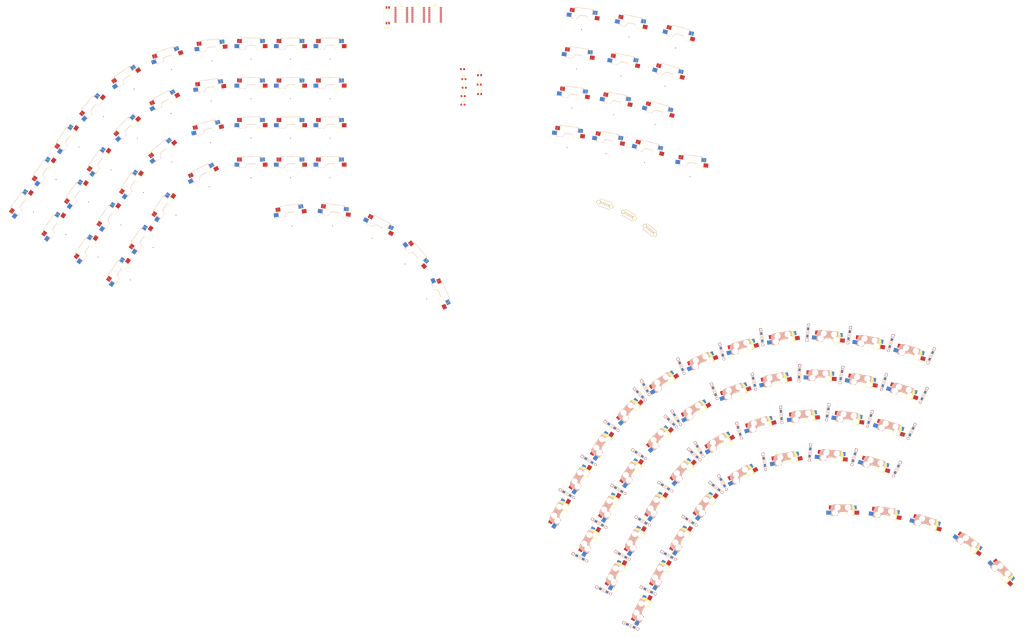
<source format=kicad_pcb>
(kicad_pcb (version 20171130) (host pcbnew "(5.1.5)-3")
  (layers (0 F.Cu signal) (31 B.Cu signal) (34 B.Paste user) (35 F.Paste user) (36 B.SilkS user) (37 F.SilkS user) (38 B.Mask user) (39 F.Mask user) (44 Edge.Cuts user hide))
  (net 0 "")
  (net 1 3V3)
  (net 2 GND)
  (net 3 INT)
  (net 4 A1)
  (net 5 A2)
  (net 6 R1C1)
  (net 7 R2C1)
  (net 8 R3C1)
  (net 9 R4C1)
  (net 10 R1C2)
  (net 11 R2C2)
  (net 12 R3C2)
  (net 13 R4C2)
  (net 14 R1C3)
  (net 15 R2C3)
  (net 16 R3C3)
  (net 17 R4C3)
  (net 18 R1C4)
  (net 19 R2C4)
  (net 20 R3C4)
  (net 21 R4C4)
  (net 22 R1C5)
  (net 23 R2C5)
  (net 24 R3C5)
  (net 25 R4C5)
  (net 26 R1C6)
  (net 27 R2C6)
  (net 28 R3C6)
  (net 29 R4C6)
  (net 30 R1C7)
  (net 31 R2C7)
  (net 32 R3C7)
  (net 33 R4C7)
  (net 34 SCL)
  (net 35 SDA)
  (net 36 R5C1)
  (net 37 R5C2)
  (net 38 R5C3)
  (net 39 R5C4)
  (net 40 R5C5)
  (net 41 R5C6)
  (net 42 R5C7)
  (net 43 R1C8)
  (net 44 R2C8)
  (net 45 R3C8)
  (net 46 R4C8)
  (net 47 R5C8)
  (module kbd:CherryMX_MidHeight_Hotswap_edit_without_diode (layer F.Cu) (at 156.41 43.4)
    (fp_text reference SW1 hide)
    (fp_text value SW_Push hide)
    (pad 1 smd rect (at -7 -2.58 180) (size 2.3 2) (layers B.Cu B.Paste B.Mask))
    (pad 1 smd rect (at 7 -2.58 180) (size 2.3 2) (layers F.Cu F.Paste F.Mask))
    (pad 2 smd rect (at -5.7 -5.12 180) (size 2.3 2) (layers F.Cu F.Paste F.Mask))
    (pad "" np_thru_hole circle (at -3.81 -2.54 180) (size 3 3) (drill 3) (layers *.Cu *.Mask))
    (pad "" np_thru_hole circle (at -2.54 -5.08 180) (size 3 3) (drill 3) (layers *.Cu *.Mask))
    (pad "" np_thru_hole circle (at 3.81 -2.540001 180) (size 3 3) (drill 3) (layers *.Cu *.Mask))
    (pad "" np_thru_hole circle (at 2.54 -5.08 270) (size 3 3) (drill 3) (layers *.Cu *.Mask))
    (pad "" np_thru_hole circle (at 0 0 90) (size 4.1 4.1) (drill 4.1) (layers *.Cu *.Mask))
    (pad "" np_thru_hole circle (at 5.08 0) (size 1.9 1.9) (drill 1.9) (layers *.Cu *.Mask))
    (pad "" np_thru_hole circle (at -5.08 0) (size 1.9 1.9) (drill 1.9) (layers *.Cu *.Mask))
    (pad 2 smd rect (at 5.7 -5.12 180) (size 2.3 2) (layers B.Cu B.Paste B.Mask))
    (pad "" np_thru_hole circle (at -4.5 0) (size 1.7 1.7) (drill 1.7) (layers *.Cu *.Mask))
    (pad "" np_thru_hole circle (at 4.5 0) (size 1.7 1.7) (drill 1.7) (layers *.Cu *.Mask))
    (pad 1 thru_hole circle (at 0.001 3.878) (size 0.4 0.4) (drill 0.2) (layers *.Cu))
  )
  (module kbd:CherryMX_MidHeight_Hotswap_edit_without_diode (layer F.Cu) (at 175.91 62.900001)
    (fp_text reference SW7 hide)
    (fp_text value SW_Push hide)
    (pad 1 smd rect (at -7 -2.58 180) (size 2.3 2) (layers B.Cu B.Paste B.Mask))
    (pad 1 smd rect (at 7 -2.58 180) (size 2.3 2) (layers F.Cu F.Paste F.Mask))
    (pad 2 smd rect (at -5.7 -5.12 180) (size 2.3 2) (layers F.Cu F.Paste F.Mask))
    (pad "" np_thru_hole circle (at -3.81 -2.54 180) (size 3 3) (drill 3) (layers *.Cu *.Mask))
    (pad "" np_thru_hole circle (at -2.54 -5.08 180) (size 3 3) (drill 3) (layers *.Cu *.Mask))
    (pad "" np_thru_hole circle (at 3.81 -2.540001 180) (size 3 3) (drill 3) (layers *.Cu *.Mask))
    (pad "" np_thru_hole circle (at 2.54 -5.08 270) (size 3 3) (drill 3) (layers *.Cu *.Mask))
    (pad "" np_thru_hole circle (at 0 0 90) (size 4.1 4.1) (drill 4.1) (layers *.Cu *.Mask))
    (pad "" np_thru_hole circle (at 5.08 0) (size 1.9 1.9) (drill 1.9) (layers *.Cu *.Mask))
    (pad "" np_thru_hole circle (at -5.08 0) (size 1.9 1.9) (drill 1.9) (layers *.Cu *.Mask))
    (pad 2 smd rect (at 5.7 -5.12 180) (size 2.3 2) (layers B.Cu B.Paste B.Mask))
    (pad "" np_thru_hole circle (at -4.5 0) (size 1.7 1.7) (drill 1.7) (layers *.Cu *.Mask))
    (pad "" np_thru_hole circle (at 4.5 0) (size 1.7 1.7) (drill 1.7) (layers *.Cu *.Mask))
    (pad 1 thru_hole circle (at 0.001 3.878) (size 0.4 0.4) (drill 0.2) (layers *.Cu))
  )
  (module kbd:CherryMX_MidHeight_Hotswap_edit_without_diode (layer F.Cu) (at 195.41 101.9)
    (fp_text reference SW14 hide)
    (fp_text value SW_Push hide)
    (pad 1 thru_hole circle (at 0.001 3.878) (size 0.4 0.4) (drill 0.2) (layers *.Cu))
    (pad "" np_thru_hole circle (at 4.5 0) (size 1.7 1.7) (drill 1.7) (layers *.Cu *.Mask))
    (pad "" np_thru_hole circle (at -4.5 0) (size 1.7 1.7) (drill 1.7) (layers *.Cu *.Mask))
    (pad 2 smd rect (at 5.7 -5.12 180) (size 2.3 2) (layers B.Cu B.Paste B.Mask))
    (pad "" np_thru_hole circle (at -5.08 0) (size 1.9 1.9) (drill 1.9) (layers *.Cu *.Mask))
    (pad "" np_thru_hole circle (at 5.08 0) (size 1.9 1.9) (drill 1.9) (layers *.Cu *.Mask))
    (pad "" np_thru_hole circle (at 0 0 90) (size 4.1 4.1) (drill 4.1) (layers *.Cu *.Mask))
    (pad "" np_thru_hole circle (at 2.54 -5.08 270) (size 3 3) (drill 3) (layers *.Cu *.Mask))
    (pad "" np_thru_hole circle (at 3.81 -2.540001 180) (size 3 3) (drill 3) (layers *.Cu *.Mask))
    (pad "" np_thru_hole circle (at -2.54 -5.08 180) (size 3 3) (drill 3) (layers *.Cu *.Mask))
    (pad "" np_thru_hole circle (at -3.81 -2.54 180) (size 3 3) (drill 3) (layers *.Cu *.Mask))
    (pad 2 smd rect (at -5.7 -5.12 180) (size 2.3 2) (layers F.Cu F.Paste F.Mask))
    (pad 1 smd rect (at 7 -2.58 180) (size 2.3 2) (layers F.Cu F.Paste F.Mask))
    (pad 1 smd rect (at -7 -2.58 180) (size 2.3 2) (layers B.Cu B.Paste B.Mask))
  )
  (module kbd:CherryMX_MidHeight_Hotswap_edit_without_diode (layer F.Cu) (at 195.41 82.399999)
    (fp_text reference SW13 hide)
    (fp_text value SW_Push hide)
    (pad 1 smd rect (at -7 -2.58 180) (size 2.3 2) (layers B.Cu B.Paste B.Mask))
    (pad 1 smd rect (at 7 -2.58 180) (size 2.3 2) (layers F.Cu F.Paste F.Mask))
    (pad 2 smd rect (at -5.7 -5.12 180) (size 2.3 2) (layers F.Cu F.Paste F.Mask))
    (pad "" np_thru_hole circle (at -3.81 -2.54 180) (size 3 3) (drill 3) (layers *.Cu *.Mask))
    (pad "" np_thru_hole circle (at -2.54 -5.08 180) (size 3 3) (drill 3) (layers *.Cu *.Mask))
    (pad "" np_thru_hole circle (at 3.81 -2.540001 180) (size 3 3) (drill 3) (layers *.Cu *.Mask))
    (pad "" np_thru_hole circle (at 2.54 -5.08 270) (size 3 3) (drill 3) (layers *.Cu *.Mask))
    (pad "" np_thru_hole circle (at 0 0 90) (size 4.1 4.1) (drill 4.1) (layers *.Cu *.Mask))
    (pad "" np_thru_hole circle (at 5.08 0) (size 1.9 1.9) (drill 1.9) (layers *.Cu *.Mask))
    (pad "" np_thru_hole circle (at -5.08 0) (size 1.9 1.9) (drill 1.9) (layers *.Cu *.Mask))
    (pad 2 smd rect (at 5.7 -5.12 180) (size 2.3 2) (layers B.Cu B.Paste B.Mask))
    (pad "" np_thru_hole circle (at -4.5 0) (size 1.7 1.7) (drill 1.7) (layers *.Cu *.Mask))
    (pad "" np_thru_hole circle (at 4.5 0) (size 1.7 1.7) (drill 1.7) (layers *.Cu *.Mask))
    (pad 1 thru_hole circle (at 0.001 3.878) (size 0.4 0.4) (drill 0.2) (layers *.Cu))
  )
  (module kbd:CherryMX_MidHeight_Hotswap_edit_without_diode (layer F.Cu) (at 156.41 101.900001)
    (fp_text reference SW4 hide)
    (fp_text value SW_Push hide)
    (pad 1 smd rect (at -7 -2.58 180) (size 2.3 2) (layers B.Cu B.Paste B.Mask))
    (pad 1 smd rect (at 7 -2.58 180) (size 2.3 2) (layers F.Cu F.Paste F.Mask))
    (pad 2 smd rect (at -5.7 -5.12 180) (size 2.3 2) (layers F.Cu F.Paste F.Mask))
    (pad "" np_thru_hole circle (at -3.81 -2.54 180) (size 3 3) (drill 3) (layers *.Cu *.Mask))
    (pad "" np_thru_hole circle (at -2.54 -5.08 180) (size 3 3) (drill 3) (layers *.Cu *.Mask))
    (pad "" np_thru_hole circle (at 3.81 -2.540001 180) (size 3 3) (drill 3) (layers *.Cu *.Mask))
    (pad "" np_thru_hole circle (at 2.54 -5.08 270) (size 3 3) (drill 3) (layers *.Cu *.Mask))
    (pad "" np_thru_hole circle (at 0 0 90) (size 4.1 4.1) (drill 4.1) (layers *.Cu *.Mask))
    (pad "" np_thru_hole circle (at 5.08 0) (size 1.9 1.9) (drill 1.9) (layers *.Cu *.Mask))
    (pad "" np_thru_hole circle (at -5.08 0) (size 1.9 1.9) (drill 1.9) (layers *.Cu *.Mask))
    (pad 2 smd rect (at 5.7 -5.12 180) (size 2.3 2) (layers B.Cu B.Paste B.Mask))
    (pad "" np_thru_hole circle (at -4.5 0) (size 1.7 1.7) (drill 1.7) (layers *.Cu *.Mask))
    (pad "" np_thru_hole circle (at 4.5 0) (size 1.7 1.7) (drill 1.7) (layers *.Cu *.Mask))
    (pad 1 thru_hole circle (at 0.001 3.878) (size 0.4 0.4) (drill 0.2) (layers *.Cu))
  )
  (module kbd:CherryMX_MidHeight_Hotswap_edit_without_diode (layer F.Cu) (at 175.909999 101.899999)
    (fp_text reference SW9 hide)
    (fp_text value SW_Push hide)
    (pad 1 smd rect (at -7 -2.58 180) (size 2.3 2) (layers B.Cu B.Paste B.Mask))
    (pad 1 smd rect (at 7 -2.58 180) (size 2.3 2) (layers F.Cu F.Paste F.Mask))
    (pad 2 smd rect (at -5.7 -5.12 180) (size 2.3 2) (layers F.Cu F.Paste F.Mask))
    (pad "" np_thru_hole circle (at -3.81 -2.54 180) (size 3 3) (drill 3) (layers *.Cu *.Mask))
    (pad "" np_thru_hole circle (at -2.54 -5.08 180) (size 3 3) (drill 3) (layers *.Cu *.Mask))
    (pad "" np_thru_hole circle (at 3.81 -2.540001 180) (size 3 3) (drill 3) (layers *.Cu *.Mask))
    (pad "" np_thru_hole circle (at 2.54 -5.08 270) (size 3 3) (drill 3) (layers *.Cu *.Mask))
    (pad "" np_thru_hole circle (at 0 0 90) (size 4.1 4.1) (drill 4.1) (layers *.Cu *.Mask))
    (pad "" np_thru_hole circle (at 5.08 0) (size 1.9 1.9) (drill 1.9) (layers *.Cu *.Mask))
    (pad "" np_thru_hole circle (at -5.08 0) (size 1.9 1.9) (drill 1.9) (layers *.Cu *.Mask))
    (pad 2 smd rect (at 5.7 -5.12 180) (size 2.3 2) (layers B.Cu B.Paste B.Mask))
    (pad "" np_thru_hole circle (at -4.5 0) (size 1.7 1.7) (drill 1.7) (layers *.Cu *.Mask))
    (pad "" np_thru_hole circle (at 4.5 0) (size 1.7 1.7) (drill 1.7) (layers *.Cu *.Mask))
    (pad 1 thru_hole circle (at 0.001 3.878) (size 0.4 0.4) (drill 0.2) (layers *.Cu))
  )
  (module kbd:CherryMX_MidHeight_Hotswap_edit_without_diode (layer F.Cu) (at 156.410001 82.4)
    (fp_text reference SW3 hide)
    (fp_text value SW_Push hide)
    (pad 1 smd rect (at -7 -2.58 180) (size 2.3 2) (layers B.Cu B.Paste B.Mask))
    (pad 1 smd rect (at 7 -2.58 180) (size 2.3 2) (layers F.Cu F.Paste F.Mask))
    (pad 2 smd rect (at -5.7 -5.12 180) (size 2.3 2) (layers F.Cu F.Paste F.Mask))
    (pad "" np_thru_hole circle (at -3.81 -2.54 180) (size 3 3) (drill 3) (layers *.Cu *.Mask))
    (pad "" np_thru_hole circle (at -2.54 -5.08 180) (size 3 3) (drill 3) (layers *.Cu *.Mask))
    (pad "" np_thru_hole circle (at 3.81 -2.540001 180) (size 3 3) (drill 3) (layers *.Cu *.Mask))
    (pad "" np_thru_hole circle (at 2.54 -5.08 270) (size 3 3) (drill 3) (layers *.Cu *.Mask))
    (pad "" np_thru_hole circle (at 0 0 90) (size 4.1 4.1) (drill 4.1) (layers *.Cu *.Mask))
    (pad "" np_thru_hole circle (at 5.08 0) (size 1.9 1.9) (drill 1.9) (layers *.Cu *.Mask))
    (pad "" np_thru_hole circle (at -5.08 0) (size 1.9 1.9) (drill 1.9) (layers *.Cu *.Mask))
    (pad 2 smd rect (at 5.7 -5.12 180) (size 2.3 2) (layers B.Cu B.Paste B.Mask))
    (pad "" np_thru_hole circle (at -4.5 0) (size 1.7 1.7) (drill 1.7) (layers *.Cu *.Mask))
    (pad "" np_thru_hole circle (at 4.5 0) (size 1.7 1.7) (drill 1.7) (layers *.Cu *.Mask))
    (pad 1 thru_hole circle (at 0.001 3.878) (size 0.4 0.4) (drill 0.2) (layers *.Cu))
  )
  (module kbd:CherryMX_MidHeight_Hotswap_edit_without_diode (layer F.Cu) (at 156.41 62.900001)
    (fp_text reference SW2 hide)
    (fp_text value SW_Push hide)
    (pad 1 smd rect (at -7 -2.58 180) (size 2.3 2) (layers B.Cu B.Paste B.Mask))
    (pad 1 smd rect (at 7 -2.58 180) (size 2.3 2) (layers F.Cu F.Paste F.Mask))
    (pad 2 smd rect (at -5.7 -5.12 180) (size 2.3 2) (layers F.Cu F.Paste F.Mask))
    (pad "" np_thru_hole circle (at -3.81 -2.54 180) (size 3 3) (drill 3) (layers *.Cu *.Mask))
    (pad "" np_thru_hole circle (at -2.54 -5.08 180) (size 3 3) (drill 3) (layers *.Cu *.Mask))
    (pad "" np_thru_hole circle (at 3.81 -2.540001 180) (size 3 3) (drill 3) (layers *.Cu *.Mask))
    (pad "" np_thru_hole circle (at 2.54 -5.08 270) (size 3 3) (drill 3) (layers *.Cu *.Mask))
    (pad "" np_thru_hole circle (at 0 0 90) (size 4.1 4.1) (drill 4.1) (layers *.Cu *.Mask))
    (pad "" np_thru_hole circle (at 5.08 0) (size 1.9 1.9) (drill 1.9) (layers *.Cu *.Mask))
    (pad "" np_thru_hole circle (at -5.08 0) (size 1.9 1.9) (drill 1.9) (layers *.Cu *.Mask))
    (pad 2 smd rect (at 5.7 -5.12 180) (size 2.3 2) (layers B.Cu B.Paste B.Mask))
    (pad "" np_thru_hole circle (at -4.5 0) (size 1.7 1.7) (drill 1.7) (layers *.Cu *.Mask))
    (pad "" np_thru_hole circle (at 4.5 0) (size 1.7 1.7) (drill 1.7) (layers *.Cu *.Mask))
    (pad 1 thru_hole circle (at 0.001 3.878) (size 0.4 0.4) (drill 0.2) (layers *.Cu))
  )
  (module kbd:CherryMX_MidHeight_Hotswap_edit_without_diode (layer F.Cu) (at 175.91 82.399999)
    (fp_text reference SW8 hide)
    (fp_text value SW_Push hide)
    (pad 1 smd rect (at -7 -2.58 180) (size 2.3 2) (layers B.Cu B.Paste B.Mask))
    (pad 1 smd rect (at 7 -2.58 180) (size 2.3 2) (layers F.Cu F.Paste F.Mask))
    (pad 2 smd rect (at -5.7 -5.12 180) (size 2.3 2) (layers F.Cu F.Paste F.Mask))
    (pad "" np_thru_hole circle (at -3.81 -2.54 180) (size 3 3) (drill 3) (layers *.Cu *.Mask))
    (pad "" np_thru_hole circle (at -2.54 -5.08 180) (size 3 3) (drill 3) (layers *.Cu *.Mask))
    (pad "" np_thru_hole circle (at 3.81 -2.540001 180) (size 3 3) (drill 3) (layers *.Cu *.Mask))
    (pad "" np_thru_hole circle (at 2.54 -5.08 270) (size 3 3) (drill 3) (layers *.Cu *.Mask))
    (pad "" np_thru_hole circle (at 0 0 90) (size 4.1 4.1) (drill 4.1) (layers *.Cu *.Mask))
    (pad "" np_thru_hole circle (at 5.08 0) (size 1.9 1.9) (drill 1.9) (layers *.Cu *.Mask))
    (pad "" np_thru_hole circle (at -5.08 0) (size 1.9 1.9) (drill 1.9) (layers *.Cu *.Mask))
    (pad 2 smd rect (at 5.7 -5.12 180) (size 2.3 2) (layers B.Cu B.Paste B.Mask))
    (pad "" np_thru_hole circle (at -4.5 0) (size 1.7 1.7) (drill 1.7) (layers *.Cu *.Mask))
    (pad "" np_thru_hole circle (at 4.5 0) (size 1.7 1.7) (drill 1.7) (layers *.Cu *.Mask))
    (pad 1 thru_hole circle (at 0.001 3.878) (size 0.4 0.4) (drill 0.2) (layers *.Cu))
  )
  (module kbd:CherryMX_MidHeight_Hotswap_edit_without_diode (layer F.Cu) (at 195.409999 62.9)
    (fp_text reference SW14 hide)
    (fp_text value SW_Push hide)
    (pad 1 smd rect (at -7 -2.58 180) (size 2.3 2) (layers B.Cu B.Paste B.Mask))
    (pad 1 smd rect (at 7 -2.58 180) (size 2.3 2) (layers F.Cu F.Paste F.Mask))
    (pad 2 smd rect (at -5.7 -5.12 180) (size 2.3 2) (layers F.Cu F.Paste F.Mask))
    (pad "" np_thru_hole circle (at -3.81 -2.54 180) (size 3 3) (drill 3) (layers *.Cu *.Mask))
    (pad "" np_thru_hole circle (at -2.54 -5.08 180) (size 3 3) (drill 3) (layers *.Cu *.Mask))
    (pad "" np_thru_hole circle (at 3.81 -2.540001 180) (size 3 3) (drill 3) (layers *.Cu *.Mask))
    (pad "" np_thru_hole circle (at 2.54 -5.08 270) (size 3 3) (drill 3) (layers *.Cu *.Mask))
    (pad "" np_thru_hole circle (at 0 0 90) (size 4.1 4.1) (drill 4.1) (layers *.Cu *.Mask))
    (pad "" np_thru_hole circle (at 5.08 0) (size 1.9 1.9) (drill 1.9) (layers *.Cu *.Mask))
    (pad "" np_thru_hole circle (at -5.08 0) (size 1.9 1.9) (drill 1.9) (layers *.Cu *.Mask))
    (pad 2 smd rect (at 5.7 -5.12 180) (size 2.3 2) (layers B.Cu B.Paste B.Mask))
    (pad "" np_thru_hole circle (at -4.5 0) (size 1.7 1.7) (drill 1.7) (layers *.Cu *.Mask))
    (pad "" np_thru_hole circle (at 4.5 0) (size 1.7 1.7) (drill 1.7) (layers *.Cu *.Mask))
    (pad 1 thru_hole circle (at 0.001 3.878) (size 0.4 0.4) (drill 0.2) (layers *.Cu))
  )
  (module kbd:CherryMX_MidHeight_Hotswap_edit_without_diode (layer F.Cu) (at 195.41 43.399999)
    (fp_text reference SW13 hide)
    (fp_text value SW_Push hide)
    (pad 1 thru_hole circle (at 0.001 3.878) (size 0.4 0.4) (drill 0.2) (layers *.Cu))
    (pad "" np_thru_hole circle (at 4.5 0) (size 1.7 1.7) (drill 1.7) (layers *.Cu *.Mask))
    (pad "" np_thru_hole circle (at -4.5 0) (size 1.7 1.7) (drill 1.7) (layers *.Cu *.Mask))
    (pad 2 smd rect (at 5.7 -5.12 180) (size 2.3 2) (layers B.Cu B.Paste B.Mask))
    (pad "" np_thru_hole circle (at -5.08 0) (size 1.9 1.9) (drill 1.9) (layers *.Cu *.Mask))
    (pad "" np_thru_hole circle (at 5.08 0) (size 1.9 1.9) (drill 1.9) (layers *.Cu *.Mask))
    (pad "" np_thru_hole circle (at 0 0 90) (size 4.1 4.1) (drill 4.1) (layers *.Cu *.Mask))
    (pad "" np_thru_hole circle (at 2.54 -5.08 270) (size 3 3) (drill 3) (layers *.Cu *.Mask))
    (pad "" np_thru_hole circle (at 3.81 -2.540001 180) (size 3 3) (drill 3) (layers *.Cu *.Mask))
    (pad "" np_thru_hole circle (at -2.54 -5.08 180) (size 3 3) (drill 3) (layers *.Cu *.Mask))
    (pad "" np_thru_hole circle (at -3.81 -2.54 180) (size 3 3) (drill 3) (layers *.Cu *.Mask))
    (pad 2 smd rect (at -5.7 -5.12 180) (size 2.3 2) (layers F.Cu F.Paste F.Mask))
    (pad 1 smd rect (at 7 -2.58 180) (size 2.3 2) (layers F.Cu F.Paste F.Mask))
    (pad 1 smd rect (at -7 -2.58 180) (size 2.3 2) (layers B.Cu B.Paste B.Mask))
  )
  (module kbd:CherryMX_MidHeight_Hotswap_edit_without_diode (layer F.Cu) (at 175.910001 43.400001)
    (fp_text reference SW8 hide)
    (fp_text value SW_Push hide)
    (pad 1 thru_hole circle (at 0.001 3.878) (size 0.4 0.4) (drill 0.2) (layers *.Cu))
    (pad "" np_thru_hole circle (at 4.5 0) (size 1.7 1.7) (drill 1.7) (layers *.Cu *.Mask))
    (pad "" np_thru_hole circle (at -4.5 0) (size 1.7 1.7) (drill 1.7) (layers *.Cu *.Mask))
    (pad 2 smd rect (at 5.7 -5.12 180) (size 2.3 2) (layers B.Cu B.Paste B.Mask))
    (pad "" np_thru_hole circle (at -5.08 0) (size 1.9 1.9) (drill 1.9) (layers *.Cu *.Mask))
    (pad "" np_thru_hole circle (at 5.08 0) (size 1.9 1.9) (drill 1.9) (layers *.Cu *.Mask))
    (pad "" np_thru_hole circle (at 0 0 90) (size 4.1 4.1) (drill 4.1) (layers *.Cu *.Mask))
    (pad "" np_thru_hole circle (at 2.54 -5.08 270) (size 3 3) (drill 3) (layers *.Cu *.Mask))
    (pad "" np_thru_hole circle (at 3.81 -2.540001 180) (size 3 3) (drill 3) (layers *.Cu *.Mask))
    (pad "" np_thru_hole circle (at -2.54 -5.08 180) (size 3 3) (drill 3) (layers *.Cu *.Mask))
    (pad "" np_thru_hole circle (at -3.81 -2.54 180) (size 3 3) (drill 3) (layers *.Cu *.Mask))
    (pad 2 smd rect (at -5.7 -5.12 180) (size 2.3 2) (layers F.Cu F.Paste F.Mask))
    (pad 1 smd rect (at 7 -2.58 180) (size 2.3 2) (layers F.Cu F.Paste F.Mask))
    (pad 1 smd rect (at -7 -2.58 180) (size 2.3 2) (layers B.Cu B.Paste B.Mask))
  )
  (module kbd:CherryMX_MidHeight_Hotswap_edit_without_diode (layer F.Cu) (at 84.216079 99.641076 55)
    (fp_text reference SW14 hide)
    (fp_text value SW_Push hide)
    (pad 1 thru_hole circle (at 0.001 3.878 55) (size 0.4 0.4) (drill 0.2) (layers *.Cu))
    (pad "" np_thru_hole circle (at 4.5 0 55) (size 1.7 1.7) (drill 1.7) (layers *.Cu *.Mask))
    (pad "" np_thru_hole circle (at -4.5 0 55) (size 1.7 1.7) (drill 1.7) (layers *.Cu *.Mask))
    (pad 2 smd rect (at 5.7 -5.12 235) (size 2.3 2) (layers B.Cu B.Paste B.Mask))
    (pad "" np_thru_hole circle (at -5.08 0 55) (size 1.9 1.9) (drill 1.9) (layers *.Cu *.Mask))
    (pad "" np_thru_hole circle (at 5.08 0 55) (size 1.9 1.9) (drill 1.9) (layers *.Cu *.Mask))
    (pad "" np_thru_hole circle (at 0 0 145) (size 4.1 4.1) (drill 4.1) (layers *.Cu *.Mask))
    (pad "" np_thru_hole circle (at 2.54 -5.08 325) (size 3 3) (drill 3) (layers *.Cu *.Mask))
    (pad "" np_thru_hole circle (at 3.81 -2.540001 235) (size 3 3) (drill 3) (layers *.Cu *.Mask))
    (pad "" np_thru_hole circle (at -2.54 -5.08 235) (size 3 3) (drill 3) (layers *.Cu *.Mask))
    (pad "" np_thru_hole circle (at -3.81 -2.54 235) (size 3 3) (drill 3) (layers *.Cu *.Mask))
    (pad 2 smd rect (at -5.7 -5.12 235) (size 2.3 2) (layers F.Cu F.Paste F.Mask))
    (pad 1 smd rect (at 7 -2.58 235) (size 2.3 2) (layers F.Cu F.Paste F.Mask))
    (pad 1 smd rect (at -7 -2.58 235) (size 2.3 2) (layers B.Cu B.Paste B.Mask))
  )
  (module kbd:CherryMX_MidHeight_Hotswap_edit_without_diode (layer F.Cu) (at 68.242613 88.456335 55)
    (fp_text reference SW13 hide)
    (fp_text value SW_Push hide)
    (pad 1 smd rect (at -7 -2.58 235) (size 2.3 2) (layers B.Cu B.Paste B.Mask))
    (pad 1 smd rect (at 7 -2.58 235) (size 2.3 2) (layers F.Cu F.Paste F.Mask))
    (pad 2 smd rect (at -5.7 -5.12 235) (size 2.3 2) (layers F.Cu F.Paste F.Mask))
    (pad "" np_thru_hole circle (at -3.81 -2.54 235) (size 3 3) (drill 3) (layers *.Cu *.Mask))
    (pad "" np_thru_hole circle (at -2.54 -5.08 235) (size 3 3) (drill 3) (layers *.Cu *.Mask))
    (pad "" np_thru_hole circle (at 3.81 -2.540001 235) (size 3 3) (drill 3) (layers *.Cu *.Mask))
    (pad "" np_thru_hole circle (at 2.54 -5.08 325) (size 3 3) (drill 3) (layers *.Cu *.Mask))
    (pad "" np_thru_hole circle (at 0 0 145) (size 4.1 4.1) (drill 4.1) (layers *.Cu *.Mask))
    (pad "" np_thru_hole circle (at 5.08 0 55) (size 1.9 1.9) (drill 1.9) (layers *.Cu *.Mask))
    (pad "" np_thru_hole circle (at -5.08 0 55) (size 1.9 1.9) (drill 1.9) (layers *.Cu *.Mask))
    (pad 2 smd rect (at 5.7 -5.12 235) (size 2.3 2) (layers B.Cu B.Paste B.Mask))
    (pad "" np_thru_hole circle (at -4.5 0 55) (size 1.7 1.7) (drill 1.7) (layers *.Cu *.Mask))
    (pad "" np_thru_hole circle (at 4.5 0 55) (size 1.7 1.7) (drill 1.7) (layers *.Cu *.Mask))
    (pad 1 thru_hole circle (at 0.001 3.878 55) (size 0.4 0.4) (drill 0.2) (layers *.Cu))
  )
  (module kbd:CherryMX_MidHeight_Hotswap_edit_without_diode (layer F.Cu) (at 57.057874 104.4298 55)
    (fp_text reference SW8 hide)
    (fp_text value SW_Push hide)
    (pad 1 smd rect (at -7 -2.58 235) (size 2.3 2) (layers B.Cu B.Paste B.Mask))
    (pad 1 smd rect (at 7 -2.58 235) (size 2.3 2) (layers F.Cu F.Paste F.Mask))
    (pad 2 smd rect (at -5.7 -5.12 235) (size 2.3 2) (layers F.Cu F.Paste F.Mask))
    (pad "" np_thru_hole circle (at -3.81 -2.54 235) (size 3 3) (drill 3) (layers *.Cu *.Mask))
    (pad "" np_thru_hole circle (at -2.54 -5.08 235) (size 3 3) (drill 3) (layers *.Cu *.Mask))
    (pad "" np_thru_hole circle (at 3.81 -2.540001 235) (size 3 3) (drill 3) (layers *.Cu *.Mask))
    (pad "" np_thru_hole circle (at 2.54 -5.08 325) (size 3 3) (drill 3) (layers *.Cu *.Mask))
    (pad "" np_thru_hole circle (at 0 0 145) (size 4.1 4.1) (drill 4.1) (layers *.Cu *.Mask))
    (pad "" np_thru_hole circle (at 5.08 0 55) (size 1.9 1.9) (drill 1.9) (layers *.Cu *.Mask))
    (pad "" np_thru_hole circle (at -5.08 0 55) (size 1.9 1.9) (drill 1.9) (layers *.Cu *.Mask))
    (pad 2 smd rect (at 5.7 -5.12 235) (size 2.3 2) (layers B.Cu B.Paste B.Mask))
    (pad "" np_thru_hole circle (at -4.5 0 55) (size 1.7 1.7) (drill 1.7) (layers *.Cu *.Mask))
    (pad "" np_thru_hole circle (at 4.5 0 55) (size 1.7 1.7) (drill 1.7) (layers *.Cu *.Mask))
    (pad 1 thru_hole circle (at 0.001 3.878 55) (size 0.4 0.4) (drill 0.2) (layers *.Cu))
  )
  (module kbd:CherryMX_MidHeight_Hotswap_edit_without_diode (layer F.Cu) (at 312.8 87.01 353)
    (fp_text reference SW24 hide)
    (fp_text value SW_Push hide)
    (pad 1 thru_hole circle (at 0.001 3.878 353) (size 0.4 0.4) (drill 0.2) (layers *.Cu) (net 2 GND))
    (pad "" np_thru_hole circle (at 4.5 0 353) (size 1.7 1.7) (drill 1.7) (layers *.Cu *.Mask))
    (pad "" np_thru_hole circle (at -4.5 0 353) (size 1.7 1.7) (drill 1.7) (layers *.Cu *.Mask))
    (pad 2 smd rect (at 5.7 -5.12 173) (size 2.3 2) (layers B.Cu B.Paste B.Mask) (net 25 R4C5))
    (pad "" np_thru_hole circle (at -5.08 0 353) (size 1.9 1.9) (drill 1.9) (layers *.Cu *.Mask))
    (pad "" np_thru_hole circle (at 5.08 0 353) (size 1.9 1.9) (drill 1.9) (layers *.Cu *.Mask))
    (pad "" np_thru_hole circle (at 0 0 83) (size 4.1 4.1) (drill 4.1) (layers *.Cu *.Mask))
    (pad "" np_thru_hole circle (at 2.54 -5.08 263) (size 3 3) (drill 3) (layers *.Cu *.Mask))
    (pad "" np_thru_hole circle (at 3.81 -2.540001 173) (size 3 3) (drill 3) (layers *.Cu *.Mask))
    (pad "" np_thru_hole circle (at -2.54 -5.08 173) (size 3 3) (drill 3) (layers *.Cu *.Mask))
    (pad "" np_thru_hole circle (at -3.81 -2.54 173) (size 3 3) (drill 3) (layers *.Cu *.Mask))
    (pad 2 smd rect (at -5.7 -5.12 173) (size 2.3 2) (layers F.Cu F.Paste F.Mask) (net 25 R4C5))
    (pad 1 smd rect (at 7 -2.58 173) (size 2.3 2) (layers F.Cu F.Paste F.Mask) (net 2 GND))
    (pad 1 smd rect (at -7 -2.58 173) (size 2.3 2) (layers B.Cu B.Paste B.Mask) (net 2 GND))
  )
  (module kbd:CherryMX_Hotswap (layer F.Cu) (at 339.573611 303.241981 61)
    (fp_text reference SW10 hide)
    (fp_text value SW_PUSH hide)
    (pad 1 smd rect (at -7 -2.58 241) (size 2.3 2) (layers B.Cu B.Paste B.Mask))
    (pad 1 smd rect (at 7 -2.58 241) (size 2.3 2) (layers F.Cu F.Paste F.Mask))
    (pad 2 smd rect (at -5.7 -5.12 241) (size 2.3 2) (layers F.Cu F.Paste F.Mask))
    (pad "" np_thru_hole circle (at -3.81 -2.54 241) (size 3 3) (drill 3) (layers *.Cu *.Mask))
    (pad "" np_thru_hole circle (at -2.54 -5.08 241) (size 3 3) (drill 3) (layers *.Cu *.Mask))
    (pad "" np_thru_hole circle (at 3.81 -2.540001 241) (size 3 3) (drill 3) (layers *.Cu *.Mask))
    (pad "" np_thru_hole circle (at 2.54 -5.08 241) (size 3 3) (drill 3) (layers *.Cu *.Mask))
    (pad "" np_thru_hole circle (at 0 0 151) (size 4.1 4.1) (drill 4.1) (layers *.Cu *.Mask F.SilkS))
    (pad "" np_thru_hole circle (at 5.08 0 61) (size 1.9 1.9) (drill 1.9) (layers *.Cu *.Mask F.SilkS))
    (pad "" np_thru_hole circle (at -5.08 0 61) (size 1.9 1.9) (drill 1.9) (layers *.Cu *.Mask F.SilkS))
    (pad 2 smd rect (at 5.7 -5.12 241) (size 2.3 2) (layers B.Cu B.Paste B.Mask))
  )
  (module kbd:D3_TH_SMD (layer B.Cu) (at 330.482113 309.458202 334)
    (fp_text reference D4 hide)
    (fp_text value DIODE hide)
    (pad 1 smd rect (at -1.775 0 334) (size 1.3 0.95) (layers B.Cu B.Paste B.Mask))
    (pad 2 smd rect (at 1.775 0 334) (size 1.3 0.95) (layers F.Cu F.Paste F.Mask))
    (pad 1 smd rect (at -1.775 0 334) (size 1.3 0.95) (layers F.Cu F.Paste F.Mask))
    (pad 1 thru_hole rect (at -3.81 0 334) (size 1.397 1.397) (drill 0.8128) (layers *.Cu *.Mask B.SilkS))
    (pad 2 thru_hole circle (at 3.81 0 334) (size 1.397 1.397) (drill 0.8128) (layers *.Cu *.Mask B.SilkS))
    (pad 2 smd rect (at 1.775 0 334) (size 1.3 0.95) (layers B.Cu B.Paste B.Mask))
  )
  (module kbd:CherryMX_Hotswap (layer F.Cu) (at 371.56686 286.339744 58)
    (fp_text reference SW23 hide)
    (fp_text value SW_PUSH hide)
    (pad 1 smd rect (at -7 -2.58 238) (size 2.3 2) (layers B.Cu B.Paste B.Mask))
    (pad 1 smd rect (at 7 -2.58 238) (size 2.3 2) (layers F.Cu F.Paste F.Mask))
    (pad 2 smd rect (at -5.7 -5.12 238) (size 2.3 2) (layers F.Cu F.Paste F.Mask))
    (pad "" np_thru_hole circle (at -3.81 -2.54 238) (size 3 3) (drill 3) (layers *.Cu *.Mask))
    (pad "" np_thru_hole circle (at -2.54 -5.08 238) (size 3 3) (drill 3) (layers *.Cu *.Mask))
    (pad "" np_thru_hole circle (at 3.81 -2.540001 238) (size 3 3) (drill 3) (layers *.Cu *.Mask))
    (pad "" np_thru_hole circle (at 2.54 -5.08 238) (size 3 3) (drill 3) (layers *.Cu *.Mask))
    (pad "" np_thru_hole circle (at 0 0 148) (size 4.1 4.1) (drill 4.1) (layers *.Cu *.Mask F.SilkS))
    (pad "" np_thru_hole circle (at 5.08 0 58) (size 1.9 1.9) (drill 1.9) (layers *.Cu *.Mask F.SilkS))
    (pad "" np_thru_hole circle (at -5.08 0 58) (size 1.9 1.9) (drill 1.9) (layers *.Cu *.Mask F.SilkS))
    (pad 2 smd rect (at 5.7 -5.12 238) (size 2.3 2) (layers B.Cu B.Paste B.Mask))
  )
  (module kbd:D3_TH_SMD (layer B.Cu) (at 312.369298 261.736027 330)
    (fp_text reference D8 hide)
    (fp_text value DIODE hide)
    (pad 1 smd rect (at -1.775 0 330) (size 1.3 0.95) (layers B.Cu B.Paste B.Mask))
    (pad 2 smd rect (at 1.775 0 330) (size 1.3 0.95) (layers F.Cu F.Paste F.Mask))
    (pad 1 smd rect (at -1.775 0 330) (size 1.3 0.95) (layers F.Cu F.Paste F.Mask))
    (pad 1 thru_hole rect (at -3.81 0 330) (size 1.397 1.397) (drill 0.8128) (layers *.Cu *.Mask B.SilkS))
    (pad 2 thru_hole circle (at 3.81 0 330) (size 1.397 1.397) (drill 0.8128) (layers *.Cu *.Mask B.SilkS))
    (pad 2 smd rect (at 1.775 0 330) (size 1.3 0.95) (layers B.Cu B.Paste B.Mask))
  )
  (module kbd:CherryMX_Hotswap (layer F.Cu) (at 336.395084 270.026045 59)
    (fp_text reference SW15 hide)
    (fp_text value SW_PUSH hide)
    (pad 1 smd rect (at -7 -2.58 239) (size 2.3 2) (layers B.Cu B.Paste B.Mask))
    (pad 1 smd rect (at 7 -2.58 239) (size 2.3 2) (layers F.Cu F.Paste F.Mask))
    (pad 2 smd rect (at -5.7 -5.12 239) (size 2.3 2) (layers F.Cu F.Paste F.Mask))
    (pad "" np_thru_hole circle (at -3.81 -2.54 239) (size 3 3) (drill 3) (layers *.Cu *.Mask))
    (pad "" np_thru_hole circle (at -2.54 -5.08 239) (size 3 3) (drill 3) (layers *.Cu *.Mask))
    (pad "" np_thru_hole circle (at 3.81 -2.540001 239) (size 3 3) (drill 3) (layers *.Cu *.Mask))
    (pad "" np_thru_hole circle (at 2.54 -5.08 239) (size 3 3) (drill 3) (layers *.Cu *.Mask))
    (pad "" np_thru_hole circle (at 0 0 149) (size 4.1 4.1) (drill 4.1) (layers *.Cu *.Mask F.SilkS))
    (pad "" np_thru_hole circle (at 5.08 0 59) (size 1.9 1.9) (drill 1.9) (layers *.Cu *.Mask F.SilkS))
    (pad "" np_thru_hole circle (at -5.08 0 59) (size 1.9 1.9) (drill 1.9) (layers *.Cu *.Mask F.SilkS))
    (pad 2 smd rect (at 5.7 -5.12 239) (size 2.3 2) (layers B.Cu B.Paste B.Mask))
  )
  (module kbd:CherryMX_Hotswap (layer F.Cu) (at 396.383531 214.737045 20)
    (fp_text reference SW39 hide)
    (fp_text value SW_PUSH hide)
    (pad 1 smd rect (at -7 -2.58 200) (size 2.3 2) (layers B.Cu B.Paste B.Mask))
    (pad 1 smd rect (at 7 -2.58 200) (size 2.3 2) (layers F.Cu F.Paste F.Mask))
    (pad 2 smd rect (at -5.7 -5.12 200) (size 2.3 2) (layers F.Cu F.Paste F.Mask))
    (pad "" np_thru_hole circle (at -3.81 -2.54 200) (size 3 3) (drill 3) (layers *.Cu *.Mask))
    (pad "" np_thru_hole circle (at -2.54 -5.08 200) (size 3 3) (drill 3) (layers *.Cu *.Mask))
    (pad "" np_thru_hole circle (at 3.81 -2.540001 200) (size 3 3) (drill 3) (layers *.Cu *.Mask))
    (pad "" np_thru_hole circle (at 2.54 -5.08 200) (size 3 3) (drill 3) (layers *.Cu *.Mask))
    (pad "" np_thru_hole circle (at 0 0 110) (size 4.1 4.1) (drill 4.1) (layers *.Cu *.Mask F.SilkS))
    (pad "" np_thru_hole circle (at 5.08 0 20) (size 1.9 1.9) (drill 1.9) (layers *.Cu *.Mask F.SilkS))
    (pad "" np_thru_hole circle (at -5.08 0 20) (size 1.9 1.9) (drill 1.9) (layers *.Cu *.Mask F.SilkS))
    (pad 2 smd rect (at 5.7 -5.12 200) (size 2.3 2) (layers B.Cu B.Paste B.Mask))
  )
  (module kbd:CherryMX_Hotswap (layer F.Cu) (at 349.057191 286.417985 60)
    (fp_text reference SW16 hide)
    (fp_text value SW_PUSH hide)
    (pad 1 smd rect (at -7 -2.58 240) (size 2.3 2) (layers B.Cu B.Paste B.Mask))
    (pad 1 smd rect (at 7 -2.58 240) (size 2.3 2) (layers F.Cu F.Paste F.Mask))
    (pad 2 smd rect (at -5.7 -5.12 240) (size 2.3 2) (layers F.Cu F.Paste F.Mask))
    (pad "" np_thru_hole circle (at -3.81 -2.54 240) (size 3 3) (drill 3) (layers *.Cu *.Mask))
    (pad "" np_thru_hole circle (at -2.54 -5.08 240) (size 3 3) (drill 3) (layers *.Cu *.Mask))
    (pad "" np_thru_hole circle (at 3.81 -2.540001 240) (size 3 3) (drill 3) (layers *.Cu *.Mask))
    (pad "" np_thru_hole circle (at 2.54 -5.08 240) (size 3 3) (drill 3) (layers *.Cu *.Mask))
    (pad "" np_thru_hole circle (at 0 0 150) (size 4.1 4.1) (drill 4.1) (layers *.Cu *.Mask F.SilkS))
    (pad "" np_thru_hole circle (at 5.08 0 60) (size 1.9 1.9) (drill 1.9) (layers *.Cu *.Mask F.SilkS))
    (pad "" np_thru_hole circle (at -5.08 0 60) (size 1.9 1.9) (drill 1.9) (layers *.Cu *.Mask F.SilkS))
    (pad 2 smd rect (at 5.7 -5.12 240) (size 2.3 2) (layers B.Cu B.Paste B.Mask))
  )
  (module kbd:CherryMX_Hotswap (layer F.Cu) (at 359.372609 269.640078 57)
    (fp_text reference SW22 hide)
    (fp_text value SW_PUSH hide)
    (pad 1 smd rect (at -7 -2.58 237) (size 2.3 2) (layers B.Cu B.Paste B.Mask))
    (pad 1 smd rect (at 7 -2.58 237) (size 2.3 2) (layers F.Cu F.Paste F.Mask))
    (pad 2 smd rect (at -5.7 -5.12 237) (size 2.3 2) (layers F.Cu F.Paste F.Mask))
    (pad "" np_thru_hole circle (at -3.81 -2.54 237) (size 3 3) (drill 3) (layers *.Cu *.Mask))
    (pad "" np_thru_hole circle (at -2.54 -5.08 237) (size 3 3) (drill 3) (layers *.Cu *.Mask))
    (pad "" np_thru_hole circle (at 3.81 -2.540001 237) (size 3 3) (drill 3) (layers *.Cu *.Mask))
    (pad "" np_thru_hole circle (at 2.54 -5.08 237) (size 3 3) (drill 3) (layers *.Cu *.Mask))
    (pad "" np_thru_hole circle (at 0 0 147) (size 4.1 4.1) (drill 4.1) (layers *.Cu *.Mask F.SilkS))
    (pad "" np_thru_hole circle (at 5.08 0 57) (size 1.9 1.9) (drill 1.9) (layers *.Cu *.Mask F.SilkS))
    (pad "" np_thru_hole circle (at -5.08 0 57) (size 1.9 1.9) (drill 1.9) (layers *.Cu *.Mask F.SilkS))
    (pad 2 smd rect (at 5.7 -5.12 237) (size 2.3 2) (layers B.Cu B.Paste B.Mask))
  )
  (module kbd:D3_TH_SMD (layer B.Cu) (at 360.935175 258.319067 327)
    (fp_text reference D22 hide)
    (fp_text value DIODE hide)
    (pad 1 smd rect (at -1.775 0 327) (size 1.3 0.95) (layers B.Cu B.Paste B.Mask))
    (pad 2 smd rect (at 1.775 0 327) (size 1.3 0.95) (layers F.Cu F.Paste F.Mask))
    (pad 1 smd rect (at -1.775 0 327) (size 1.3 0.95) (layers F.Cu F.Paste F.Mask))
    (pad 1 thru_hole rect (at -3.81 0 327) (size 1.397 1.397) (drill 0.8128) (layers *.Cu *.Mask B.SilkS))
    (pad 2 thru_hole circle (at 3.81 0 327) (size 1.397 1.397) (drill 0.8128) (layers *.Cu *.Mask B.SilkS))
    (pad 2 smd rect (at 1.775 0 327) (size 1.3 0.95) (layers B.Cu B.Paste B.Mask))
  )
  (module kbd:D3_TH_SMD (layer B.Cu) (at 337.833175 259.664522 329)
    (fp_text reference D15 hide)
    (fp_text value DIODE hide)
    (pad 1 smd rect (at -1.775 0 329) (size 1.3 0.95) (layers B.Cu B.Paste B.Mask))
    (pad 2 smd rect (at 1.775 0 329) (size 1.3 0.95) (layers F.Cu F.Paste F.Mask))
    (pad 1 smd rect (at -1.775 0 329) (size 1.3 0.95) (layers F.Cu F.Paste F.Mask))
    (pad 1 thru_hole rect (at -3.81 0 329) (size 1.397 1.397) (drill 0.8128) (layers *.Cu *.Mask B.SilkS))
    (pad 2 thru_hole circle (at 3.81 0 329) (size 1.397 1.397) (drill 0.8128) (layers *.Cu *.Mask B.SilkS))
    (pad 2 smd rect (at 1.775 0 329) (size 1.3 0.95) (layers B.Cu B.Paste B.Mask))
  )
  (module kbd:CherryMX_Hotswap (layer F.Cu) (at 400.49649 255.526118 29)
    (fp_text reference SW35 hide)
    (fp_text value SW_PUSH hide)
    (pad 1 smd rect (at -7 -2.58 209) (size 2.3 2) (layers B.Cu B.Paste B.Mask))
    (pad 1 smd rect (at 7 -2.58 209) (size 2.3 2) (layers F.Cu F.Paste F.Mask))
    (pad 2 smd rect (at -5.7 -5.12 209) (size 2.3 2) (layers F.Cu F.Paste F.Mask))
    (pad "" np_thru_hole circle (at -3.81 -2.54 209) (size 3 3) (drill 3) (layers *.Cu *.Mask))
    (pad "" np_thru_hole circle (at -2.54 -5.08 209) (size 3 3) (drill 3) (layers *.Cu *.Mask))
    (pad "" np_thru_hole circle (at 3.81 -2.540001 209) (size 3 3) (drill 3) (layers *.Cu *.Mask))
    (pad "" np_thru_hole circle (at 2.54 -5.08 209) (size 3 3) (drill 3) (layers *.Cu *.Mask))
    (pad "" np_thru_hole circle (at 0 0 119) (size 4.1 4.1) (drill 4.1) (layers *.Cu *.Mask F.SilkS))
    (pad "" np_thru_hole circle (at 5.08 0 29) (size 1.9 1.9) (drill 1.9) (layers *.Cu *.Mask F.SilkS))
    (pad "" np_thru_hole circle (at -5.08 0 29) (size 1.9 1.9) (drill 1.9) (layers *.Cu *.Mask F.SilkS))
    (pad 2 smd rect (at 5.7 -5.12 209) (size 2.3 2) (layers B.Cu B.Paste B.Mask))
  )
  (module kbd:CherryMX_Hotswap (layer F.Cu) (at 311.750621 272.934696 60)
    (fp_text reference SW8 hide)
    (fp_text value SW_PUSH hide)
    (pad 1 smd rect (at -7 -2.58 240) (size 2.3 2) (layers B.Cu B.Paste B.Mask))
    (pad 1 smd rect (at 7 -2.58 240) (size 2.3 2) (layers F.Cu F.Paste F.Mask))
    (pad 2 smd rect (at -5.7 -5.12 240) (size 2.3 2) (layers F.Cu F.Paste F.Mask))
    (pad "" np_thru_hole circle (at -3.81 -2.54 240) (size 3 3) (drill 3) (layers *.Cu *.Mask))
    (pad "" np_thru_hole circle (at -2.54 -5.08 240) (size 3 3) (drill 3) (layers *.Cu *.Mask))
    (pad "" np_thru_hole circle (at 3.81 -2.540001 240) (size 3 3) (drill 3) (layers *.Cu *.Mask))
    (pad "" np_thru_hole circle (at 2.54 -5.08 240) (size 3 3) (drill 3) (layers *.Cu *.Mask))
    (pad "" np_thru_hole circle (at 0 0 150) (size 4.1 4.1) (drill 4.1) (layers *.Cu *.Mask F.SilkS))
    (pad "" np_thru_hole circle (at 5.08 0 60) (size 1.9 1.9) (drill 1.9) (layers *.Cu *.Mask F.SilkS))
    (pad "" np_thru_hole circle (at -5.08 0 60) (size 1.9 1.9) (drill 1.9) (layers *.Cu *.Mask F.SilkS))
    (pad 2 smd rect (at 5.7 -5.12 240) (size 2.3 2) (layers B.Cu B.Paste B.Mask))
  )
  (module kbd:D3_TH_SMD (layer B.Cu) (at 323.171322 245.361773 328)
    (fp_text reference D14 hide)
    (fp_text value DIODE hide)
    (pad 1 smd rect (at -1.775 0 328) (size 1.3 0.95) (layers B.Cu B.Paste B.Mask))
    (pad 2 smd rect (at 1.775 0 328) (size 1.3 0.95) (layers F.Cu F.Paste F.Mask))
    (pad 1 smd rect (at -1.775 0 328) (size 1.3 0.95) (layers F.Cu F.Paste F.Mask))
    (pad 1 thru_hole rect (at -3.81 0 328) (size 1.397 1.397) (drill 0.8128) (layers *.Cu *.Mask B.SilkS))
    (pad 2 thru_hole circle (at 3.81 0 328) (size 1.397 1.397) (drill 0.8128) (layers *.Cu *.Mask B.SilkS))
    (pad 2 smd rect (at 1.775 0 328) (size 1.3 0.95) (layers B.Cu B.Paste B.Mask))
  )
  (module kbd:CherryMX_Hotswap (layer F.Cu) (at 419.59793 188.521952 9)
    (fp_text reference SW47 hide)
    (fp_text value SW_PUSH hide)
    (pad 1 smd rect (at -7 -2.58 189) (size 2.3 2) (layers B.Cu B.Paste B.Mask))
    (pad 1 smd rect (at 7 -2.58 189) (size 2.3 2) (layers F.Cu F.Paste F.Mask))
    (pad 2 smd rect (at -5.7 -5.12 189) (size 2.3 2) (layers F.Cu F.Paste F.Mask))
    (pad "" np_thru_hole circle (at -3.81 -2.54 189) (size 3 3) (drill 3) (layers *.Cu *.Mask))
    (pad "" np_thru_hole circle (at -2.54 -5.08 189) (size 3 3) (drill 3) (layers *.Cu *.Mask))
    (pad "" np_thru_hole circle (at 3.81 -2.540001 189) (size 3 3) (drill 3) (layers *.Cu *.Mask))
    (pad "" np_thru_hole circle (at 2.54 -5.08 189) (size 3 3) (drill 3) (layers *.Cu *.Mask))
    (pad "" np_thru_hole circle (at 0 0 99) (size 4.1 4.1) (drill 4.1) (layers *.Cu *.Mask F.SilkS))
    (pad "" np_thru_hole circle (at 5.08 0 9) (size 1.9 1.9) (drill 1.9) (layers *.Cu *.Mask F.SilkS))
    (pad "" np_thru_hole circle (at -5.08 0 9) (size 1.9 1.9) (drill 1.9) (layers *.Cu *.Mask F.SilkS))
    (pad 2 smd rect (at 5.7 -5.12 189) (size 2.3 2) (layers B.Cu B.Paste B.Mask))
  )
  (module kbd:D3_TH_SMD (layer B.Cu) (at 368.697161 198.80645 293)
    (fp_text reference D38 hide)
    (fp_text value DIODE hide)
    (pad 1 smd rect (at -1.775 0 293) (size 1.3 0.95) (layers B.Cu B.Paste B.Mask))
    (pad 2 smd rect (at 1.775 0 293) (size 1.3 0.95) (layers F.Cu F.Paste F.Mask))
    (pad 1 smd rect (at -1.775 0 293) (size 1.3 0.95) (layers F.Cu F.Paste F.Mask))
    (pad 1 thru_hole rect (at -3.81 0 293) (size 1.397 1.397) (drill 0.8128) (layers *.Cu *.Mask B.SilkS))
    (pad 2 thru_hole circle (at 3.81 0 293) (size 1.397 1.397) (drill 0.8128) (layers *.Cu *.Mask B.SilkS))
    (pad 2 smd rect (at 1.775 0 293) (size 1.3 0.95) (layers B.Cu B.Paste B.Mask))
  )
  (module kbd:D3_TH_SMD (layer B.Cu) (at 366.325329 224.293985 302)
    (fp_text reference D33 hide)
    (fp_text value DIODE hide)
    (pad 1 smd rect (at -1.775 0 302) (size 1.3 0.95) (layers B.Cu B.Paste B.Mask))
    (pad 2 smd rect (at 1.775 0 302) (size 1.3 0.95) (layers F.Cu F.Paste F.Mask))
    (pad 1 smd rect (at -1.775 0 302) (size 1.3 0.95) (layers F.Cu F.Paste F.Mask))
    (pad 1 thru_hole rect (at -3.81 0 302) (size 1.397 1.397) (drill 0.8128) (layers *.Cu *.Mask B.SilkS))
    (pad 2 thru_hole circle (at 3.81 0 302) (size 1.397 1.397) (drill 0.8128) (layers *.Cu *.Mask B.SilkS))
    (pad 2 smd rect (at 1.775 0 302) (size 1.3 0.95) (layers B.Cu B.Paste B.Mask))
  )
  (module kbd:CherryMX_Hotswap (layer F.Cu) (at 524.40043 302.833886 314)
    (fp_text reference SW90 hide)
    (fp_text value SW_PUSH hide)
    (pad 1 smd rect (at -7 -2.58 134) (size 2.3 2) (layers B.Cu B.Paste B.Mask))
    (pad 1 smd rect (at 7 -2.58 134) (size 2.3 2) (layers F.Cu F.Paste F.Mask))
    (pad 2 smd rect (at -5.7 -5.12 134) (size 2.3 2) (layers F.Cu F.Paste F.Mask))
    (pad "" np_thru_hole circle (at -3.81 -2.54 134) (size 3 3) (drill 3) (layers *.Cu *.Mask))
    (pad "" np_thru_hole circle (at -2.54 -5.08 134) (size 3 3) (drill 3) (layers *.Cu *.Mask))
    (pad "" np_thru_hole circle (at 3.81 -2.540001 134) (size 3 3) (drill 3) (layers *.Cu *.Mask))
    (pad "" np_thru_hole circle (at 2.54 -5.08 134) (size 3 3) (drill 3) (layers *.Cu *.Mask))
    (pad "" np_thru_hole circle (at 0 0 44) (size 4.1 4.1) (drill 4.1) (layers *.Cu *.Mask F.SilkS))
    (pad "" np_thru_hole circle (at 5.08 0 314) (size 1.9 1.9) (drill 1.9) (layers *.Cu *.Mask F.SilkS))
    (pad "" np_thru_hole circle (at -5.08 0 314) (size 1.9 1.9) (drill 1.9) (layers *.Cu *.Mask F.SilkS))
    (pad 2 smd rect (at 5.7 -5.12 134) (size 2.3 2) (layers B.Cu B.Paste B.Mask))
  )
  (module kbd:D3_TH_SMD (layer B.Cu) (at 389.224471 256.251289 299)
    (fp_text reference D35 hide)
    (fp_text value DIODE hide)
    (pad 1 smd rect (at -1.775 0 299) (size 1.3 0.95) (layers B.Cu B.Paste B.Mask))
    (pad 2 smd rect (at 1.775 0 299) (size 1.3 0.95) (layers F.Cu F.Paste F.Mask))
    (pad 1 smd rect (at -1.775 0 299) (size 1.3 0.95) (layers F.Cu F.Paste F.Mask))
    (pad 1 thru_hole rect (at -3.81 0 299) (size 1.397 1.397) (drill 0.8128) (layers *.Cu *.Mask B.SilkS))
    (pad 2 thru_hole circle (at 3.81 0 299) (size 1.397 1.397) (drill 0.8128) (layers *.Cu *.Mask B.SilkS))
    (pad 2 smd rect (at 1.775 0 299) (size 1.3 0.95) (layers B.Cu B.Paste B.Mask))
  )
  (module kbd:D3_TH_SMD (layer B.Cu) (at 427.017508 202.347242 267)
    (fp_text reference D53 hide)
    (fp_text value DIODE hide)
    (pad 1 smd rect (at -1.775 0 267) (size 1.3 0.95) (layers B.Cu B.Paste B.Mask))
    (pad 2 smd rect (at 1.775 0 267) (size 1.3 0.95) (layers F.Cu F.Paste F.Mask))
    (pad 1 smd rect (at -1.775 0 267) (size 1.3 0.95) (layers F.Cu F.Paste F.Mask))
    (pad 1 thru_hole rect (at -3.81 0 267) (size 1.397 1.397) (drill 0.8128) (layers *.Cu *.Mask B.SilkS))
    (pad 2 thru_hole circle (at 3.81 0 267) (size 1.397 1.397) (drill 0.8128) (layers *.Cu *.Mask B.SilkS))
    (pad 2 smd rect (at 1.775 0 267) (size 1.3 0.95) (layers B.Cu B.Paste B.Mask))
  )
  (module kbd:D3_TH_SMD (layer B.Cu) (at 432.305166 241.424817 265)
    (fp_text reference D60 hide)
    (fp_text value DIODE hide)
    (pad 1 smd rect (at -1.775 0 265) (size 1.3 0.95) (layers B.Cu B.Paste B.Mask))
    (pad 2 smd rect (at 1.775 0 265) (size 1.3 0.95) (layers F.Cu F.Paste F.Mask))
    (pad 1 smd rect (at -1.775 0 265) (size 1.3 0.95) (layers F.Cu F.Paste F.Mask))
    (pad 1 thru_hole rect (at -3.81 0 265) (size 1.397 1.397) (drill 0.8128) (layers *.Cu *.Mask B.SilkS))
    (pad 2 thru_hole circle (at 3.81 0 265) (size 1.397 1.397) (drill 0.8128) (layers *.Cu *.Mask B.SilkS))
    (pad 2 smd rect (at 1.775 0 265) (size 1.3 0.95) (layers B.Cu B.Paste B.Mask))
  )
  (module kbd:D3_TH_SMD (layer B.Cu) (at 388.774679 191.619427 285)
    (fp_text reference D46 hide)
    (fp_text value DIODE hide)
    (pad 1 smd rect (at -1.775 0 285) (size 1.3 0.95) (layers B.Cu B.Paste B.Mask))
    (pad 2 smd rect (at 1.775 0 285) (size 1.3 0.95) (layers F.Cu F.Paste F.Mask))
    (pad 1 smd rect (at -1.775 0 285) (size 1.3 0.95) (layers F.Cu F.Paste F.Mask))
    (pad 1 thru_hole rect (at -3.81 0 285) (size 1.397 1.397) (drill 0.8128) (layers *.Cu *.Mask B.SilkS))
    (pad 2 thru_hole circle (at 3.81 0 285) (size 1.397 1.397) (drill 0.8128) (layers *.Cu *.Mask B.SilkS))
    (pad 2 smd rect (at 1.775 0 285) (size 1.3 0.95) (layers B.Cu B.Paste B.Mask))
  )
  (module kbd:D3_TH_SMD (layer B.Cu) (at 431.199746 182.128714 84)
    (fp_text reference D52 hide)
    (fp_text value DIODE hide)
    (pad 1 smd rect (at -1.775 0 84) (size 1.3 0.95) (layers B.Cu B.Paste B.Mask))
    (pad 2 smd rect (at 1.775 0 84) (size 1.3 0.95) (layers F.Cu F.Paste F.Mask))
    (pad 1 smd rect (at -1.775 0 84) (size 1.3 0.95) (layers F.Cu F.Paste F.Mask))
    (pad 1 thru_hole rect (at -3.81 0 84) (size 1.397 1.397) (drill 0.8128) (layers *.Cu *.Mask B.SilkS))
    (pad 2 thru_hole circle (at 3.81 0 84) (size 1.397 1.397) (drill 0.8128) (layers *.Cu *.Mask B.SilkS))
    (pad 2 smd rect (at 1.775 0 84) (size 1.3 0.95) (layers B.Cu B.Paste B.Mask))
  )
  (module kbd:D3_TH_SMD (layer B.Cu) (at 334.452263 228.324577 326)
    (fp_text reference D20 hide)
    (fp_text value DIODE hide)
    (pad 1 smd rect (at -1.775 0 326) (size 1.3 0.95) (layers B.Cu B.Paste B.Mask))
    (pad 2 smd rect (at 1.775 0 326) (size 1.3 0.95) (layers F.Cu F.Paste F.Mask))
    (pad 1 smd rect (at -1.775 0 326) (size 1.3 0.95) (layers F.Cu F.Paste F.Mask))
    (pad 1 thru_hole rect (at -3.81 0 326) (size 1.397 1.397) (drill 0.8128) (layers *.Cu *.Mask B.SilkS))
    (pad 2 thru_hole circle (at 3.81 0 326) (size 1.397 1.397) (drill 0.8128) (layers *.Cu *.Mask B.SilkS))
    (pad 2 smd rect (at 1.775 0 326) (size 1.3 0.95) (layers B.Cu B.Paste B.Mask))
  )
  (module kbd:D3_TH_SMD (layer B.Cu) (at 348.353063 212.707646 314)
    (fp_text reference D26 hide)
    (fp_text value DIODE hide)
    (pad 1 smd rect (at -1.775 0 314) (size 1.3 0.95) (layers B.Cu B.Paste B.Mask))
    (pad 2 smd rect (at 1.775 0 314) (size 1.3 0.95) (layers F.Cu F.Paste F.Mask))
    (pad 1 smd rect (at -1.775 0 314) (size 1.3 0.95) (layers F.Cu F.Paste F.Mask))
    (pad 1 thru_hole rect (at -3.81 0 314) (size 1.397 1.397) (drill 0.8128) (layers *.Cu *.Mask B.SilkS))
    (pad 2 thru_hole circle (at 3.81 0 314) (size 1.397 1.397) (drill 0.8128) (layers *.Cu *.Mask B.SilkS))
    (pad 2 smd rect (at 1.775 0 314) (size 1.3 0.95) (layers B.Cu B.Paste B.Mask))
  )
  (module kbd:D3_TH_SMD (layer B.Cu) (at 418.124496 222.863439 275)
    (fp_text reference D54 hide)
    (fp_text value DIODE hide)
    (pad 1 smd rect (at -1.775 0 275) (size 1.3 0.95) (layers B.Cu B.Paste B.Mask))
    (pad 2 smd rect (at 1.775 0 275) (size 1.3 0.95) (layers F.Cu F.Paste F.Mask))
    (pad 1 smd rect (at -1.775 0 275) (size 1.3 0.95) (layers F.Cu F.Paste F.Mask))
    (pad 1 thru_hole rect (at -3.81 0 275) (size 1.397 1.397) (drill 0.8128) (layers *.Cu *.Mask B.SilkS))
    (pad 2 thru_hole circle (at 3.81 0 275) (size 1.397 1.397) (drill 0.8128) (layers *.Cu *.Mask B.SilkS))
    (pad 2 smd rect (at 1.775 0 275) (size 1.3 0.95) (layers B.Cu B.Paste B.Mask))
  )
  (module kbd:CherryMX_Hotswap (layer F.Cu) (at 442.578147 246.747819 355)
    (fp_text reference SW60 hide)
    (fp_text value SW_PUSH hide)
    (pad 1 smd rect (at -7 -2.58 175) (size 2.3 2) (layers B.Cu B.Paste B.Mask))
    (pad 1 smd rect (at 7 -2.58 175) (size 2.3 2) (layers F.Cu F.Paste F.Mask))
    (pad 2 smd rect (at -5.7 -5.12 175) (size 2.3 2) (layers F.Cu F.Paste F.Mask))
    (pad "" np_thru_hole circle (at -3.81 -2.54 175) (size 3 3) (drill 3) (layers *.Cu *.Mask))
    (pad "" np_thru_hole circle (at -2.54 -5.08 175) (size 3 3) (drill 3) (layers *.Cu *.Mask))
    (pad "" np_thru_hole circle (at 3.81 -2.540001 175) (size 3 3) (drill 3) (layers *.Cu *.Mask))
    (pad "" np_thru_hole circle (at 2.54 -5.08 175) (size 3 3) (drill 3) (layers *.Cu *.Mask))
    (pad "" np_thru_hole circle (at 0 0 85) (size 4.1 4.1) (drill 4.1) (layers *.Cu *.Mask F.SilkS))
    (pad "" np_thru_hole circle (at 5.08 0 355) (size 1.9 1.9) (drill 1.9) (layers *.Cu *.Mask F.SilkS))
    (pad "" np_thru_hole circle (at -5.08 0 355) (size 1.9 1.9) (drill 1.9) (layers *.Cu *.Mask F.SilkS))
    (pad 2 smd rect (at 5.7 -5.12 175) (size 2.3 2) (layers B.Cu B.Paste B.Mask))
  )
  (module kbd:CherryMX_Hotswap (layer F.Cu) (at 470.534005 232.711191 342)
    (fp_text reference SW64 hide)
    (fp_text value SW_PUSH hide)
    (pad 1 smd rect (at -7 -2.58 162) (size 2.3 2) (layers B.Cu B.Paste B.Mask))
    (pad 1 smd rect (at 7 -2.58 162) (size 2.3 2) (layers F.Cu F.Paste F.Mask))
    (pad 2 smd rect (at -5.7 -5.12 162) (size 2.3 2) (layers F.Cu F.Paste F.Mask))
    (pad "" np_thru_hole circle (at -3.81 -2.54 162) (size 3 3) (drill 3) (layers *.Cu *.Mask))
    (pad "" np_thru_hole circle (at -2.54 -5.08 162) (size 3 3) (drill 3) (layers *.Cu *.Mask))
    (pad "" np_thru_hole circle (at 3.81 -2.540001 162) (size 3 3) (drill 3) (layers *.Cu *.Mask))
    (pad "" np_thru_hole circle (at 2.54 -5.08 162) (size 3 3) (drill 3) (layers *.Cu *.Mask))
    (pad "" np_thru_hole circle (at 0 0 72) (size 4.1 4.1) (drill 4.1) (layers *.Cu *.Mask F.SilkS))
    (pad "" np_thru_hole circle (at 5.08 0 342) (size 1.9 1.9) (drill 1.9) (layers *.Cu *.Mask F.SilkS))
    (pad "" np_thru_hole circle (at -5.08 0 342) (size 1.9 1.9) (drill 1.9) (layers *.Cu *.Mask F.SilkS))
    (pad 2 smd rect (at 5.7 -5.12 162) (size 2.3 2) (layers B.Cu B.Paste B.Mask))
  )
  (module kbd:D3_TH_SMD (layer B.Cu) (at 461.81764 224.840593 252)
    (fp_text reference D64 hide)
    (fp_text value DIODE hide)
    (pad 1 smd rect (at -1.775 0 252) (size 1.3 0.95) (layers B.Cu B.Paste B.Mask))
    (pad 2 smd rect (at 1.775 0 252) (size 1.3 0.95) (layers F.Cu F.Paste F.Mask))
    (pad 1 smd rect (at -1.775 0 252) (size 1.3 0.95) (layers F.Cu F.Paste F.Mask))
    (pad 1 thru_hole rect (at -3.81 0 252) (size 1.397 1.397) (drill 0.8128) (layers *.Cu *.Mask B.SilkS))
    (pad 2 thru_hole circle (at 3.81 0 252) (size 1.397 1.397) (drill 0.8128) (layers *.Cu *.Mask B.SilkS))
    (pad 2 smd rect (at 1.775 0 252) (size 1.3 0.95) (layers B.Cu B.Paste B.Mask))
  )
  (module kbd:D3_TH_SMD (layer B.Cu) (at 492.082494 193.701573 246)
    (fp_text reference D68 hide)
    (fp_text value DIODE hide)
    (pad 1 smd rect (at -1.775 0 246) (size 1.3 0.95) (layers B.Cu B.Paste B.Mask))
    (pad 2 smd rect (at 1.775 0 246) (size 1.3 0.95) (layers F.Cu F.Paste F.Mask))
    (pad 1 smd rect (at -1.775 0 246) (size 1.3 0.95) (layers F.Cu F.Paste F.Mask))
    (pad 1 thru_hole rect (at -3.81 0 246) (size 1.397 1.397) (drill 0.8128) (layers *.Cu *.Mask B.SilkS))
    (pad 2 thru_hole circle (at 3.81 0 246) (size 1.397 1.397) (drill 0.8128) (layers *.Cu *.Mask B.SilkS))
    (pad 2 smd rect (at 1.775 0 246) (size 1.3 0.95) (layers B.Cu B.Paste B.Mask))
  )
  (module kbd:D3_TH_SMD (layer B.Cu) (at 468.798191 206.712386 252)
    (fp_text reference D63 hide)
    (fp_text value DIODE hide)
    (pad 1 smd rect (at -1.775 0 252) (size 1.3 0.95) (layers B.Cu B.Paste B.Mask))
    (pad 2 smd rect (at 1.775 0 252) (size 1.3 0.95) (layers F.Cu F.Paste F.Mask))
    (pad 1 smd rect (at -1.775 0 252) (size 1.3 0.95) (layers F.Cu F.Paste F.Mask))
    (pad 1 thru_hole rect (at -3.81 0 252) (size 1.397 1.397) (drill 0.8128) (layers *.Cu *.Mask B.SilkS))
    (pad 2 thru_hole circle (at 3.81 0 252) (size 1.397 1.397) (drill 0.8128) (layers *.Cu *.Mask B.SilkS))
    (pad 2 smd rect (at 1.775 0 252) (size 1.3 0.95) (layers B.Cu B.Paste B.Mask))
  )
  (module kbd:D3_TH_SMD (layer B.Cu) (at 475.161685 249.695042 243)
    (fp_text reference D71 hide)
    (fp_text value DIODE hide)
    (pad 1 smd rect (at -1.775 0 243) (size 1.3 0.95) (layers B.Cu B.Paste B.Mask))
    (pad 2 smd rect (at 1.775 0 243) (size 1.3 0.95) (layers F.Cu F.Paste F.Mask))
    (pad 1 smd rect (at -1.775 0 243) (size 1.3 0.95) (layers F.Cu F.Paste F.Mask))
    (pad 1 thru_hole rect (at -3.81 0 243) (size 1.397 1.397) (drill 0.8128) (layers *.Cu *.Mask B.SilkS))
    (pad 2 thru_hole circle (at 3.81 0 243) (size 1.397 1.397) (drill 0.8128) (layers *.Cu *.Mask B.SilkS))
    (pad 2 smd rect (at 1.775 0 243) (size 1.3 0.95) (layers B.Cu B.Paste B.Mask))
  )
  (module kbd:CherryMX_Hotswap (layer F.Cu) (at 429.306847 227.219744 5)
    (fp_text reference SW54 hide)
    (fp_text value SW_PUSH hide)
    (pad 1 smd rect (at -7 -2.58 185) (size 2.3 2) (layers B.Cu B.Paste B.Mask))
    (pad 1 smd rect (at 7 -2.58 185) (size 2.3 2) (layers F.Cu F.Paste F.Mask))
    (pad 2 smd rect (at -5.7 -5.12 185) (size 2.3 2) (layers F.Cu F.Paste F.Mask))
    (pad "" np_thru_hole circle (at -3.81 -2.54 185) (size 3 3) (drill 3) (layers *.Cu *.Mask))
    (pad "" np_thru_hole circle (at -2.54 -5.08 185) (size 3 3) (drill 3) (layers *.Cu *.Mask))
    (pad "" np_thru_hole circle (at 3.81 -2.540001 185) (size 3 3) (drill 3) (layers *.Cu *.Mask))
    (pad "" np_thru_hole circle (at 2.54 -5.08 185) (size 3 3) (drill 3) (layers *.Cu *.Mask))
    (pad "" np_thru_hole circle (at 0 0 95) (size 4.1 4.1) (drill 4.1) (layers *.Cu *.Mask F.SilkS))
    (pad "" np_thru_hole circle (at 5.08 0 5) (size 1.9 1.9) (drill 1.9) (layers *.Cu *.Mask F.SilkS))
    (pad "" np_thru_hole circle (at -5.08 0 5) (size 1.9 1.9) (drill 1.9) (layers *.Cu *.Mask F.SilkS))
    (pad 2 smd rect (at 5.7 -5.12 185) (size 2.3 2) (layers B.Cu B.Paste B.Mask))
  )
  (module kbd:CherryMX_Hotswap (layer F.Cu) (at 399.767947 192.81474 15)
    (fp_text reference SW46 hide)
    (fp_text value SW_PUSH hide)
    (pad 1 smd rect (at -7 -2.58 195) (size 2.3 2) (layers B.Cu B.Paste B.Mask))
    (pad 1 smd rect (at 7 -2.58 195) (size 2.3 2) (layers F.Cu F.Paste F.Mask))
    (pad 2 smd rect (at -5.7 -5.12 195) (size 2.3 2) (layers F.Cu F.Paste F.Mask))
    (pad "" np_thru_hole circle (at -3.81 -2.54 195) (size 3 3) (drill 3) (layers *.Cu *.Mask))
    (pad "" np_thru_hole circle (at -2.54 -5.08 195) (size 3 3) (drill 3) (layers *.Cu *.Mask))
    (pad "" np_thru_hole circle (at 3.81 -2.540001 195) (size 3 3) (drill 3) (layers *.Cu *.Mask))
    (pad "" np_thru_hole circle (at 2.54 -5.08 195) (size 3 3) (drill 3) (layers *.Cu *.Mask))
    (pad "" np_thru_hole circle (at 0 0 105) (size 4.1 4.1) (drill 4.1) (layers *.Cu *.Mask F.SilkS))
    (pad "" np_thru_hole circle (at 5.08 0 15) (size 1.9 1.9) (drill 1.9) (layers *.Cu *.Mask F.SilkS))
    (pad "" np_thru_hole circle (at -5.08 0 15) (size 1.9 1.9) (drill 1.9) (layers *.Cu *.Mask F.SilkS))
    (pad 2 smd rect (at 5.7 -5.12 195) (size 2.3 2) (layers B.Cu B.Paste B.Mask))
  )
  (module kbd:D3_TH_SMD (layer B.Cu) (at 454.064477 243.751556 253)
    (fp_text reference D65 hide)
    (fp_text value DIODE hide)
    (pad 1 smd rect (at -1.775 0 253) (size 1.3 0.95) (layers B.Cu B.Paste B.Mask))
    (pad 2 smd rect (at 1.775 0 253) (size 1.3 0.95) (layers F.Cu F.Paste F.Mask))
    (pad 1 smd rect (at -1.775 0 253) (size 1.3 0.95) (layers F.Cu F.Paste F.Mask))
    (pad 1 thru_hole rect (at -3.81 0 253) (size 1.397 1.397) (drill 0.8128) (layers *.Cu *.Mask B.SilkS))
    (pad 2 thru_hole circle (at 3.81 0 253) (size 1.397 1.397) (drill 0.8128) (layers *.Cu *.Mask B.SilkS))
    (pad 2 smd rect (at 1.775 0 253) (size 1.3 0.95) (layers B.Cu B.Paste B.Mask))
  )
  (module kbd:CherryMX_Hotswap (layer F.Cu) (at 477.03905 214.59036 342)
    (fp_text reference SW63 hide)
    (fp_text value SW_PUSH hide)
    (pad 1 smd rect (at -7 -2.58 162) (size 2.3 2) (layers B.Cu B.Paste B.Mask))
    (pad 1 smd rect (at 7 -2.58 162) (size 2.3 2) (layers F.Cu F.Paste F.Mask))
    (pad 2 smd rect (at -5.7 -5.12 162) (size 2.3 2) (layers F.Cu F.Paste F.Mask))
    (pad "" np_thru_hole circle (at -3.81 -2.54 162) (size 3 3) (drill 3) (layers *.Cu *.Mask))
    (pad "" np_thru_hole circle (at -2.54 -5.08 162) (size 3 3) (drill 3) (layers *.Cu *.Mask))
    (pad "" np_thru_hole circle (at 3.81 -2.540001 162) (size 3 3) (drill 3) (layers *.Cu *.Mask))
    (pad "" np_thru_hole circle (at 2.54 -5.08 162) (size 3 3) (drill 3) (layers *.Cu *.Mask))
    (pad "" np_thru_hole circle (at 0 0 72) (size 4.1 4.1) (drill 4.1) (layers *.Cu *.Mask F.SilkS))
    (pad "" np_thru_hole circle (at 5.08 0 342) (size 1.9 1.9) (drill 1.9) (layers *.Cu *.Mask F.SilkS))
    (pad "" np_thru_hole circle (at -5.08 0 342) (size 1.9 1.9) (drill 1.9) (layers *.Cu *.Mask F.SilkS))
    (pad 2 smd rect (at 5.7 -5.12 162) (size 2.3 2) (layers B.Cu B.Paste B.Mask))
  )
  (module kbd:D3_TH_SMD (layer B.Cu) (at 447.813619 203.172935 260)
    (fp_text reference D58 hide)
    (fp_text value DIODE hide)
    (pad 1 smd rect (at -1.775 0 260) (size 1.3 0.95) (layers B.Cu B.Paste B.Mask))
    (pad 2 smd rect (at 1.775 0 260) (size 1.3 0.95) (layers F.Cu F.Paste F.Mask))
    (pad 1 smd rect (at -1.775 0 260) (size 1.3 0.95) (layers F.Cu F.Paste F.Mask))
    (pad 1 thru_hole rect (at -3.81 0 260) (size 1.397 1.397) (drill 0.8128) (layers *.Cu *.Mask B.SilkS))
    (pad 2 thru_hole circle (at 3.81 0 260) (size 1.397 1.397) (drill 0.8128) (layers *.Cu *.Mask B.SilkS))
    (pad 2 smd rect (at 1.775 0 260) (size 1.3 0.95) (layers B.Cu B.Paste B.Mask))
  )
  (module kbd:D3_TH_SMD (layer B.Cu) (at 472.189733 187.418412 253)
    (fp_text reference D62 hide)
    (fp_text value DIODE hide)
    (pad 1 smd rect (at -1.775 0 253) (size 1.3 0.95) (layers B.Cu B.Paste B.Mask))
    (pad 2 smd rect (at 1.775 0 253) (size 1.3 0.95) (layers F.Cu F.Paste F.Mask))
    (pad 1 smd rect (at -1.775 0 253) (size 1.3 0.95) (layers F.Cu F.Paste F.Mask))
    (pad 1 thru_hole rect (at -3.81 0 253) (size 1.397 1.397) (drill 0.8128) (layers *.Cu *.Mask B.SilkS))
    (pad 2 thru_hole circle (at 3.81 0 253) (size 1.397 1.397) (drill 0.8128) (layers *.Cu *.Mask B.SilkS))
    (pad 2 smd rect (at 1.775 0 253) (size 1.3 0.95) (layers B.Cu B.Paste B.Mask))
  )
  (module kbd:D3_TH_SMD (layer B.Cu) (at 451.664789 183.493287 260)
    (fp_text reference D57 hide)
    (fp_text value DIODE hide)
    (pad 1 smd rect (at -1.775 0 260) (size 1.3 0.95) (layers B.Cu B.Paste B.Mask))
    (pad 2 smd rect (at 1.775 0 260) (size 1.3 0.95) (layers F.Cu F.Paste F.Mask))
    (pad 1 smd rect (at -1.775 0 260) (size 1.3 0.95) (layers F.Cu F.Paste F.Mask))
    (pad 1 thru_hole rect (at -3.81 0 260) (size 1.397 1.397) (drill 0.8128) (layers *.Cu *.Mask B.SilkS))
    (pad 2 thru_hole circle (at 3.81 0 260) (size 1.397 1.397) (drill 0.8128) (layers *.Cu *.Mask B.SilkS))
    (pad 2 smd rect (at 1.775 0 260) (size 1.3 0.95) (layers B.Cu B.Paste B.Mask))
  )
  (module kbd:D3_TH_SMD (layer B.Cu) (at 488.384534 213.252663 244)
    (fp_text reference D69 hide)
    (fp_text value DIODE hide)
    (pad 1 smd rect (at -1.775 0 244) (size 1.3 0.95) (layers B.Cu B.Paste B.Mask))
    (pad 2 smd rect (at 1.775 0 244) (size 1.3 0.95) (layers F.Cu F.Paste F.Mask))
    (pad 1 smd rect (at -1.775 0 244) (size 1.3 0.95) (layers F.Cu F.Paste F.Mask))
    (pad 1 thru_hole rect (at -3.81 0 244) (size 1.397 1.397) (drill 0.8128) (layers *.Cu *.Mask B.SilkS))
    (pad 2 thru_hole circle (at 3.81 0 244) (size 1.397 1.397) (drill 0.8128) (layers *.Cu *.Mask B.SilkS))
    (pad 2 smd rect (at 1.775 0 244) (size 1.3 0.95) (layers B.Cu B.Paste B.Mask))
  )
  (module kbd:D3_TH_SMD (layer B.Cu) (at 441.090182 221.607561 261)
    (fp_text reference D59 hide)
    (fp_text value DIODE hide)
    (pad 1 smd rect (at -1.775 0 261) (size 1.3 0.95) (layers B.Cu B.Paste B.Mask))
    (pad 2 smd rect (at 1.775 0 261) (size 1.3 0.95) (layers F.Cu F.Paste F.Mask))
    (pad 1 smd rect (at -1.775 0 261) (size 1.3 0.95) (layers F.Cu F.Paste F.Mask))
    (pad 1 thru_hole rect (at -3.81 0 261) (size 1.397 1.397) (drill 0.8128) (layers *.Cu *.Mask B.SilkS))
    (pad 2 thru_hole circle (at 3.81 0 261) (size 1.397 1.397) (drill 0.8128) (layers *.Cu *.Mask B.SilkS))
    (pad 2 smd rect (at 1.775 0 261) (size 1.3 0.95) (layers B.Cu B.Paste B.Mask))
  )
  (module kbd:D3_TH_SMD (layer B.Cu) (at 385.076719 211.170515 291)
    (fp_text reference D39 hide)
    (fp_text value DIODE hide)
    (pad 1 smd rect (at -1.775 0 291) (size 1.3 0.95) (layers B.Cu B.Paste B.Mask))
    (pad 2 smd rect (at 1.775 0 291) (size 1.3 0.95) (layers F.Cu F.Paste F.Mask))
    (pad 1 smd rect (at -1.775 0 291) (size 1.3 0.95) (layers F.Cu F.Paste F.Mask))
    (pad 1 thru_hole rect (at -3.81 0 291) (size 1.397 1.397) (drill 0.8128) (layers *.Cu *.Mask B.SilkS))
    (pad 2 thru_hole circle (at 3.81 0 291) (size 1.397 1.397) (drill 0.8128) (layers *.Cu *.Mask B.SilkS))
    (pad 2 smd rect (at 1.775 0 291) (size 1.3 0.95) (layers B.Cu B.Paste B.Mask))
  )
  (module kbd:D3_TH_SMD (layer B.Cu) (at 404.650607 206.494739 283)
    (fp_text reference D48 hide)
    (fp_text value DIODE hide)
    (pad 1 smd rect (at -1.775 0 283) (size 1.3 0.95) (layers B.Cu B.Paste B.Mask))
    (pad 2 smd rect (at 1.775 0 283) (size 1.3 0.95) (layers F.Cu F.Paste F.Mask))
    (pad 1 smd rect (at -1.775 0 283) (size 1.3 0.95) (layers F.Cu F.Paste F.Mask))
    (pad 1 thru_hole rect (at -3.81 0 283) (size 1.397 1.397) (drill 0.8128) (layers *.Cu *.Mask B.SilkS))
    (pad 2 thru_hole circle (at 3.81 0 283) (size 1.397 1.397) (drill 0.8128) (layers *.Cu *.Mask B.SilkS))
    (pad 2 smd rect (at 1.775 0 283) (size 1.3 0.95) (layers B.Cu B.Paste B.Mask))
  )
  (module kbd:D3_TH_SMD (layer B.Cu) (at 375.246954 242.393836 317)
    (fp_text reference D28 hide)
    (fp_text value DIODE hide)
    (pad 1 smd rect (at -1.775 0 317) (size 1.3 0.95) (layers B.Cu B.Paste B.Mask))
    (pad 2 smd rect (at 1.775 0 317) (size 1.3 0.95) (layers F.Cu F.Paste F.Mask))
    (pad 1 smd rect (at -1.775 0 317) (size 1.3 0.95) (layers F.Cu F.Paste F.Mask))
    (pad 1 thru_hole rect (at -3.81 0 317) (size 1.397 1.397) (drill 0.8128) (layers *.Cu *.Mask B.SilkS))
    (pad 2 thru_hole circle (at 3.81 0 317) (size 1.397 1.397) (drill 0.8128) (layers *.Cu *.Mask B.SilkS))
    (pad 2 smd rect (at 1.775 0 317) (size 1.3 0.95) (layers B.Cu B.Paste B.Mask))
  )
  (module kbd:D3_TH_SMD (layer B.Cu) (at 363.74543 226.197695 316)
    (fp_text reference D27 hide)
    (fp_text value DIODE hide)
    (pad 1 smd rect (at -1.775 0 316) (size 1.3 0.95) (layers B.Cu B.Paste B.Mask))
    (pad 2 smd rect (at 1.775 0 316) (size 1.3 0.95) (layers F.Cu F.Paste F.Mask))
    (pad 1 smd rect (at -1.775 0 316) (size 1.3 0.95) (layers F.Cu F.Paste F.Mask))
    (pad 1 thru_hole rect (at -3.81 0 316) (size 1.397 1.397) (drill 0.8128) (layers *.Cu *.Mask B.SilkS))
    (pad 2 thru_hole circle (at 3.81 0 316) (size 1.397 1.397) (drill 0.8128) (layers *.Cu *.Mask B.SilkS))
    (pad 2 smd rect (at 1.775 0 316) (size 1.3 0.95) (layers B.Cu B.Paste B.Mask))
  )
  (module kbd:D3_TH_SMD (layer B.Cu) (at 351.122888 209.41437 299)
    (fp_text reference D32 hide)
    (fp_text value DIODE hide)
    (pad 1 smd rect (at -1.775 0 299) (size 1.3 0.95) (layers B.Cu B.Paste B.Mask))
    (pad 2 smd rect (at 1.775 0 299) (size 1.3 0.95) (layers F.Cu F.Paste F.Mask))
    (pad 1 smd rect (at -1.775 0 299) (size 1.3 0.95) (layers F.Cu F.Paste F.Mask))
    (pad 1 thru_hole rect (at -3.81 0 299) (size 1.397 1.397) (drill 0.8128) (layers *.Cu *.Mask B.SilkS))
    (pad 2 thru_hole circle (at 3.81 0 299) (size 1.397 1.397) (drill 0.8128) (layers *.Cu *.Mask B.SilkS))
    (pad 2 smd rect (at 1.775 0 299) (size 1.3 0.95) (layers B.Cu B.Paste B.Mask))
  )
  (module kbd:D3_TH_SMD (layer B.Cu) (at 377.594391 239.901941 300)
    (fp_text reference D34 hide)
    (fp_text value DIODE hide)
    (pad 1 smd rect (at -1.775 0 300) (size 1.3 0.95) (layers B.Cu B.Paste B.Mask))
    (pad 2 smd rect (at 1.775 0 300) (size 1.3 0.95) (layers F.Cu F.Paste F.Mask))
    (pad 1 smd rect (at -1.775 0 300) (size 1.3 0.95) (layers F.Cu F.Paste F.Mask))
    (pad 1 thru_hole rect (at -3.81 0 300) (size 1.397 1.397) (drill 0.8128) (layers *.Cu *.Mask B.SilkS))
    (pad 2 thru_hole circle (at 3.81 0 300) (size 1.397 1.397) (drill 0.8128) (layers *.Cu *.Mask B.SilkS))
    (pad 2 smd rect (at 1.775 0 300) (size 1.3 0.95) (layers B.Cu B.Paste B.Mask))
  )
  (module kbd:D3_TH_SMD (layer B.Cu) (at 408.525966 184.510334 278)
    (fp_text reference D47 hide)
    (fp_text value DIODE hide)
    (pad 1 smd rect (at -1.775 0 278) (size 1.3 0.95) (layers B.Cu B.Paste B.Mask))
    (pad 2 smd rect (at 1.775 0 278) (size 1.3 0.95) (layers F.Cu F.Paste F.Mask))
    (pad 1 smd rect (at -1.775 0 278) (size 1.3 0.95) (layers F.Cu F.Paste F.Mask))
    (pad 1 thru_hole rect (at -3.81 0 278) (size 1.397 1.397) (drill 0.8128) (layers *.Cu *.Mask B.SilkS))
    (pad 2 thru_hole circle (at 3.81 0 278) (size 1.397 1.397) (drill 0.8128) (layers *.Cu *.Mask B.SilkS))
    (pad 2 smd rect (at 1.775 0 278) (size 1.3 0.95) (layers B.Cu B.Paste B.Mask))
  )
  (module kbd:D3_TH_SMD (layer B.Cu) (at 385.947725 258.664011 321)
    (fp_text reference D29 hide)
    (fp_text value DIODE hide)
    (pad 1 smd rect (at -1.775 0 321) (size 1.3 0.95) (layers B.Cu B.Paste B.Mask))
    (pad 2 smd rect (at 1.775 0 321) (size 1.3 0.95) (layers F.Cu F.Paste F.Mask))
    (pad 1 smd rect (at -1.775 0 321) (size 1.3 0.95) (layers F.Cu F.Paste F.Mask))
    (pad 1 thru_hole rect (at -3.81 0 321) (size 1.397 1.397) (drill 0.8128) (layers *.Cu *.Mask B.SilkS))
    (pad 2 thru_hole circle (at 3.81 0 321) (size 1.397 1.397) (drill 0.8128) (layers *.Cu *.Mask B.SilkS))
    (pad 2 smd rect (at 1.775 0 321) (size 1.3 0.95) (layers B.Cu B.Paste B.Mask))
  )
  (module kbd:D3_TH_SMD (layer B.Cu) (at 348.000167 242.281436 326)
    (fp_text reference D21 hide)
    (fp_text value DIODE hide)
    (pad 1 smd rect (at -1.775 0 326) (size 1.3 0.95) (layers B.Cu B.Paste B.Mask))
    (pad 2 smd rect (at 1.775 0 326) (size 1.3 0.95) (layers F.Cu F.Paste F.Mask))
    (pad 1 smd rect (at -1.775 0 326) (size 1.3 0.95) (layers F.Cu F.Paste F.Mask))
    (pad 1 thru_hole rect (at -3.81 0 326) (size 1.397 1.397) (drill 0.8128) (layers *.Cu *.Mask B.SilkS))
    (pad 2 thru_hole circle (at 3.81 0 326) (size 1.397 1.397) (drill 0.8128) (layers *.Cu *.Mask B.SilkS))
    (pad 2 smd rect (at 1.775 0 326) (size 1.3 0.95) (layers B.Cu B.Paste B.Mask))
  )
  (module kbd:CherryMX_Hotswap (layer F.Cu) (at 377.522473 223.840506 31)
    (fp_text reference SW33 hide)
    (fp_text value SW_PUSH hide)
    (pad 1 smd rect (at -7 -2.58 211) (size 2.3 2) (layers B.Cu B.Paste B.Mask))
    (pad 1 smd rect (at 7 -2.58 211) (size 2.3 2) (layers F.Cu F.Paste F.Mask))
    (pad 2 smd rect (at -5.7 -5.12 211) (size 2.3 2) (layers F.Cu F.Paste F.Mask))
    (pad "" np_thru_hole circle (at -3.81 -2.54 211) (size 3 3) (drill 3) (layers *.Cu *.Mask))
    (pad "" np_thru_hole circle (at -2.54 -5.08 211) (size 3 3) (drill 3) (layers *.Cu *.Mask))
    (pad "" np_thru_hole circle (at 3.81 -2.540001 211) (size 3 3) (drill 3) (layers *.Cu *.Mask))
    (pad "" np_thru_hole circle (at 2.54 -5.08 211) (size 3 3) (drill 3) (layers *.Cu *.Mask))
    (pad "" np_thru_hole circle (at 0 0 121) (size 4.1 4.1) (drill 4.1) (layers *.Cu *.Mask F.SilkS))
    (pad "" np_thru_hole circle (at 5.08 0 31) (size 1.9 1.9) (drill 1.9) (layers *.Cu *.Mask F.SilkS))
    (pad "" np_thru_hole circle (at -5.08 0 31) (size 1.9 1.9) (drill 1.9) (layers *.Cu *.Mask F.SilkS))
    (pad 2 smd rect (at 5.7 -5.12 211) (size 2.3 2) (layers B.Cu B.Paste B.Mask))
  )
  (module kbd:D3_TH_SMD (layer B.Cu) (at 409.765749 246.010788 280)
    (fp_text reference D41 hide)
    (fp_text value DIODE hide)
    (pad 1 smd rect (at -1.775 0 280) (size 1.3 0.95) (layers B.Cu B.Paste B.Mask))
    (pad 2 smd rect (at 1.775 0 280) (size 1.3 0.95) (layers F.Cu F.Paste F.Mask))
    (pad 1 smd rect (at -1.775 0 280) (size 1.3 0.95) (layers F.Cu F.Paste F.Mask))
    (pad 1 thru_hole rect (at -3.81 0 280) (size 1.397 1.397) (drill 0.8128) (layers *.Cu *.Mask B.SilkS))
    (pad 2 thru_hole circle (at 3.81 0 280) (size 1.397 1.397) (drill 0.8128) (layers *.Cu *.Mask B.SilkS))
    (pad 2 smd rect (at 1.775 0 280) (size 1.3 0.95) (layers B.Cu B.Paste B.Mask))
  )
  (module kbd:CherryMX_Hotswap (layer F.Cu) (at 469.048967 275.113148 352)
    (fp_text reference SW72 hide)
    (fp_text value SW_PUSH hide)
    (pad 1 smd rect (at -7 -2.58 172) (size 2.3 2) (layers B.Cu B.Paste B.Mask))
    (pad 1 smd rect (at 7 -2.58 172) (size 2.3 2) (layers F.Cu F.Paste F.Mask))
    (pad 2 smd rect (at -5.7 -5.12 172) (size 2.3 2) (layers F.Cu F.Paste F.Mask))
    (pad "" np_thru_hole circle (at -3.81 -2.54 172) (size 3 3) (drill 3) (layers *.Cu *.Mask))
    (pad "" np_thru_hole circle (at -2.54 -5.08 172) (size 3 3) (drill 3) (layers *.Cu *.Mask))
    (pad "" np_thru_hole circle (at 3.81 -2.540001 172) (size 3 3) (drill 3) (layers *.Cu *.Mask))
    (pad "" np_thru_hole circle (at 2.54 -5.08 172) (size 3 3) (drill 3) (layers *.Cu *.Mask))
    (pad "" np_thru_hole circle (at 0 0 82) (size 4.1 4.1) (drill 4.1) (layers *.Cu *.Mask F.SilkS))
    (pad "" np_thru_hole circle (at 5.08 0 352) (size 1.9 1.9) (drill 1.9) (layers *.Cu *.Mask F.SilkS))
    (pad "" np_thru_hole circle (at -5.08 0 352) (size 1.9 1.9) (drill 1.9) (layers *.Cu *.Mask F.SilkS))
    (pad 2 smd rect (at 5.7 -5.12 172) (size 2.3 2) (layers B.Cu B.Paste B.Mask))
  )
  (module kbd:CherryMX_Hotswap (layer F.Cu) (at 480.639894 195.435365 343)
    (fp_text reference SW62 hide)
    (fp_text value SW_PUSH hide)
    (pad 1 smd rect (at -7 -2.58 163) (size 2.3 2) (layers B.Cu B.Paste B.Mask))
    (pad 1 smd rect (at 7 -2.58 163) (size 2.3 2) (layers F.Cu F.Paste F.Mask))
    (pad 2 smd rect (at -5.7 -5.12 163) (size 2.3 2) (layers F.Cu F.Paste F.Mask))
    (pad "" np_thru_hole circle (at -3.81 -2.54 163) (size 3 3) (drill 3) (layers *.Cu *.Mask))
    (pad "" np_thru_hole circle (at -2.54 -5.08 163) (size 3 3) (drill 3) (layers *.Cu *.Mask))
    (pad "" np_thru_hole circle (at 3.81 -2.540001 163) (size 3 3) (drill 3) (layers *.Cu *.Mask))
    (pad "" np_thru_hole circle (at 2.54 -5.08 163) (size 3 3) (drill 3) (layers *.Cu *.Mask))
    (pad "" np_thru_hole circle (at 0 0 73) (size 4.1 4.1) (drill 4.1) (layers *.Cu *.Mask F.SilkS))
    (pad "" np_thru_hole circle (at 5.08 0 343) (size 1.9 1.9) (drill 1.9) (layers *.Cu *.Mask F.SilkS))
    (pad "" np_thru_hole circle (at -5.08 0 343) (size 1.9 1.9) (drill 1.9) (layers *.Cu *.Mask F.SilkS))
    (pad 2 smd rect (at 5.7 -5.12 163) (size 2.3 2) (layers B.Cu B.Paste B.Mask))
  )
  (module kbd:CherryMX_Hotswap (layer F.Cu) (at 463.206677 250.787055 343)
    (fp_text reference SW65 hide)
    (fp_text value SW_PUSH hide)
    (pad 1 smd rect (at -7 -2.58 163) (size 2.3 2) (layers B.Cu B.Paste B.Mask))
    (pad 1 smd rect (at 7 -2.58 163) (size 2.3 2) (layers F.Cu F.Paste F.Mask))
    (pad 2 smd rect (at -5.7 -5.12 163) (size 2.3 2) (layers F.Cu F.Paste F.Mask))
    (pad "" np_thru_hole circle (at -3.81 -2.54 163) (size 3 3) (drill 3) (layers *.Cu *.Mask))
    (pad "" np_thru_hole circle (at -2.54 -5.08 163) (size 3 3) (drill 3) (layers *.Cu *.Mask))
    (pad "" np_thru_hole circle (at 3.81 -2.540001 163) (size 3 3) (drill 3) (layers *.Cu *.Mask))
    (pad "" np_thru_hole circle (at 2.54 -5.08 163) (size 3 3) (drill 3) (layers *.Cu *.Mask))
    (pad "" np_thru_hole circle (at 0 0 73) (size 4.1 4.1) (drill 4.1) (layers *.Cu *.Mask F.SilkS))
    (pad "" np_thru_hole circle (at 5.08 0 343) (size 1.9 1.9) (drill 1.9) (layers *.Cu *.Mask F.SilkS))
    (pad "" np_thru_hole circle (at -5.08 0 343) (size 1.9 1.9) (drill 1.9) (layers *.Cu *.Mask F.SilkS))
    (pad 2 smd rect (at 5.7 -5.12 163) (size 2.3 2) (layers B.Cu B.Paste B.Mask))
  )
  (module kbd:D3_TH_SMD (layer B.Cu) (at 318.780551 293.158389 332)
    (fp_text reference D3 hide)
    (fp_text value DIODE hide)
    (pad 1 smd rect (at -1.775 0 332) (size 1.3 0.95) (layers B.Cu B.Paste B.Mask))
    (pad 2 smd rect (at 1.775 0 332) (size 1.3 0.95) (layers F.Cu F.Paste F.Mask))
    (pad 1 smd rect (at -1.775 0 332) (size 1.3 0.95) (layers F.Cu F.Paste F.Mask))
    (pad 1 thru_hole rect (at -3.81 0 332) (size 1.397 1.397) (drill 0.8128) (layers *.Cu *.Mask B.SilkS))
    (pad 2 thru_hole circle (at 3.81 0 332) (size 1.397 1.397) (drill 0.8128) (layers *.Cu *.Mask B.SilkS))
    (pad 2 smd rect (at 1.775 0 332) (size 1.3 0.95) (layers B.Cu B.Paste B.Mask))
  )
  (module kbd:CherryMX_Hotswap (layer F.Cu) (at 448.484571 273.662074)
    (fp_text reference SW66 hide)
    (fp_text value SW_PUSH hide)
    (pad 1 smd rect (at -7 -2.58 180) (size 2.3 2) (layers B.Cu B.Paste B.Mask))
    (pad 1 smd rect (at 7 -2.58 180) (size 2.3 2) (layers F.Cu F.Paste F.Mask))
    (pad 2 smd rect (at -5.7 -5.12 180) (size 2.3 2) (layers F.Cu F.Paste F.Mask))
    (pad "" np_thru_hole circle (at -3.81 -2.54 180) (size 3 3) (drill 3) (layers *.Cu *.Mask))
    (pad "" np_thru_hole circle (at -2.54 -5.08 180) (size 3 3) (drill 3) (layers *.Cu *.Mask))
    (pad "" np_thru_hole circle (at 3.81 -2.540001 180) (size 3 3) (drill 3) (layers *.Cu *.Mask))
    (pad "" np_thru_hole circle (at 2.54 -5.08 180) (size 3 3) (drill 3) (layers *.Cu *.Mask))
    (pad "" np_thru_hole circle (at 0 0 90) (size 4.1 4.1) (drill 4.1) (layers *.Cu *.Mask F.SilkS))
    (pad "" np_thru_hole circle (at 5.08 0) (size 1.9 1.9) (drill 1.9) (layers *.Cu *.Mask F.SilkS))
    (pad "" np_thru_hole circle (at -5.08 0) (size 1.9 1.9) (drill 1.9) (layers *.Cu *.Mask F.SilkS))
    (pad 2 smd rect (at 5.7 -5.12 180) (size 2.3 2) (layers B.Cu B.Paste B.Mask))
  )
  (module kbd:CherryMX_Hotswap (layer F.Cu) (at 389.152337 239.673095 30)
    (fp_text reference SW34 hide)
    (fp_text value SW_PUSH hide)
    (pad 1 smd rect (at -7 -2.58 210) (size 2.3 2) (layers B.Cu B.Paste B.Mask))
    (pad 1 smd rect (at 7 -2.58 210) (size 2.3 2) (layers F.Cu F.Paste F.Mask))
    (pad 2 smd rect (at -5.7 -5.12 210) (size 2.3 2) (layers F.Cu F.Paste F.Mask))
    (pad "" np_thru_hole circle (at -3.81 -2.54 210) (size 3 3) (drill 3) (layers *.Cu *.Mask))
    (pad "" np_thru_hole circle (at -2.54 -5.08 210) (size 3 3) (drill 3) (layers *.Cu *.Mask))
    (pad "" np_thru_hole circle (at 3.81 -2.540001 210) (size 3 3) (drill 3) (layers *.Cu *.Mask))
    (pad "" np_thru_hole circle (at 2.54 -5.08 210) (size 3 3) (drill 3) (layers *.Cu *.Mask))
    (pad "" np_thru_hole circle (at 0 0 120) (size 4.1 4.1) (drill 4.1) (layers *.Cu *.Mask F.SilkS))
    (pad "" np_thru_hole circle (at 5.08 0 30) (size 1.9 1.9) (drill 1.9) (layers *.Cu *.Mask F.SilkS))
    (pad "" np_thru_hole circle (at -5.08 0 30) (size 1.9 1.9) (drill 1.9) (layers *.Cu *.Mask F.SilkS))
    (pad 2 smd rect (at 5.7 -5.12 210) (size 2.3 2) (layers B.Cu B.Paste B.Mask))
  )
  (module kbd:CherryMX_Hotswap (layer F.Cu) (at 508.418441 289.22766 325)
    (fp_text reference SW84 hide)
    (fp_text value SW_PUSH hide)
    (pad 1 smd rect (at -7 -2.58 145) (size 2.3 2) (layers B.Cu B.Paste B.Mask))
    (pad 1 smd rect (at 7 -2.58 145) (size 2.3 2) (layers F.Cu F.Paste F.Mask))
    (pad 2 smd rect (at -5.7 -5.12 145) (size 2.3 2) (layers F.Cu F.Paste F.Mask))
    (pad "" np_thru_hole circle (at -3.81 -2.54 145) (size 3 3) (drill 3) (layers *.Cu *.Mask))
    (pad "" np_thru_hole circle (at -2.54 -5.08 145) (size 3 3) (drill 3) (layers *.Cu *.Mask))
    (pad "" np_thru_hole circle (at 3.81 -2.540001 145) (size 3 3) (drill 3) (layers *.Cu *.Mask))
    (pad "" np_thru_hole circle (at 2.54 -5.08 145) (size 3 3) (drill 3) (layers *.Cu *.Mask))
    (pad "" np_thru_hole circle (at 0 0 55) (size 4.1 4.1) (drill 4.1) (layers *.Cu *.Mask F.SilkS))
    (pad "" np_thru_hole circle (at 5.08 0 325) (size 1.9 1.9) (drill 1.9) (layers *.Cu *.Mask F.SilkS))
    (pad "" np_thru_hole circle (at -5.08 0 325) (size 1.9 1.9) (drill 1.9) (layers *.Cu *.Mask F.SilkS))
    (pad 2 smd rect (at 5.7 -5.12 145) (size 2.3 2) (layers B.Cu B.Paste B.Mask))
  )
  (module kbd:D3_TH_SMD (layer B.Cu) (at 343.857397 326.953968 336)
    (fp_text reference D5 hide)
    (fp_text value DIODE hide)
    (pad 1 smd rect (at -1.775 0 336) (size 1.3 0.95) (layers B.Cu B.Paste B.Mask))
    (pad 2 smd rect (at 1.775 0 336) (size 1.3 0.95) (layers F.Cu F.Paste F.Mask))
    (pad 1 smd rect (at -1.775 0 336) (size 1.3 0.95) (layers F.Cu F.Paste F.Mask))
    (pad 1 thru_hole rect (at -3.81 0 336) (size 1.397 1.397) (drill 0.8128) (layers *.Cu *.Mask B.SilkS))
    (pad 2 thru_hole circle (at 3.81 0 336) (size 1.397 1.397) (drill 0.8128) (layers *.Cu *.Mask B.SilkS))
    (pad 2 smd rect (at 1.775 0 336) (size 1.3 0.95) (layers B.Cu B.Paste B.Mask))
  )
  (module kbd:D3_TH_SMD (layer B.Cu) (at 328.269877 276.329574 329)
    (fp_text reference D9 hide)
    (fp_text value DIODE hide)
    (pad 1 smd rect (at -1.775 0 329) (size 1.3 0.95) (layers B.Cu B.Paste B.Mask))
    (pad 2 smd rect (at 1.775 0 329) (size 1.3 0.95) (layers F.Cu F.Paste F.Mask))
    (pad 1 smd rect (at -1.775 0 329) (size 1.3 0.95) (layers F.Cu F.Paste F.Mask))
    (pad 1 thru_hole rect (at -3.81 0 329) (size 1.397 1.397) (drill 0.8128) (layers *.Cu *.Mask B.SilkS))
    (pad 2 thru_hole circle (at 3.81 0 329) (size 1.397 1.397) (drill 0.8128) (layers *.Cu *.Mask B.SilkS))
    (pad 2 smd rect (at 1.775 0 329) (size 1.3 0.95) (layers B.Cu B.Paste B.Mask))
  )
  (module kbd:CherryMX_Hotswap (layer F.Cu) (at 460.85188 190.664741 350)
    (fp_text reference SW57 hide)
    (fp_text value SW_PUSH hide)
    (pad 1 smd rect (at -7 -2.58 170) (size 2.3 2) (layers B.Cu B.Paste B.Mask))
    (pad 1 smd rect (at 7 -2.58 170) (size 2.3 2) (layers F.Cu F.Paste F.Mask))
    (pad 2 smd rect (at -5.7 -5.12 170) (size 2.3 2) (layers F.Cu F.Paste F.Mask))
    (pad "" np_thru_hole circle (at -3.81 -2.54 170) (size 3 3) (drill 3) (layers *.Cu *.Mask))
    (pad "" np_thru_hole circle (at -2.54 -5.08 170) (size 3 3) (drill 3) (layers *.Cu *.Mask))
    (pad "" np_thru_hole circle (at 3.81 -2.540001 170) (size 3 3) (drill 3) (layers *.Cu *.Mask))
    (pad "" np_thru_hole circle (at 2.54 -5.08 170) (size 3 3) (drill 3) (layers *.Cu *.Mask))
    (pad "" np_thru_hole circle (at 0 0 80) (size 4.1 4.1) (drill 4.1) (layers *.Cu *.Mask F.SilkS))
    (pad "" np_thru_hole circle (at 5.08 0 350) (size 1.9 1.9) (drill 1.9) (layers *.Cu *.Mask F.SilkS))
    (pad "" np_thru_hole circle (at -5.08 0 350) (size 1.9 1.9) (drill 1.9) (layers *.Cu *.Mask F.SilkS))
    (pad 2 smd rect (at 5.7 -5.12 170) (size 2.3 2) (layers B.Cu B.Paste B.Mask))
  )
  (module kbd:CherryMX_Hotswap (layer F.Cu) (at 415.90007 209.159055 12)
    (fp_text reference SW48 hide)
    (fp_text value SW_PUSH hide)
    (pad 1 smd rect (at -7 -2.58 192) (size 2.3 2) (layers B.Cu B.Paste B.Mask))
    (pad 1 smd rect (at 7 -2.58 192) (size 2.3 2) (layers F.Cu F.Paste F.Mask))
    (pad 2 smd rect (at -5.7 -5.12 192) (size 2.3 2) (layers F.Cu F.Paste F.Mask))
    (pad "" np_thru_hole circle (at -3.81 -2.54 192) (size 3 3) (drill 3) (layers *.Cu *.Mask))
    (pad "" np_thru_hole circle (at -2.54 -5.08 192) (size 3 3) (drill 3) (layers *.Cu *.Mask))
    (pad "" np_thru_hole circle (at 3.81 -2.540001 192) (size 3 3) (drill 3) (layers *.Cu *.Mask))
    (pad "" np_thru_hole circle (at 2.54 -5.08 192) (size 3 3) (drill 3) (layers *.Cu *.Mask))
    (pad "" np_thru_hole circle (at 0 0 102) (size 4.1 4.1) (drill 4.1) (layers *.Cu *.Mask F.SilkS))
    (pad "" np_thru_hole circle (at 5.08 0 12) (size 1.9 1.9) (drill 1.9) (layers *.Cu *.Mask F.SilkS))
    (pad "" np_thru_hole circle (at -5.08 0 12) (size 1.9 1.9) (drill 1.9) (layers *.Cu *.Mask F.SilkS))
    (pad 2 smd rect (at 5.7 -5.12 192) (size 2.3 2) (layers B.Cu B.Paste B.Mask))
  )
  (module kbd:CherryMX_Hotswap (layer F.Cu) (at 361.916452 209.720902 34)
    (fp_text reference SW32 hide)
    (fp_text value SW_PUSH hide)
    (pad 1 smd rect (at -7 -2.58 214) (size 2.3 2) (layers B.Cu B.Paste B.Mask))
    (pad 1 smd rect (at 7 -2.58 214) (size 2.3 2) (layers F.Cu F.Paste F.Mask))
    (pad 2 smd rect (at -5.7 -5.12 214) (size 2.3 2) (layers F.Cu F.Paste F.Mask))
    (pad "" np_thru_hole circle (at -3.81 -2.54 214) (size 3 3) (drill 3) (layers *.Cu *.Mask))
    (pad "" np_thru_hole circle (at -2.54 -5.08 214) (size 3 3) (drill 3) (layers *.Cu *.Mask))
    (pad "" np_thru_hole circle (at 3.81 -2.540001 214) (size 3 3) (drill 3) (layers *.Cu *.Mask))
    (pad "" np_thru_hole circle (at 2.54 -5.08 214) (size 3 3) (drill 3) (layers *.Cu *.Mask))
    (pad "" np_thru_hole circle (at 0 0 124) (size 4.1 4.1) (drill 4.1) (layers *.Cu *.Mask F.SilkS))
    (pad "" np_thru_hole circle (at 5.08 0 34) (size 1.9 1.9) (drill 1.9) (layers *.Cu *.Mask F.SilkS))
    (pad "" np_thru_hole circle (at -5.08 0 34) (size 1.9 1.9) (drill 1.9) (layers *.Cu *.Mask F.SilkS))
    (pad 2 smd rect (at 5.7 -5.12 214) (size 2.3 2) (layers B.Cu B.Paste B.Mask))
  )
  (module kbd:D3_TH_SMD (layer B.Cu) (at 397.303123 230.666799 287)
    (fp_text reference D40 hide)
    (fp_text value DIODE hide)
    (pad 1 smd rect (at -1.775 0 287) (size 1.3 0.95) (layers B.Cu B.Paste B.Mask))
    (pad 2 smd rect (at 1.775 0 287) (size 1.3 0.95) (layers F.Cu F.Paste F.Mask))
    (pad 1 smd rect (at -1.775 0 287) (size 1.3 0.95) (layers F.Cu F.Paste F.Mask))
    (pad 1 thru_hole rect (at -3.81 0 287) (size 1.397 1.397) (drill 0.8128) (layers *.Cu *.Mask B.SilkS))
    (pad 2 thru_hole circle (at 3.81 0 287) (size 1.397 1.397) (drill 0.8128) (layers *.Cu *.Mask B.SilkS))
    (pad 2 smd rect (at 1.775 0 287) (size 1.3 0.95) (layers B.Cu B.Paste B.Mask))
  )
  (module kbd:CherryMX_Hotswap (layer F.Cu) (at 380.294957 199.661207 23)
    (fp_text reference SW38 hide)
    (fp_text value SW_PUSH hide)
    (pad 1 smd rect (at -7 -2.58 203) (size 2.3 2) (layers B.Cu B.Paste B.Mask))
    (pad 1 smd rect (at 7 -2.58 203) (size 2.3 2) (layers F.Cu F.Paste F.Mask))
    (pad 2 smd rect (at -5.7 -5.12 203) (size 2.3 2) (layers F.Cu F.Paste F.Mask))
    (pad "" np_thru_hole circle (at -3.81 -2.54 203) (size 3 3) (drill 3) (layers *.Cu *.Mask))
    (pad "" np_thru_hole circle (at -2.54 -5.08 203) (size 3 3) (drill 3) (layers *.Cu *.Mask))
    (pad "" np_thru_hole circle (at 3.81 -2.540001 203) (size 3 3) (drill 3) (layers *.Cu *.Mask))
    (pad "" np_thru_hole circle (at 2.54 -5.08 203) (size 3 3) (drill 3) (layers *.Cu *.Mask))
    (pad "" np_thru_hole circle (at 0 0 113) (size 4.1 4.1) (drill 4.1) (layers *.Cu *.Mask F.SilkS))
    (pad "" np_thru_hole circle (at 5.08 0 23) (size 1.9 1.9) (drill 1.9) (layers *.Cu *.Mask F.SilkS))
    (pad "" np_thru_hole circle (at -5.08 0 23) (size 1.9 1.9) (drill 1.9) (layers *.Cu *.Mask F.SilkS))
    (pad 2 smd rect (at 5.7 -5.12 203) (size 2.3 2) (layers B.Cu B.Paste B.Mask))
  )
  (module kbd:CherryMX_Hotswap (layer F.Cu) (at 421.09058 248.170636 11)
    (fp_text reference SW41 hide)
    (fp_text value SW_PUSH hide)
    (pad 1 smd rect (at -7 -2.58 191) (size 2.3 2) (layers B.Cu B.Paste B.Mask))
    (pad 1 smd rect (at 7 -2.58 191) (size 2.3 2) (layers F.Cu F.Paste F.Mask))
    (pad 2 smd rect (at -5.7 -5.12 191) (size 2.3 2) (layers F.Cu F.Paste F.Mask))
    (pad "" np_thru_hole circle (at -3.81 -2.54 191) (size 3 3) (drill 3) (layers *.Cu *.Mask))
    (pad "" np_thru_hole circle (at -2.54 -5.08 191) (size 3 3) (drill 3) (layers *.Cu *.Mask))
    (pad "" np_thru_hole circle (at 3.81 -2.540001 191) (size 3 3) (drill 3) (layers *.Cu *.Mask))
    (pad "" np_thru_hole circle (at 2.54 -5.08 191) (size 3 3) (drill 3) (layers *.Cu *.Mask))
    (pad "" np_thru_hole circle (at 0 0 101) (size 4.1 4.1) (drill 4.1) (layers *.Cu *.Mask F.SilkS))
    (pad "" np_thru_hole circle (at 5.08 0 11) (size 1.9 1.9) (drill 1.9) (layers *.Cu *.Mask F.SilkS))
    (pad "" np_thru_hole circle (at -5.08 0 11) (size 1.9 1.9) (drill 1.9) (layers *.Cu *.Mask F.SilkS))
    (pad 2 smd rect (at 5.7 -5.12 191) (size 2.3 2) (layers B.Cu B.Paste B.Mask))
  )
  (module kbd:CherryMX_Hotswap (layer F.Cu) (at 360.510482 237.040911 45)
    (fp_text reference SW27 hide)
    (fp_text value SW_PUSH hide)
    (pad 1 smd rect (at -7 -2.58 225) (size 2.3 2) (layers B.Cu B.Paste B.Mask))
    (pad 1 smd rect (at 7 -2.58 225) (size 2.3 2) (layers F.Cu F.Paste F.Mask))
    (pad 2 smd rect (at -5.7 -5.12 225) (size 2.3 2) (layers F.Cu F.Paste F.Mask))
    (pad "" np_thru_hole circle (at -3.81 -2.54 225) (size 3 3) (drill 3) (layers *.Cu *.Mask))
    (pad "" np_thru_hole circle (at -2.54 -5.08 225) (size 3 3) (drill 3) (layers *.Cu *.Mask))
    (pad "" np_thru_hole circle (at 3.81 -2.540001 225) (size 3 3) (drill 3) (layers *.Cu *.Mask))
    (pad "" np_thru_hole circle (at 2.54 -5.08 225) (size 3 3) (drill 3) (layers *.Cu *.Mask))
    (pad "" np_thru_hole circle (at 0 0 135) (size 4.1 4.1) (drill 4.1) (layers *.Cu *.Mask F.SilkS))
    (pad "" np_thru_hole circle (at 5.08 0 45) (size 1.9 1.9) (drill 1.9) (layers *.Cu *.Mask F.SilkS))
    (pad "" np_thru_hole circle (at -5.08 0 45) (size 1.9 1.9) (drill 1.9) (layers *.Cu *.Mask F.SilkS))
    (pad 2 smd rect (at 5.7 -5.12 225) (size 2.3 2) (layers B.Cu B.Paste B.Mask))
  )
  (module kbd:CherryMX_Hotswap (layer F.Cu) (at 408.589948 231.135399 17)
    (fp_text reference SW40 hide)
    (fp_text value SW_PUSH hide)
    (pad 1 smd rect (at -7 -2.58 197) (size 2.3 2) (layers B.Cu B.Paste B.Mask))
    (pad 1 smd rect (at 7 -2.58 197) (size 2.3 2) (layers F.Cu F.Paste F.Mask))
    (pad 2 smd rect (at -5.7 -5.12 197) (size 2.3 2) (layers F.Cu F.Paste F.Mask))
    (pad "" np_thru_hole circle (at -3.81 -2.54 197) (size 3 3) (drill 3) (layers *.Cu *.Mask))
    (pad "" np_thru_hole circle (at -2.54 -5.08 197) (size 3 3) (drill 3) (layers *.Cu *.Mask))
    (pad "" np_thru_hole circle (at 3.81 -2.540001 197) (size 3 3) (drill 3) (layers *.Cu *.Mask))
    (pad "" np_thru_hole circle (at 2.54 -5.08 197) (size 3 3) (drill 3) (layers *.Cu *.Mask))
    (pad "" np_thru_hole circle (at 0 0 107) (size 4.1 4.1) (drill 4.1) (layers *.Cu *.Mask F.SilkS))
    (pad "" np_thru_hole circle (at 5.08 0 17) (size 1.9 1.9) (drill 1.9) (layers *.Cu *.Mask F.SilkS))
    (pad "" np_thru_hole circle (at -5.08 0 17) (size 1.9 1.9) (drill 1.9) (layers *.Cu *.Mask F.SilkS))
    (pad 2 smd rect (at 5.7 -5.12 197) (size 2.3 2) (layers B.Cu B.Paste B.Mask))
  )
  (module kbd:CherryMX_Hotswap (layer F.Cu) (at 326.577586 286.782993 60)
    (fp_text reference SW9 hide)
    (fp_text value SW_PUSH hide)
    (pad 1 smd rect (at -7 -2.58 240) (size 2.3 2) (layers B.Cu B.Paste B.Mask))
    (pad 1 smd rect (at 7 -2.58 240) (size 2.3 2) (layers F.Cu F.Paste F.Mask))
    (pad 2 smd rect (at -5.7 -5.12 240) (size 2.3 2) (layers F.Cu F.Paste F.Mask))
    (pad "" np_thru_hole circle (at -3.81 -2.54 240) (size 3 3) (drill 3) (layers *.Cu *.Mask))
    (pad "" np_thru_hole circle (at -2.54 -5.08 240) (size 3 3) (drill 3) (layers *.Cu *.Mask))
    (pad "" np_thru_hole circle (at 3.81 -2.540001 240) (size 3 3) (drill 3) (layers *.Cu *.Mask))
    (pad "" np_thru_hole circle (at 2.54 -5.08 240) (size 3 3) (drill 3) (layers *.Cu *.Mask))
    (pad "" np_thru_hole circle (at 0 0 150) (size 4.1 4.1) (drill 4.1) (layers *.Cu *.Mask F.SilkS))
    (pad "" np_thru_hole circle (at 5.08 0 60) (size 1.9 1.9) (drill 1.9) (layers *.Cu *.Mask F.SilkS))
    (pad "" np_thru_hole circle (at -5.08 0 60) (size 1.9 1.9) (drill 1.9) (layers *.Cu *.Mask F.SilkS))
    (pad 2 smd rect (at 5.7 -5.12 240) (size 2.3 2) (layers B.Cu B.Paste B.Mask))
  )
  (module kbd:CherryMX_Hotswap (layer F.Cu) (at 361.524558 303.256606 61)
    (fp_text reference SW17 hide)
    (fp_text value SW_PUSH hide)
    (pad 1 smd rect (at -7 -2.58 241) (size 2.3 2) (layers B.Cu B.Paste B.Mask))
    (pad 1 smd rect (at 7 -2.58 241) (size 2.3 2) (layers F.Cu F.Paste F.Mask))
    (pad 2 smd rect (at -5.7 -5.12 241) (size 2.3 2) (layers F.Cu F.Paste F.Mask))
    (pad "" np_thru_hole circle (at -3.81 -2.54 241) (size 3 3) (drill 3) (layers *.Cu *.Mask))
    (pad "" np_thru_hole circle (at -2.54 -5.08 241) (size 3 3) (drill 3) (layers *.Cu *.Mask))
    (pad "" np_thru_hole circle (at 3.81 -2.540001 241) (size 3 3) (drill 3) (layers *.Cu *.Mask))
    (pad "" np_thru_hole circle (at 2.54 -5.08 241) (size 3 3) (drill 3) (layers *.Cu *.Mask))
    (pad "" np_thru_hole circle (at 0 0 151) (size 4.1 4.1) (drill 4.1) (layers *.Cu *.Mask F.SilkS))
    (pad "" np_thru_hole circle (at 5.08 0 61) (size 1.9 1.9) (drill 1.9) (layers *.Cu *.Mask F.SilkS))
    (pad "" np_thru_hole circle (at -5.08 0 61) (size 1.9 1.9) (drill 1.9) (layers *.Cu *.Mask F.SilkS))
    (pad 2 smd rect (at 5.7 -5.12 241) (size 2.3 2) (layers B.Cu B.Paste B.Mask))
  )
  (module kbd:CherryMX_Hotswap (layer F.Cu) (at 352.415242 320.506721 63)
    (fp_text reference SW11 hide)
    (fp_text value SW_PUSH hide)
    (pad 1 smd rect (at -7 -2.58 243) (size 2.3 2) (layers B.Cu B.Paste B.Mask))
    (pad 1 smd rect (at 7 -2.58 243) (size 2.3 2) (layers F.Cu F.Paste F.Mask))
    (pad 2 smd rect (at -5.7 -5.12 243) (size 2.3 2) (layers F.Cu F.Paste F.Mask))
    (pad "" np_thru_hole circle (at -3.81 -2.54 243) (size 3 3) (drill 3) (layers *.Cu *.Mask))
    (pad "" np_thru_hole circle (at -2.54 -5.08 243) (size 3 3) (drill 3) (layers *.Cu *.Mask))
    (pad "" np_thru_hole circle (at 3.81 -2.540001 243) (size 3 3) (drill 3) (layers *.Cu *.Mask))
    (pad "" np_thru_hole circle (at 2.54 -5.08 243) (size 3 3) (drill 3) (layers *.Cu *.Mask))
    (pad "" np_thru_hole circle (at 0 0 153) (size 4.1 4.1) (drill 4.1) (layers *.Cu *.Mask F.SilkS))
    (pad "" np_thru_hole circle (at 5.08 0 63) (size 1.9 1.9) (drill 1.9) (layers *.Cu *.Mask F.SilkS))
    (pad "" np_thru_hole circle (at -5.08 0 63) (size 1.9 1.9) (drill 1.9) (layers *.Cu *.Mask F.SilkS))
    (pad 2 smd rect (at 5.7 -5.12 243) (size 2.3 2) (layers B.Cu B.Paste B.Mask))
  )
  (module kbd:CherryMX_Hotswap (layer F.Cu) (at 321.862141 256.16862 58)
    (fp_text reference SW14 hide)
    (fp_text value SW_PUSH hide)
    (pad 1 smd rect (at -7 -2.58 238) (size 2.3 2) (layers B.Cu B.Paste B.Mask))
    (pad 1 smd rect (at 7 -2.58 238) (size 2.3 2) (layers F.Cu F.Paste F.Mask))
    (pad 2 smd rect (at -5.7 -5.12 238) (size 2.3 2) (layers F.Cu F.Paste F.Mask))
    (pad "" np_thru_hole circle (at -3.81 -2.54 238) (size 3 3) (drill 3) (layers *.Cu *.Mask))
    (pad "" np_thru_hole circle (at -2.54 -5.08 238) (size 3 3) (drill 3) (layers *.Cu *.Mask))
    (pad "" np_thru_hole circle (at 3.81 -2.540001 238) (size 3 3) (drill 3) (layers *.Cu *.Mask))
    (pad "" np_thru_hole circle (at 2.54 -5.08 238) (size 3 3) (drill 3) (layers *.Cu *.Mask))
    (pad "" np_thru_hole circle (at 0 0 148) (size 4.1 4.1) (drill 4.1) (layers *.Cu *.Mask F.SilkS))
    (pad "" np_thru_hole circle (at 5.08 0 58) (size 1.9 1.9) (drill 1.9) (layers *.Cu *.Mask F.SilkS))
    (pad "" np_thru_hole circle (at -5.08 0 58) (size 1.9 1.9) (drill 1.9) (layers *.Cu *.Mask F.SilkS))
    (pad 2 smd rect (at 5.7 -5.12 238) (size 2.3 2) (layers B.Cu B.Paste B.Mask))
  )
  (module kbd:CherryMX_Hotswap (layer F.Cu) (at 345.723241 223.481717 46)
    (fp_text reference SW26 hide)
    (fp_text value SW_PUSH hide)
    (pad 1 smd rect (at -7 -2.58 226) (size 2.3 2) (layers B.Cu B.Paste B.Mask))
    (pad 1 smd rect (at 7 -2.58 226) (size 2.3 2) (layers F.Cu F.Paste F.Mask))
    (pad 2 smd rect (at -5.7 -5.12 226) (size 2.3 2) (layers F.Cu F.Paste F.Mask))
    (pad "" np_thru_hole circle (at -3.81 -2.54 226) (size 3 3) (drill 3) (layers *.Cu *.Mask))
    (pad "" np_thru_hole circle (at -2.54 -5.08 226) (size 3 3) (drill 3) (layers *.Cu *.Mask))
    (pad "" np_thru_hole circle (at 3.81 -2.540001 226) (size 3 3) (drill 3) (layers *.Cu *.Mask))
    (pad "" np_thru_hole circle (at 2.54 -5.08 226) (size 3 3) (drill 3) (layers *.Cu *.Mask))
    (pad "" np_thru_hole circle (at 0 0 136) (size 4.1 4.1) (drill 4.1) (layers *.Cu *.Mask F.SilkS))
    (pad "" np_thru_hole circle (at 5.08 0 46) (size 1.9 1.9) (drill 1.9) (layers *.Cu *.Mask F.SilkS))
    (pad "" np_thru_hole circle (at -5.08 0 46) (size 1.9 1.9) (drill 1.9) (layers *.Cu *.Mask F.SilkS))
    (pad 2 smd rect (at 5.7 -5.12 226) (size 2.3 2) (layers B.Cu B.Paste B.Mask))
  )
  (module kbd:CherryMX_Hotswap (layer F.Cu) (at 372.089718 253.160095 47)
    (fp_text reference SW28 hide)
    (fp_text value SW_PUSH hide)
    (pad 1 smd rect (at -7 -2.58 227) (size 2.3 2) (layers B.Cu B.Paste B.Mask))
    (pad 1 smd rect (at 7 -2.58 227) (size 2.3 2) (layers F.Cu F.Paste F.Mask))
    (pad 2 smd rect (at -5.7 -5.12 227) (size 2.3 2) (layers F.Cu F.Paste F.Mask))
    (pad "" np_thru_hole circle (at -3.81 -2.54 227) (size 3 3) (drill 3) (layers *.Cu *.Mask))
    (pad "" np_thru_hole circle (at -2.54 -5.08 227) (size 3 3) (drill 3) (layers *.Cu *.Mask))
    (pad "" np_thru_hole circle (at 3.81 -2.540001 227) (size 3 3) (drill 3) (layers *.Cu *.Mask))
    (pad "" np_thru_hole circle (at 2.54 -5.08 227) (size 3 3) (drill 3) (layers *.Cu *.Mask))
    (pad "" np_thru_hole circle (at 0 0 137) (size 4.1 4.1) (drill 4.1) (layers *.Cu *.Mask F.SilkS))
    (pad "" np_thru_hole circle (at 5.08 0 47) (size 1.9 1.9) (drill 1.9) (layers *.Cu *.Mask F.SilkS))
    (pad "" np_thru_hole circle (at -5.08 0 47) (size 1.9 1.9) (drill 1.9) (layers *.Cu *.Mask F.SilkS))
    (pad 2 smd rect (at 5.7 -5.12 227) (size 2.3 2) (layers B.Cu B.Paste B.Mask))
  )
  (module kbd:CherryMX_Hotswap (layer F.Cu) (at 441.118192 187.942406 354)
    (fp_text reference SW52 hide)
    (fp_text value SW_PUSH hide)
    (pad 1 smd rect (at -7 -2.58 174) (size 2.3 2) (layers B.Cu B.Paste B.Mask))
    (pad 1 smd rect (at 7 -2.58 174) (size 2.3 2) (layers F.Cu F.Paste F.Mask))
    (pad 2 smd rect (at -5.7 -5.12 174) (size 2.3 2) (layers F.Cu F.Paste F.Mask))
    (pad "" np_thru_hole circle (at -3.81 -2.54 174) (size 3 3) (drill 3) (layers *.Cu *.Mask))
    (pad "" np_thru_hole circle (at -2.54 -5.08 174) (size 3 3) (drill 3) (layers *.Cu *.Mask))
    (pad "" np_thru_hole circle (at 3.81 -2.540001 174) (size 3 3) (drill 3) (layers *.Cu *.Mask))
    (pad "" np_thru_hole circle (at 2.54 -5.08 174) (size 3 3) (drill 3) (layers *.Cu *.Mask))
    (pad "" np_thru_hole circle (at 0 0 84) (size 4.1 4.1) (drill 4.1) (layers *.Cu *.Mask F.SilkS))
    (pad "" np_thru_hole circle (at 5.08 0 354) (size 1.9 1.9) (drill 1.9) (layers *.Cu *.Mask F.SilkS))
    (pad "" np_thru_hole circle (at -5.08 0 354) (size 1.9 1.9) (drill 1.9) (layers *.Cu *.Mask F.SilkS))
    (pad 2 smd rect (at 5.7 -5.12 174) (size 2.3 2) (layers B.Cu B.Paste B.Mask))
  )
  (module kbd:CherryMX_Hotswap (layer F.Cu) (at 450.594138 227.940059 351)
    (fp_text reference SW59 hide)
    (fp_text value SW_PUSH hide)
    (pad 1 smd rect (at -7 -2.58 171) (size 2.3 2) (layers B.Cu B.Paste B.Mask))
    (pad 1 smd rect (at 7 -2.58 171) (size 2.3 2) (layers F.Cu F.Paste F.Mask))
    (pad 2 smd rect (at -5.7 -5.12 171) (size 2.3 2) (layers F.Cu F.Paste F.Mask))
    (pad "" np_thru_hole circle (at -3.81 -2.54 171) (size 3 3) (drill 3) (layers *.Cu *.Mask))
    (pad "" np_thru_hole circle (at -2.54 -5.08 171) (size 3 3) (drill 3) (layers *.Cu *.Mask))
    (pad "" np_thru_hole circle (at 3.81 -2.540001 171) (size 3 3) (drill 3) (layers *.Cu *.Mask))
    (pad "" np_thru_hole circle (at 2.54 -5.08 171) (size 3 3) (drill 3) (layers *.Cu *.Mask))
    (pad "" np_thru_hole circle (at 0 0 81) (size 4.1 4.1) (drill 4.1) (layers *.Cu *.Mask F.SilkS))
    (pad "" np_thru_hole circle (at 5.08 0 351) (size 1.9 1.9) (drill 1.9) (layers *.Cu *.Mask F.SilkS))
    (pad "" np_thru_hole circle (at -5.08 0 351) (size 1.9 1.9) (drill 1.9) (layers *.Cu *.Mask F.SilkS))
    (pad 2 smd rect (at 5.7 -5.12 171) (size 2.3 2) (layers B.Cu B.Paste B.Mask))
  )
  (module kbd:CherryMX_Hotswap (layer F.Cu) (at 332.50056 239.749672 56)
    (fp_text reference SW20 hide)
    (fp_text value SW_PUSH hide)
    (pad 1 smd rect (at -7 -2.58 236) (size 2.3 2) (layers B.Cu B.Paste B.Mask))
    (pad 1 smd rect (at 7 -2.58 236) (size 2.3 2) (layers F.Cu F.Paste F.Mask))
    (pad 2 smd rect (at -5.7 -5.12 236) (size 2.3 2) (layers F.Cu F.Paste F.Mask))
    (pad "" np_thru_hole circle (at -3.81 -2.54 236) (size 3 3) (drill 3) (layers *.Cu *.Mask))
    (pad "" np_thru_hole circle (at -2.54 -5.08 236) (size 3 3) (drill 3) (layers *.Cu *.Mask))
    (pad "" np_thru_hole circle (at 3.81 -2.540001 236) (size 3 3) (drill 3) (layers *.Cu *.Mask))
    (pad "" np_thru_hole circle (at 2.54 -5.08 236) (size 3 3) (drill 3) (layers *.Cu *.Mask))
    (pad "" np_thru_hole circle (at 0 0 146) (size 4.1 4.1) (drill 4.1) (layers *.Cu *.Mask F.SilkS))
    (pad "" np_thru_hole circle (at 5.08 0 56) (size 1.9 1.9) (drill 1.9) (layers *.Cu *.Mask F.SilkS))
    (pad "" np_thru_hole circle (at -5.08 0 56) (size 1.9 1.9) (drill 1.9) (layers *.Cu *.Mask F.SilkS))
    (pad 2 smd rect (at 5.7 -5.12 236) (size 2.3 2) (layers B.Cu B.Paste B.Mask))
  )
  (module kbd:CherryMX_Hotswap (layer F.Cu) (at 437.157922 207.278898 357)
    (fp_text reference SW53 hide)
    (fp_text value SW_PUSH hide)
    (pad 1 smd rect (at -7 -2.58 177) (size 2.3 2) (layers B.Cu B.Paste B.Mask))
    (pad 1 smd rect (at 7 -2.58 177) (size 2.3 2) (layers F.Cu F.Paste F.Mask))
    (pad 2 smd rect (at -5.7 -5.12 177) (size 2.3 2) (layers F.Cu F.Paste F.Mask))
    (pad "" np_thru_hole circle (at -3.81 -2.54 177) (size 3 3) (drill 3) (layers *.Cu *.Mask))
    (pad "" np_thru_hole circle (at -2.54 -5.08 177) (size 3 3) (drill 3) (layers *.Cu *.Mask))
    (pad "" np_thru_hole circle (at 3.81 -2.540001 177) (size 3 3) (drill 3) (layers *.Cu *.Mask))
    (pad "" np_thru_hole circle (at 2.54 -5.08 177) (size 3 3) (drill 3) (layers *.Cu *.Mask))
    (pad "" np_thru_hole circle (at 0 0 87) (size 4.1 4.1) (drill 4.1) (layers *.Cu *.Mask F.SilkS))
    (pad "" np_thru_hole circle (at 5.08 0 357) (size 1.9 1.9) (drill 1.9) (layers *.Cu *.Mask F.SilkS))
    (pad "" np_thru_hole circle (at -5.08 0 357) (size 1.9 1.9) (drill 1.9) (layers *.Cu *.Mask F.SilkS))
    (pad 2 smd rect (at 5.7 -5.12 177) (size 2.3 2) (layers B.Cu B.Paste B.Mask))
  )
  (module kbd:CherryMX_Hotswap (layer F.Cu) (at 347.113229 253.254837 56)
    (fp_text reference SW21 hide)
    (fp_text value SW_PUSH hide)
    (pad 1 smd rect (at -7 -2.58 236) (size 2.3 2) (layers B.Cu B.Paste B.Mask))
    (pad 1 smd rect (at 7 -2.58 236) (size 2.3 2) (layers F.Cu F.Paste F.Mask))
    (pad 2 smd rect (at -5.7 -5.12 236) (size 2.3 2) (layers F.Cu F.Paste F.Mask))
    (pad "" np_thru_hole circle (at -3.81 -2.54 236) (size 3 3) (drill 3) (layers *.Cu *.Mask))
    (pad "" np_thru_hole circle (at -2.54 -5.08 236) (size 3 3) (drill 3) (layers *.Cu *.Mask))
    (pad "" np_thru_hole circle (at 3.81 -2.540001 236) (size 3 3) (drill 3) (layers *.Cu *.Mask))
    (pad "" np_thru_hole circle (at 2.54 -5.08 236) (size 3 3) (drill 3) (layers *.Cu *.Mask))
    (pad "" np_thru_hole circle (at 0 0 146) (size 4.1 4.1) (drill 4.1) (layers *.Cu *.Mask F.SilkS))
    (pad "" np_thru_hole circle (at 5.08 0 56) (size 1.9 1.9) (drill 1.9) (layers *.Cu *.Mask F.SilkS))
    (pad "" np_thru_hole circle (at -5.08 0 56) (size 1.9 1.9) (drill 1.9) (layers *.Cu *.Mask F.SilkS))
    (pad 2 smd rect (at 5.7 -5.12 236) (size 2.3 2) (layers B.Cu B.Paste B.Mask))
  )
  (module kbd:CherryMX_Hotswap (layer F.Cu) (at 383.391633 269.885324 51)
    (fp_text reference SW29 hide)
    (fp_text value SW_PUSH hide)
    (pad 1 smd rect (at -7 -2.58 231) (size 2.3 2) (layers B.Cu B.Paste B.Mask))
    (pad 1 smd rect (at 7 -2.58 231) (size 2.3 2) (layers F.Cu F.Paste F.Mask))
    (pad 2 smd rect (at -5.7 -5.12 231) (size 2.3 2) (layers F.Cu F.Paste F.Mask))
    (pad "" np_thru_hole circle (at -3.81 -2.54 231) (size 3 3) (drill 3) (layers *.Cu *.Mask))
    (pad "" np_thru_hole circle (at -2.54 -5.08 231) (size 3 3) (drill 3) (layers *.Cu *.Mask))
    (pad "" np_thru_hole circle (at 3.81 -2.540001 231) (size 3 3) (drill 3) (layers *.Cu *.Mask))
    (pad "" np_thru_hole circle (at 2.54 -5.08 231) (size 3 3) (drill 3) (layers *.Cu *.Mask))
    (pad "" np_thru_hole circle (at 0 0 141) (size 4.1 4.1) (drill 4.1) (layers *.Cu *.Mask F.SilkS))
    (pad "" np_thru_hole circle (at 5.08 0 51) (size 1.9 1.9) (drill 1.9) (layers *.Cu *.Mask F.SilkS))
    (pad "" np_thru_hole circle (at -5.08 0 51) (size 1.9 1.9) (drill 1.9) (layers *.Cu *.Mask F.SilkS))
    (pad 2 smd rect (at 5.7 -5.12 231) (size 2.3 2) (layers B.Cu B.Paste B.Mask))
  )
  (module kbd:CherryMX_Hotswap (layer F.Cu) (at 488.609512 279.576697 343)
    (fp_text reference SW78 hide)
    (fp_text value SW_PUSH hide)
    (pad 1 smd rect (at -7 -2.58 163) (size 2.3 2) (layers B.Cu B.Paste B.Mask))
    (pad 1 smd rect (at 7 -2.58 163) (size 2.3 2) (layers F.Cu F.Paste F.Mask))
    (pad 2 smd rect (at -5.7 -5.12 163) (size 2.3 2) (layers F.Cu F.Paste F.Mask))
    (pad "" np_thru_hole circle (at -3.81 -2.54 163) (size 3 3) (drill 3) (layers *.Cu *.Mask))
    (pad "" np_thru_hole circle (at -2.54 -5.08 163) (size 3 3) (drill 3) (layers *.Cu *.Mask))
    (pad "" np_thru_hole circle (at 3.81 -2.540001 163) (size 3 3) (drill 3) (layers *.Cu *.Mask))
    (pad "" np_thru_hole circle (at 2.54 -5.08 163) (size 3 3) (drill 3) (layers *.Cu *.Mask))
    (pad "" np_thru_hole circle (at 0 0 73) (size 4.1 4.1) (drill 4.1) (layers *.Cu *.Mask F.SilkS))
    (pad "" np_thru_hole circle (at 5.08 0 343) (size 1.9 1.9) (drill 1.9) (layers *.Cu *.Mask F.SilkS))
    (pad "" np_thru_hole circle (at -5.08 0 343) (size 1.9 1.9) (drill 1.9) (layers *.Cu *.Mask F.SilkS))
    (pad 2 smd rect (at 5.7 -5.12 163) (size 2.3 2) (layers B.Cu B.Paste B.Mask))
  )
  (module kbd:D3_TH_SMD (layer B.Cu) (at 349.76148 275.266272 329)
    (fp_text reference D16 hide)
    (fp_text value DIODE hide)
    (pad 1 smd rect (at -1.775 0 329) (size 1.3 0.95) (layers B.Cu B.Paste B.Mask))
    (pad 2 smd rect (at 1.775 0 329) (size 1.3 0.95) (layers F.Cu F.Paste F.Mask))
    (pad 1 smd rect (at -1.775 0 329) (size 1.3 0.95) (layers F.Cu F.Paste F.Mask))
    (pad 1 thru_hole rect (at -3.81 0 329) (size 1.397 1.397) (drill 0.8128) (layers *.Cu *.Mask B.SilkS))
    (pad 2 thru_hole circle (at 3.81 0 329) (size 1.397 1.397) (drill 0.8128) (layers *.Cu *.Mask B.SilkS))
    (pad 2 smd rect (at 1.775 0 329) (size 1.3 0.95) (layers B.Cu B.Paste B.Mask))
  )
  (module kbd:D3_TH_SMD (layer B.Cu) (at 372.950927 275.128042 327)
    (fp_text reference D23 hide)
    (fp_text value DIODE hide)
    (pad 1 smd rect (at -1.775 0 327) (size 1.3 0.95) (layers B.Cu B.Paste B.Mask))
    (pad 2 smd rect (at 1.775 0 327) (size 1.3 0.95) (layers F.Cu F.Paste F.Mask))
    (pad 1 smd rect (at -1.775 0 327) (size 1.3 0.95) (layers F.Cu F.Paste F.Mask))
    (pad 1 thru_hole rect (at -3.81 0 327) (size 1.397 1.397) (drill 0.8128) (layers *.Cu *.Mask B.SilkS))
    (pad 2 thru_hole circle (at 3.81 0 327) (size 1.397 1.397) (drill 0.8128) (layers *.Cu *.Mask B.SilkS))
    (pad 2 smd rect (at 1.775 0 327) (size 1.3 0.95) (layers B.Cu B.Paste B.Mask))
  )
  (module kbd:D3_TH_SMD (layer B.Cu) (at 362.507626 292.24562 331)
    (fp_text reference D17 hide)
    (fp_text value DIODE hide)
    (pad 1 smd rect (at -1.775 0 331) (size 1.3 0.95) (layers B.Cu B.Paste B.Mask))
    (pad 2 smd rect (at 1.775 0 331) (size 1.3 0.95) (layers F.Cu F.Paste F.Mask))
    (pad 1 smd rect (at -1.775 0 331) (size 1.3 0.95) (layers F.Cu F.Paste F.Mask))
    (pad 1 thru_hole rect (at -3.81 0 331) (size 1.397 1.397) (drill 0.8128) (layers *.Cu *.Mask B.SilkS))
    (pad 2 thru_hole circle (at 3.81 0 331) (size 1.397 1.397) (drill 0.8128) (layers *.Cu *.Mask B.SilkS))
    (pad 2 smd rect (at 1.775 0 331) (size 1.3 0.95) (layers B.Cu B.Paste B.Mask))
  )
  (module kbd:D3_TH_SMD (layer B.Cu) (at 352.479244 309.537201 334)
    (fp_text reference D11 hide)
    (fp_text value DIODE hide)
    (pad 1 smd rect (at -1.775 0 334) (size 1.3 0.95) (layers B.Cu B.Paste B.Mask))
    (pad 2 smd rect (at 1.775 0 334) (size 1.3 0.95) (layers F.Cu F.Paste F.Mask))
    (pad 1 smd rect (at -1.775 0 334) (size 1.3 0.95) (layers F.Cu F.Paste F.Mask))
    (pad 1 thru_hole rect (at -3.81 0 334) (size 1.397 1.397) (drill 0.8128) (layers *.Cu *.Mask B.SilkS))
    (pad 2 thru_hole circle (at 3.81 0 334) (size 1.397 1.397) (drill 0.8128) (layers *.Cu *.Mask B.SilkS))
    (pad 2 smd rect (at 1.775 0 334) (size 1.3 0.95) (layers B.Cu B.Paste B.Mask))
  )
  (module kbd:CherryMX_Hotswap (layer F.Cu) (at 457.181878 209.587966 350)
    (fp_text reference SW58 hide)
    (fp_text value SW_PUSH hide)
    (pad 1 smd rect (at -7 -2.58 170) (size 2.3 2) (layers B.Cu B.Paste B.Mask))
    (pad 1 smd rect (at 7 -2.58 170) (size 2.3 2) (layers F.Cu F.Paste F.Mask))
    (pad 2 smd rect (at -5.7 -5.12 170) (size 2.3 2) (layers F.Cu F.Paste F.Mask))
    (pad "" np_thru_hole circle (at -3.81 -2.54 170) (size 3 3) (drill 3) (layers *.Cu *.Mask))
    (pad "" np_thru_hole circle (at -2.54 -5.08 170) (size 3 3) (drill 3) (layers *.Cu *.Mask))
    (pad "" np_thru_hole circle (at 3.81 -2.540001 170) (size 3 3) (drill 3) (layers *.Cu *.Mask))
    (pad "" np_thru_hole circle (at 2.54 -5.08 170) (size 3 3) (drill 3) (layers *.Cu *.Mask))
    (pad "" np_thru_hole circle (at 0 0 80) (size 4.1 4.1) (drill 4.1) (layers *.Cu *.Mask F.SilkS))
    (pad "" np_thru_hole circle (at 5.08 0 350) (size 1.9 1.9) (drill 1.9) (layers *.Cu *.Mask F.SilkS))
    (pad "" np_thru_hole circle (at -5.08 0 350) (size 1.9 1.9) (drill 1.9) (layers *.Cu *.Mask F.SilkS))
    (pad 2 smd rect (at 5.7 -5.12 170) (size 2.3 2) (layers B.Cu B.Paste B.Mask))
  )
  (module kbd:D3_TH_SMD (layer B.Cu) (at 482.427141 231.044499 244)
    (fp_text reference D70 hide)
    (fp_text value DIODE hide)
    (pad 1 smd rect (at -1.775 0 244) (size 1.3 0.95) (layers B.Cu B.Paste B.Mask))
    (pad 2 smd rect (at 1.775 0 244) (size 1.3 0.95) (layers F.Cu F.Paste F.Mask))
    (pad 1 smd rect (at -1.775 0 244) (size 1.3 0.95) (layers F.Cu F.Paste F.Mask))
    (pad 1 thru_hole rect (at -3.81 0 244) (size 1.397 1.397) (drill 0.8128) (layers *.Cu *.Mask B.SilkS))
    (pad 2 thru_hole circle (at 3.81 0 244) (size 1.397 1.397) (drill 0.8128) (layers *.Cu *.Mask B.SilkS))
    (pad 2 smd rect (at 1.775 0 244) (size 1.3 0.95) (layers B.Cu B.Paste B.Mask))
  )
  (module kbd:D3_TH_SMD (layer B.Cu) (at 339.796052 292.243947 331)
    (fp_text reference D10 hide)
    (fp_text value DIODE hide)
    (pad 1 smd rect (at -1.775 0 331) (size 1.3 0.95) (layers B.Cu B.Paste B.Mask))
    (pad 2 smd rect (at 1.775 0 331) (size 1.3 0.95) (layers F.Cu F.Paste F.Mask))
    (pad 1 smd rect (at -1.775 0 331) (size 1.3 0.95) (layers F.Cu F.Paste F.Mask))
    (pad 1 thru_hole rect (at -3.81 0 331) (size 1.397 1.397) (drill 0.8128) (layers *.Cu *.Mask B.SilkS))
    (pad 2 thru_hole circle (at 3.81 0 331) (size 1.397 1.397) (drill 0.8128) (layers *.Cu *.Mask B.SilkS))
    (pad 2 smd rect (at 1.775 0 331) (size 1.3 0.95) (layers B.Cu B.Paste B.Mask))
  )
  (module kbd:CherryMX_MidHeight_Hotswap_edit_without_diode (layer F.Cu) (at 45.873133 120.403265 55)
    (fp_text reference SW1 hide)
    (fp_text value SW_Push hide)
    (pad 1 thru_hole circle (at 0.001 3.878 55) (size 0.4 0.4) (drill 0.2) (layers *.Cu) (net 2 GND))
    (pad "" np_thru_hole circle (at 4.5 0 55) (size 1.7 1.7) (drill 1.7) (layers *.Cu *.Mask))
    (pad "" np_thru_hole circle (at -4.5 0 55) (size 1.7 1.7) (drill 1.7) (layers *.Cu *.Mask))
    (pad 2 smd rect (at 5.7 -5.12 235) (size 2.3 2) (layers B.Cu B.Paste B.Mask) (net 6 R1C1))
    (pad "" np_thru_hole circle (at -5.08 0 55) (size 1.9 1.9) (drill 1.9) (layers *.Cu *.Mask))
    (pad "" np_thru_hole circle (at 5.08 0 55) (size 1.9 1.9) (drill 1.9) (layers *.Cu *.Mask))
    (pad "" np_thru_hole circle (at 0 0 145) (size 4.1 4.1) (drill 4.1) (layers *.Cu *.Mask))
    (pad "" np_thru_hole circle (at 2.54 -5.08 325) (size 3 3) (drill 3) (layers *.Cu *.Mask))
    (pad "" np_thru_hole circle (at 3.81 -2.540001 235) (size 3 3) (drill 3) (layers *.Cu *.Mask))
    (pad "" np_thru_hole circle (at -2.54 -5.08 235) (size 3 3) (drill 3) (layers *.Cu *.Mask))
    (pad "" np_thru_hole circle (at -3.81 -2.54 235) (size 3 3) (drill 3) (layers *.Cu *.Mask))
    (pad 2 smd rect (at -5.7 -5.12 235) (size 2.3 2) (layers F.Cu F.Paste F.Mask) (net 6 R1C1))
    (pad 1 smd rect (at 7 -2.58 235) (size 2.3 2) (layers F.Cu F.Paste F.Mask) (net 2 GND))
    (pad 1 smd rect (at -7 -2.58 235) (size 2.3 2) (layers B.Cu B.Paste B.Mask) (net 2 GND))
  )
  (module kbd:CherryMX_MidHeight_Hotswap_edit_without_diode (layer F.Cu) (at 61.8466 131.588005 55)
    (fp_text reference SW2 hide)
    (fp_text value SW_Push hide)
    (pad 1 thru_hole circle (at 0.001 3.878 55) (size 0.4 0.4) (drill 0.2) (layers *.Cu) (net 2 GND))
    (pad "" np_thru_hole circle (at 4.5 0 55) (size 1.7 1.7) (drill 1.7) (layers *.Cu *.Mask))
    (pad "" np_thru_hole circle (at -4.5 0 55) (size 1.7 1.7) (drill 1.7) (layers *.Cu *.Mask))
    (pad 2 smd rect (at 5.7 -5.12 235) (size 2.3 2) (layers B.Cu B.Paste B.Mask) (net 7 R2C1))
    (pad "" np_thru_hole circle (at -5.08 0 55) (size 1.9 1.9) (drill 1.9) (layers *.Cu *.Mask))
    (pad "" np_thru_hole circle (at 5.08 0 55) (size 1.9 1.9) (drill 1.9) (layers *.Cu *.Mask))
    (pad "" np_thru_hole circle (at 0 0 145) (size 4.1 4.1) (drill 4.1) (layers *.Cu *.Mask))
    (pad "" np_thru_hole circle (at 2.54 -5.08 325) (size 3 3) (drill 3) (layers *.Cu *.Mask))
    (pad "" np_thru_hole circle (at 3.81 -2.540001 235) (size 3 3) (drill 3) (layers *.Cu *.Mask))
    (pad "" np_thru_hole circle (at -2.54 -5.08 235) (size 3 3) (drill 3) (layers *.Cu *.Mask))
    (pad "" np_thru_hole circle (at -3.81 -2.54 235) (size 3 3) (drill 3) (layers *.Cu *.Mask))
    (pad 2 smd rect (at -5.7 -5.12 235) (size 2.3 2) (layers F.Cu F.Paste F.Mask) (net 7 R2C1))
    (pad 1 smd rect (at 7 -2.58 235) (size 2.3 2) (layers F.Cu F.Paste F.Mask) (net 2 GND))
    (pad 1 smd rect (at -7 -2.58 235) (size 2.3 2) (layers B.Cu B.Paste B.Mask) (net 2 GND))
  )
  (module kbd:CherryMX_MidHeight_Hotswap_edit_without_diode (layer F.Cu) (at 77.820064 142.772745 55)
    (fp_text reference SW3 hide)
    (fp_text value SW_Push hide)
    (pad 1 thru_hole circle (at 0.001 3.878 55) (size 0.4 0.4) (drill 0.2) (layers *.Cu) (net 2 GND))
    (pad "" np_thru_hole circle (at 4.5 0 55) (size 1.7 1.7) (drill 1.7) (layers *.Cu *.Mask))
    (pad "" np_thru_hole circle (at -4.5 0 55) (size 1.7 1.7) (drill 1.7) (layers *.Cu *.Mask))
    (pad 2 smd rect (at 5.7 -5.12 235) (size 2.3 2) (layers B.Cu B.Paste B.Mask) (net 8 R3C1))
    (pad "" np_thru_hole circle (at -5.08 0 55) (size 1.9 1.9) (drill 1.9) (layers *.Cu *.Mask))
    (pad "" np_thru_hole circle (at 5.08 0 55) (size 1.9 1.9) (drill 1.9) (layers *.Cu *.Mask))
    (pad "" np_thru_hole circle (at 0 0 145) (size 4.1 4.1) (drill 4.1) (layers *.Cu *.Mask))
    (pad "" np_thru_hole circle (at 2.54 -5.08 325) (size 3 3) (drill 3) (layers *.Cu *.Mask))
    (pad "" np_thru_hole circle (at 3.81 -2.540001 235) (size 3 3) (drill 3) (layers *.Cu *.Mask))
    (pad "" np_thru_hole circle (at -2.54 -5.08 235) (size 3 3) (drill 3) (layers *.Cu *.Mask))
    (pad "" np_thru_hole circle (at -3.81 -2.54 235) (size 3 3) (drill 3) (layers *.Cu *.Mask))
    (pad 2 smd rect (at -5.7 -5.12 235) (size 2.3 2) (layers F.Cu F.Paste F.Mask) (net 8 R3C1))
    (pad 1 smd rect (at 7 -2.58 235) (size 2.3 2) (layers F.Cu F.Paste F.Mask) (net 2 GND))
    (pad 1 smd rect (at -7 -2.58 235) (size 2.3 2) (layers B.Cu B.Paste B.Mask) (net 2 GND))
  )
  (module kbd:CherryMX_MidHeight_Hotswap_edit_without_diode (layer F.Cu) (at 93.793529 153.957487 55)
    (fp_text reference SW4 hide)
    (fp_text value SW_Push hide)
    (pad 1 thru_hole circle (at 0.001 3.878 55) (size 0.4 0.4) (drill 0.2) (layers *.Cu) (net 2 GND))
    (pad "" np_thru_hole circle (at 4.5 0 55) (size 1.7 1.7) (drill 1.7) (layers *.Cu *.Mask))
    (pad "" np_thru_hole circle (at -4.5 0 55) (size 1.7 1.7) (drill 1.7) (layers *.Cu *.Mask))
    (pad 2 smd rect (at 5.7 -5.12 235) (size 2.3 2) (layers B.Cu B.Paste B.Mask) (net 9 R4C1))
    (pad "" np_thru_hole circle (at -5.08 0 55) (size 1.9 1.9) (drill 1.9) (layers *.Cu *.Mask))
    (pad "" np_thru_hole circle (at 5.08 0 55) (size 1.9 1.9) (drill 1.9) (layers *.Cu *.Mask))
    (pad "" np_thru_hole circle (at 0 0 145) (size 4.1 4.1) (drill 4.1) (layers *.Cu *.Mask))
    (pad "" np_thru_hole circle (at 2.54 -5.08 325) (size 3 3) (drill 3) (layers *.Cu *.Mask))
    (pad "" np_thru_hole circle (at 3.81 -2.540001 235) (size 3 3) (drill 3) (layers *.Cu *.Mask))
    (pad "" np_thru_hole circle (at -2.54 -5.08 235) (size 3 3) (drill 3) (layers *.Cu *.Mask))
    (pad "" np_thru_hole circle (at -3.81 -2.54 235) (size 3 3) (drill 3) (layers *.Cu *.Mask))
    (pad 2 smd rect (at -5.7 -5.12 235) (size 2.3 2) (layers F.Cu F.Paste F.Mask) (net 9 R4C1))
    (pad 1 smd rect (at 7 -2.58 235) (size 2.3 2) (layers F.Cu F.Paste F.Mask) (net 2 GND))
    (pad 1 smd rect (at -7 -2.58 235) (size 2.3 2) (layers B.Cu B.Paste B.Mask) (net 2 GND))
  )
  (module kbd:CherryMX_MidHeight_Hotswap_edit_without_diode (layer F.Cu) (at 176.096682 125.82324 8)
    (fp_text reference SW5 hide)
    (fp_text value SW_Push hide)
    (pad 1 thru_hole circle (at 0.001 3.878 8) (size 0.4 0.4) (drill 0.2) (layers *.Cu) (net 2 GND))
    (pad "" np_thru_hole circle (at 4.5 0 8) (size 1.7 1.7) (drill 1.7) (layers *.Cu *.Mask))
    (pad "" np_thru_hole circle (at -4.5 0 8) (size 1.7 1.7) (drill 1.7) (layers *.Cu *.Mask))
    (pad 2 smd rect (at 5.7 -5.12 188) (size 2.3 2) (layers B.Cu B.Paste B.Mask) (net 36 R5C1))
    (pad "" np_thru_hole circle (at -5.08 0 8) (size 1.9 1.9) (drill 1.9) (layers *.Cu *.Mask))
    (pad "" np_thru_hole circle (at 5.08 0 8) (size 1.9 1.9) (drill 1.9) (layers *.Cu *.Mask))
    (pad "" np_thru_hole circle (at 0 0 98) (size 4.1 4.1) (drill 4.1) (layers *.Cu *.Mask))
    (pad "" np_thru_hole circle (at 2.54 -5.08 278) (size 3 3) (drill 3) (layers *.Cu *.Mask))
    (pad "" np_thru_hole circle (at 3.81 -2.540001 188) (size 3 3) (drill 3) (layers *.Cu *.Mask))
    (pad "" np_thru_hole circle (at -2.54 -5.08 188) (size 3 3) (drill 3) (layers *.Cu *.Mask))
    (pad "" np_thru_hole circle (at -3.81 -2.54 188) (size 3 3) (drill 3) (layers *.Cu *.Mask))
    (pad 2 smd rect (at -5.7 -5.12 188) (size 2.3 2) (layers F.Cu F.Paste F.Mask) (net 36 R5C1))
    (pad 1 smd rect (at 7 -2.58 188) (size 2.3 2) (layers F.Cu F.Paste F.Mask) (net 2 GND))
    (pad 1 smd rect (at -7 -2.58 188) (size 2.3 2) (layers B.Cu B.Paste B.Mask) (net 2 GND))
  )
  (module kbd:CherryMX_MidHeight_Hotswap_edit_without_diode (layer F.Cu) (at 80.658361 73.046851 49)
    (fp_text reference SW6 hide)
    (fp_text value SW_Push hide)
    (pad 1 thru_hole circle (at 0.001 3.878 49) (size 0.4 0.4) (drill 0.2) (layers *.Cu) (net 2 GND))
    (pad "" np_thru_hole circle (at 4.5 0 49) (size 1.7 1.7) (drill 1.7) (layers *.Cu *.Mask))
    (pad "" np_thru_hole circle (at -4.5 0 49) (size 1.7 1.7) (drill 1.7) (layers *.Cu *.Mask))
    (pad 2 smd rect (at 5.7 -5.12 229) (size 2.3 2) (layers B.Cu B.Paste B.Mask) (net 10 R1C2))
    (pad "" np_thru_hole circle (at -5.08 0 49) (size 1.9 1.9) (drill 1.9) (layers *.Cu *.Mask))
    (pad "" np_thru_hole circle (at 5.08 0 49) (size 1.9 1.9) (drill 1.9) (layers *.Cu *.Mask))
    (pad "" np_thru_hole circle (at 0 0 139) (size 4.1 4.1) (drill 4.1) (layers *.Cu *.Mask))
    (pad "" np_thru_hole circle (at 2.54 -5.08 319) (size 3 3) (drill 3) (layers *.Cu *.Mask))
    (pad "" np_thru_hole circle (at 3.81 -2.540001 229) (size 3 3) (drill 3) (layers *.Cu *.Mask))
    (pad "" np_thru_hole circle (at -2.54 -5.08 229) (size 3 3) (drill 3) (layers *.Cu *.Mask))
    (pad "" np_thru_hole circle (at -3.81 -2.54 229) (size 3 3) (drill 3) (layers *.Cu *.Mask))
    (pad 2 smd rect (at -5.7 -5.12 229) (size 2.3 2) (layers F.Cu F.Paste F.Mask) (net 10 R1C2))
    (pad 1 smd rect (at 7 -2.58 229) (size 2.3 2) (layers F.Cu F.Paste F.Mask) (net 2 GND))
    (pad 1 smd rect (at -7 -2.58 229) (size 2.3 2) (layers B.Cu B.Paste B.Mask) (net 2 GND))
  )
  (module kbd:CherryMX_MidHeight_Hotswap_edit_without_diode (layer F.Cu) (at 73.03134 115.61454 55)
    (fp_text reference SW7 hide)
    (fp_text value SW_Push hide)
    (pad 1 thru_hole circle (at 0.001 3.878 55) (size 0.4 0.4) (drill 0.2) (layers *.Cu) (net 2 GND))
    (pad "" np_thru_hole circle (at 4.5 0 55) (size 1.7 1.7) (drill 1.7) (layers *.Cu *.Mask))
    (pad "" np_thru_hole circle (at -4.5 0 55) (size 1.7 1.7) (drill 1.7) (layers *.Cu *.Mask))
    (pad 2 smd rect (at 5.7 -5.12 235) (size 2.3 2) (layers B.Cu B.Paste B.Mask) (net 11 R2C2))
    (pad "" np_thru_hole circle (at -5.08 0 55) (size 1.9 1.9) (drill 1.9) (layers *.Cu *.Mask))
    (pad "" np_thru_hole circle (at 5.08 0 55) (size 1.9 1.9) (drill 1.9) (layers *.Cu *.Mask))
    (pad "" np_thru_hole circle (at 0 0 145) (size 4.1 4.1) (drill 4.1) (layers *.Cu *.Mask))
    (pad "" np_thru_hole circle (at 2.54 -5.08 325) (size 3 3) (drill 3) (layers *.Cu *.Mask))
    (pad "" np_thru_hole circle (at 3.81 -2.540001 235) (size 3 3) (drill 3) (layers *.Cu *.Mask))
    (pad "" np_thru_hole circle (at -2.54 -5.08 235) (size 3 3) (drill 3) (layers *.Cu *.Mask))
    (pad "" np_thru_hole circle (at -3.81 -2.54 235) (size 3 3) (drill 3) (layers *.Cu *.Mask))
    (pad 2 smd rect (at -5.7 -5.12 235) (size 2.3 2) (layers F.Cu F.Paste F.Mask) (net 11 R2C2))
    (pad 1 smd rect (at 7 -2.58 235) (size 2.3 2) (layers F.Cu F.Paste F.Mask) (net 2 GND))
    (pad 1 smd rect (at -7 -2.58 235) (size 2.3 2) (layers B.Cu B.Paste B.Mask) (net 2 GND))
  )
  (module kbd:CherryMX_MidHeight_Hotswap_edit_without_diode (layer F.Cu) (at 89.004802 126.79928 55)
    (fp_text reference SW8 hide)
    (fp_text value SW_Push hide)
    (pad 1 thru_hole circle (at 0.001 3.878 55) (size 0.4 0.4) (drill 0.2) (layers *.Cu) (net 2 GND))
    (pad "" np_thru_hole circle (at 4.5 0 55) (size 1.7 1.7) (drill 1.7) (layers *.Cu *.Mask))
    (pad "" np_thru_hole circle (at -4.5 0 55) (size 1.7 1.7) (drill 1.7) (layers *.Cu *.Mask))
    (pad 2 smd rect (at 5.7 -5.12 235) (size 2.3 2) (layers B.Cu B.Paste B.Mask) (net 12 R3C2))
    (pad "" np_thru_hole circle (at -5.08 0 55) (size 1.9 1.9) (drill 1.9) (layers *.Cu *.Mask))
    (pad "" np_thru_hole circle (at 5.08 0 55) (size 1.9 1.9) (drill 1.9) (layers *.Cu *.Mask))
    (pad "" np_thru_hole circle (at 0 0 145) (size 4.1 4.1) (drill 4.1) (layers *.Cu *.Mask))
    (pad "" np_thru_hole circle (at 2.54 -5.08 325) (size 3 3) (drill 3) (layers *.Cu *.Mask))
    (pad "" np_thru_hole circle (at 3.81 -2.540001 235) (size 3 3) (drill 3) (layers *.Cu *.Mask))
    (pad "" np_thru_hole circle (at -2.54 -5.08 235) (size 3 3) (drill 3) (layers *.Cu *.Mask))
    (pad "" np_thru_hole circle (at -3.81 -2.54 235) (size 3 3) (drill 3) (layers *.Cu *.Mask))
    (pad 2 smd rect (at -5.7 -5.12 235) (size 2.3 2) (layers F.Cu F.Paste F.Mask) (net 12 R3C2))
    (pad 1 smd rect (at 7 -2.58 235) (size 2.3 2) (layers F.Cu F.Paste F.Mask) (net 2 GND))
    (pad 1 smd rect (at -7 -2.58 235) (size 2.3 2) (layers B.Cu B.Paste B.Mask) (net 2 GND))
  )
  (module kbd:CherryMX_MidHeight_Hotswap_edit_without_diode (layer F.Cu) (at 104.978267 137.98402 55)
    (fp_text reference SW9 hide)
    (fp_text value SW_Push hide)
    (pad 1 thru_hole circle (at 0.001 3.878 55) (size 0.4 0.4) (drill 0.2) (layers *.Cu) (net 2 GND))
    (pad "" np_thru_hole circle (at 4.5 0 55) (size 1.7 1.7) (drill 1.7) (layers *.Cu *.Mask))
    (pad "" np_thru_hole circle (at -4.5 0 55) (size 1.7 1.7) (drill 1.7) (layers *.Cu *.Mask))
    (pad 2 smd rect (at 5.7 -5.12 235) (size 2.3 2) (layers B.Cu B.Paste B.Mask) (net 13 R4C2))
    (pad "" np_thru_hole circle (at -5.08 0 55) (size 1.9 1.9) (drill 1.9) (layers *.Cu *.Mask))
    (pad "" np_thru_hole circle (at 5.08 0 55) (size 1.9 1.9) (drill 1.9) (layers *.Cu *.Mask))
    (pad "" np_thru_hole circle (at 0 0 145) (size 4.1 4.1) (drill 4.1) (layers *.Cu *.Mask))
    (pad "" np_thru_hole circle (at 2.54 -5.08 325) (size 3 3) (drill 3) (layers *.Cu *.Mask))
    (pad "" np_thru_hole circle (at 3.81 -2.540001 235) (size 3 3) (drill 3) (layers *.Cu *.Mask))
    (pad "" np_thru_hole circle (at -2.54 -5.08 235) (size 3 3) (drill 3) (layers *.Cu *.Mask))
    (pad "" np_thru_hole circle (at -3.81 -2.54 235) (size 3 3) (drill 3) (layers *.Cu *.Mask))
    (pad 2 smd rect (at -5.7 -5.12 235) (size 2.3 2) (layers F.Cu F.Paste F.Mask) (net 13 R4C2))
    (pad 1 smd rect (at 7 -2.58 235) (size 2.3 2) (layers F.Cu F.Paste F.Mask) (net 2 GND))
    (pad 1 smd rect (at -7 -2.58 235) (size 2.3 2) (layers B.Cu B.Paste B.Mask) (net 2 GND))
  )
  (module kbd:CherryMX_MidHeight_Hotswap_edit_without_diode (layer F.Cu) (at 197.191082 125.661122 353)
    (fp_text reference SW10 hide)
    (fp_text value SW_Push hide)
    (pad 1 thru_hole circle (at 0.001 3.878 353) (size 0.4 0.4) (drill 0.2) (layers *.Cu) (net 2 GND))
    (pad "" np_thru_hole circle (at 4.5 0 353) (size 1.7 1.7) (drill 1.7) (layers *.Cu *.Mask))
    (pad "" np_thru_hole circle (at -4.5 0 353) (size 1.7 1.7) (drill 1.7) (layers *.Cu *.Mask))
    (pad 2 smd rect (at 5.7 -5.12 173) (size 2.3 2) (layers B.Cu B.Paste B.Mask) (net 37 R5C2))
    (pad "" np_thru_hole circle (at -5.08 0 353) (size 1.9 1.9) (drill 1.9) (layers *.Cu *.Mask))
    (pad "" np_thru_hole circle (at 5.08 0 353) (size 1.9 1.9) (drill 1.9) (layers *.Cu *.Mask))
    (pad "" np_thru_hole circle (at 0 0 83) (size 4.1 4.1) (drill 4.1) (layers *.Cu *.Mask))
    (pad "" np_thru_hole circle (at 2.54 -5.08 263) (size 3 3) (drill 3) (layers *.Cu *.Mask))
    (pad "" np_thru_hole circle (at 3.81 -2.540001 173) (size 3 3) (drill 3) (layers *.Cu *.Mask))
    (pad "" np_thru_hole circle (at -2.54 -5.08 173) (size 3 3) (drill 3) (layers *.Cu *.Mask))
    (pad "" np_thru_hole circle (at -3.81 -2.54 173) (size 3 3) (drill 3) (layers *.Cu *.Mask))
    (pad 2 smd rect (at -5.7 -5.12 173) (size 2.3 2) (layers F.Cu F.Paste F.Mask) (net 37 R5C2))
    (pad 1 smd rect (at 7 -2.58 173) (size 2.3 2) (layers F.Cu F.Paste F.Mask) (net 2 GND))
    (pad 1 smd rect (at -7 -2.58 173) (size 2.3 2) (layers B.Cu B.Paste B.Mask) (net 2 GND))
  )
  (module kbd:CherryMX_MidHeight_Hotswap_edit_without_diode (layer F.Cu) (at 96.483699 58.815769 35)
    (fp_text reference SW11 hide)
    (fp_text value SW_Push hide)
    (pad 1 thru_hole circle (at 0.001 3.878 35) (size 0.4 0.4) (drill 0.2) (layers *.Cu) (net 2 GND))
    (pad "" np_thru_hole circle (at 4.5 0 35) (size 1.7 1.7) (drill 1.7) (layers *.Cu *.Mask))
    (pad "" np_thru_hole circle (at -4.5 0 35) (size 1.7 1.7) (drill 1.7) (layers *.Cu *.Mask))
    (pad 2 smd rect (at 5.7 -5.12 215) (size 2.3 2) (layers B.Cu B.Paste B.Mask) (net 14 R1C3))
    (pad "" np_thru_hole circle (at -5.08 0 35) (size 1.9 1.9) (drill 1.9) (layers *.Cu *.Mask))
    (pad "" np_thru_hole circle (at 5.08 0 35) (size 1.9 1.9) (drill 1.9) (layers *.Cu *.Mask))
    (pad "" np_thru_hole circle (at 0 0 125) (size 4.1 4.1) (drill 4.1) (layers *.Cu *.Mask))
    (pad "" np_thru_hole circle (at 2.54 -5.08 305) (size 3 3) (drill 3) (layers *.Cu *.Mask))
    (pad "" np_thru_hole circle (at 3.81 -2.540001 215) (size 3 3) (drill 3) (layers *.Cu *.Mask))
    (pad "" np_thru_hole circle (at -2.54 -5.08 215) (size 3 3) (drill 3) (layers *.Cu *.Mask))
    (pad "" np_thru_hole circle (at -3.81 -2.54 215) (size 3 3) (drill 3) (layers *.Cu *.Mask))
    (pad 2 smd rect (at -5.7 -5.12 215) (size 2.3 2) (layers F.Cu F.Paste F.Mask) (net 14 R1C3))
    (pad 1 smd rect (at 7 -2.58 215) (size 2.3 2) (layers F.Cu F.Paste F.Mask) (net 2 GND))
    (pad 1 smd rect (at -7 -2.58 215) (size 2.3 2) (layers B.Cu B.Paste B.Mask) (net 2 GND))
  )
  (module kbd:CherryMX_MidHeight_Hotswap_edit_without_diode (layer F.Cu) (at 97.602562 83.540169 45)
    (fp_text reference SW12 hide)
    (fp_text value SW_Push hide)
    (pad 1 thru_hole circle (at 0.001 3.878 45) (size 0.4 0.4) (drill 0.2) (layers *.Cu) (net 2 GND))
    (pad "" np_thru_hole circle (at 4.5 0 45) (size 1.7 1.7) (drill 1.7) (layers *.Cu *.Mask))
    (pad "" np_thru_hole circle (at -4.5 0 45) (size 1.7 1.7) (drill 1.7) (layers *.Cu *.Mask))
    (pad 2 smd rect (at 5.7 -5.12 225) (size 2.3 2) (layers B.Cu B.Paste B.Mask) (net 15 R2C3))
    (pad "" np_thru_hole circle (at -5.08 0 45) (size 1.9 1.9) (drill 1.9) (layers *.Cu *.Mask))
    (pad "" np_thru_hole circle (at 5.08 0 45) (size 1.9 1.9) (drill 1.9) (layers *.Cu *.Mask))
    (pad "" np_thru_hole circle (at 0 0 135) (size 4.1 4.1) (drill 4.1) (layers *.Cu *.Mask))
    (pad "" np_thru_hole circle (at 2.54 -5.08 315) (size 3 3) (drill 3) (layers *.Cu *.Mask))
    (pad "" np_thru_hole circle (at 3.81 -2.540001 225) (size 3 3) (drill 3) (layers *.Cu *.Mask))
    (pad "" np_thru_hole circle (at -2.54 -5.08 225) (size 3 3) (drill 3) (layers *.Cu *.Mask))
    (pad "" np_thru_hole circle (at -3.81 -2.54 225) (size 3 3) (drill 3) (layers *.Cu *.Mask))
    (pad 2 smd rect (at -5.7 -5.12 225) (size 2.3 2) (layers F.Cu F.Paste F.Mask) (net 15 R2C3))
    (pad 1 smd rect (at 7 -2.58 225) (size 2.3 2) (layers F.Cu F.Paste F.Mask) (net 2 GND))
    (pad 1 smd rect (at -7 -2.58 225) (size 2.3 2) (layers B.Cu B.Paste B.Mask) (net 2 GND))
  )
  (module kbd:CherryMX_MidHeight_Hotswap_edit_without_diode (layer F.Cu) (at 100.189543 110.825816 55)
    (fp_text reference SW13 hide)
    (fp_text value SW_Push hide)
    (pad 1 thru_hole circle (at 0.001 3.878 55) (size 0.4 0.4) (drill 0.2) (layers *.Cu) (net 2 GND))
    (pad "" np_thru_hole circle (at 4.5 0 55) (size 1.7 1.7) (drill 1.7) (layers *.Cu *.Mask))
    (pad "" np_thru_hole circle (at -4.5 0 55) (size 1.7 1.7) (drill 1.7) (layers *.Cu *.Mask))
    (pad 2 smd rect (at 5.7 -5.12 235) (size 2.3 2) (layers B.Cu B.Paste B.Mask) (net 16 R3C3))
    (pad "" np_thru_hole circle (at -5.08 0 55) (size 1.9 1.9) (drill 1.9) (layers *.Cu *.Mask))
    (pad "" np_thru_hole circle (at 5.08 0 55) (size 1.9 1.9) (drill 1.9) (layers *.Cu *.Mask))
    (pad "" np_thru_hole circle (at 0 0 145) (size 4.1 4.1) (drill 4.1) (layers *.Cu *.Mask))
    (pad "" np_thru_hole circle (at 2.54 -5.08 325) (size 3 3) (drill 3) (layers *.Cu *.Mask))
    (pad "" np_thru_hole circle (at 3.81 -2.540001 235) (size 3 3) (drill 3) (layers *.Cu *.Mask))
    (pad "" np_thru_hole circle (at -2.54 -5.08 235) (size 3 3) (drill 3) (layers *.Cu *.Mask))
    (pad "" np_thru_hole circle (at -3.81 -2.54 235) (size 3 3) (drill 3) (layers *.Cu *.Mask))
    (pad 2 smd rect (at -5.7 -5.12 235) (size 2.3 2) (layers F.Cu F.Paste F.Mask) (net 16 R3C3))
    (pad 1 smd rect (at 7 -2.58 235) (size 2.3 2) (layers F.Cu F.Paste F.Mask) (net 2 GND))
    (pad 1 smd rect (at -7 -2.58 235) (size 2.3 2) (layers B.Cu B.Paste B.Mask) (net 2 GND))
  )
  (module kbd:CherryMX_MidHeight_Hotswap_edit_without_diode (layer F.Cu) (at 116.163009 122.010556 55)
    (fp_text reference SW14 hide)
    (fp_text value SW_Push hide)
    (pad 1 smd rect (at -7 -2.58 235) (size 2.3 2) (layers B.Cu B.Paste B.Mask) (net 2 GND))
    (pad 1 smd rect (at 7 -2.58 235) (size 2.3 2) (layers F.Cu F.Paste F.Mask) (net 2 GND))
    (pad 2 smd rect (at -5.7 -5.12 235) (size 2.3 2) (layers F.Cu F.Paste F.Mask) (net 17 R4C3))
    (pad "" np_thru_hole circle (at -3.81 -2.54 235) (size 3 3) (drill 3) (layers *.Cu *.Mask))
    (pad "" np_thru_hole circle (at -2.54 -5.08 235) (size 3 3) (drill 3) (layers *.Cu *.Mask))
    (pad "" np_thru_hole circle (at 3.81 -2.540001 235) (size 3 3) (drill 3) (layers *.Cu *.Mask))
    (pad "" np_thru_hole circle (at 2.54 -5.08 325) (size 3 3) (drill 3) (layers *.Cu *.Mask))
    (pad "" np_thru_hole circle (at 0 0 145) (size 4.1 4.1) (drill 4.1) (layers *.Cu *.Mask))
    (pad "" np_thru_hole circle (at 5.08 0 55) (size 1.9 1.9) (drill 1.9) (layers *.Cu *.Mask))
    (pad "" np_thru_hole circle (at -5.08 0 55) (size 1.9 1.9) (drill 1.9) (layers *.Cu *.Mask))
    (pad 2 smd rect (at 5.7 -5.12 235) (size 2.3 2) (layers B.Cu B.Paste B.Mask) (net 17 R4C3))
    (pad "" np_thru_hole circle (at -4.5 0 55) (size 1.7 1.7) (drill 1.7) (layers *.Cu *.Mask))
    (pad "" np_thru_hole circle (at 4.5 0 55) (size 1.7 1.7) (drill 1.7) (layers *.Cu *.Mask))
    (pad 1 thru_hole circle (at 0.001 3.878 55) (size 0.4 0.4) (drill 0.2) (layers *.Cu) (net 2 GND))
  )
  (module kbd:CherryMX_MidHeight_Hotswap_edit_without_diode (layer F.Cu) (at 218.100016 132.208369 332)
    (fp_text reference SW15 hide)
    (fp_text value SW_Push hide)
    (pad 1 thru_hole circle (at 0.001 3.878 332) (size 0.4 0.4) (drill 0.2) (layers *.Cu) (net 2 GND))
    (pad "" np_thru_hole circle (at 4.5 0 332) (size 1.7 1.7) (drill 1.7) (layers *.Cu *.Mask))
    (pad "" np_thru_hole circle (at -4.5 0 332) (size 1.7 1.7) (drill 1.7) (layers *.Cu *.Mask))
    (pad 2 smd rect (at 5.7 -5.12 152) (size 2.3 2) (layers B.Cu B.Paste B.Mask) (net 38 R5C3))
    (pad "" np_thru_hole circle (at -5.08 0 332) (size 1.9 1.9) (drill 1.9) (layers *.Cu *.Mask))
    (pad "" np_thru_hole circle (at 5.08 0 332) (size 1.9 1.9) (drill 1.9) (layers *.Cu *.Mask))
    (pad "" np_thru_hole circle (at 0 0 62) (size 4.1 4.1) (drill 4.1) (layers *.Cu *.Mask))
    (pad "" np_thru_hole circle (at 2.54 -5.08 242) (size 3 3) (drill 3) (layers *.Cu *.Mask))
    (pad "" np_thru_hole circle (at 3.81 -2.540001 152) (size 3 3) (drill 3) (layers *.Cu *.Mask))
    (pad "" np_thru_hole circle (at -2.54 -5.08 152) (size 3 3) (drill 3) (layers *.Cu *.Mask))
    (pad "" np_thru_hole circle (at -3.81 -2.54 152) (size 3 3) (drill 3) (layers *.Cu *.Mask))
    (pad 2 smd rect (at -5.7 -5.12 152) (size 2.3 2) (layers F.Cu F.Paste F.Mask) (net 38 R5C3))
    (pad 1 smd rect (at 7 -2.58 152) (size 2.3 2) (layers F.Cu F.Paste F.Mask) (net 2 GND))
    (pad 1 smd rect (at -7 -2.58 152) (size 2.3 2) (layers B.Cu B.Paste B.Mask) (net 2 GND))
  )
  (module kbd:CherryMX_MidHeight_Hotswap_edit_without_diode (layer F.Cu) (at 115.924393 48.771774 19)
    (fp_text reference SW16 hide)
    (fp_text value SW_Push hide)
    (pad 1 thru_hole circle (at 0.001 3.878 19) (size 0.4 0.4) (drill 0.2) (layers *.Cu) (net 2 GND))
    (pad "" np_thru_hole circle (at 4.5 0 19) (size 1.7 1.7) (drill 1.7) (layers *.Cu *.Mask))
    (pad "" np_thru_hole circle (at -4.5 0 19) (size 1.7 1.7) (drill 1.7) (layers *.Cu *.Mask))
    (pad 2 smd rect (at 5.7 -5.12 199) (size 2.3 2) (layers B.Cu B.Paste B.Mask) (net 18 R1C4))
    (pad "" np_thru_hole circle (at -5.08 0 19) (size 1.9 1.9) (drill 1.9) (layers *.Cu *.Mask))
    (pad "" np_thru_hole circle (at 5.08 0 19) (size 1.9 1.9) (drill 1.9) (layers *.Cu *.Mask))
    (pad "" np_thru_hole circle (at 0 0 109) (size 4.1 4.1) (drill 4.1) (layers *.Cu *.Mask))
    (pad "" np_thru_hole circle (at 2.54 -5.08 289) (size 3 3) (drill 3) (layers *.Cu *.Mask))
    (pad "" np_thru_hole circle (at 3.81 -2.540001 199) (size 3 3) (drill 3) (layers *.Cu *.Mask))
    (pad "" np_thru_hole circle (at -2.54 -5.08 199) (size 3 3) (drill 3) (layers *.Cu *.Mask))
    (pad "" np_thru_hole circle (at -3.81 -2.54 199) (size 3 3) (drill 3) (layers *.Cu *.Mask))
    (pad 2 smd rect (at -5.7 -5.12 199) (size 2.3 2) (layers F.Cu F.Paste F.Mask) (net 18 R1C4))
    (pad 1 smd rect (at 7 -2.58 199) (size 2.3 2) (layers F.Cu F.Paste F.Mask) (net 2 GND))
    (pad 1 smd rect (at -7 -2.58 199) (size 2.3 2) (layers B.Cu B.Paste B.Mask) (net 2 GND))
  )
  (module kbd:CherryMX_MidHeight_Hotswap_edit_without_diode (layer F.Cu) (at 115.08017 70.650506 28)
    (fp_text reference SW17 hide)
    (fp_text value SW_Push hide)
    (pad 1 thru_hole circle (at 0.001 3.878 28) (size 0.4 0.4) (drill 0.2) (layers *.Cu) (net 2 GND))
    (pad "" np_thru_hole circle (at 4.5 0 28) (size 1.7 1.7) (drill 1.7) (layers *.Cu *.Mask))
    (pad "" np_thru_hole circle (at -4.5 0 28) (size 1.7 1.7) (drill 1.7) (layers *.Cu *.Mask))
    (pad 2 smd rect (at 5.7 -5.12 208) (size 2.3 2) (layers B.Cu B.Paste B.Mask) (net 19 R2C4))
    (pad "" np_thru_hole circle (at -5.08 0 28) (size 1.9 1.9) (drill 1.9) (layers *.Cu *.Mask))
    (pad "" np_thru_hole circle (at 5.08 0 28) (size 1.9 1.9) (drill 1.9) (layers *.Cu *.Mask))
    (pad "" np_thru_hole circle (at 0 0 118) (size 4.1 4.1) (drill 4.1) (layers *.Cu *.Mask))
    (pad "" np_thru_hole circle (at 2.54 -5.08 298) (size 3 3) (drill 3) (layers *.Cu *.Mask))
    (pad "" np_thru_hole circle (at 3.81 -2.540001 208) (size 3 3) (drill 3) (layers *.Cu *.Mask))
    (pad "" np_thru_hole circle (at -2.54 -5.08 208) (size 3 3) (drill 3) (layers *.Cu *.Mask))
    (pad "" np_thru_hole circle (at -3.81 -2.54 208) (size 3 3) (drill 3) (layers *.Cu *.Mask))
    (pad 2 smd rect (at -5.7 -5.12 208) (size 2.3 2) (layers F.Cu F.Paste F.Mask) (net 19 R2C4))
    (pad 1 smd rect (at 7 -2.58 208) (size 2.3 2) (layers F.Cu F.Paste F.Mask) (net 2 GND))
    (pad 1 smd rect (at -7 -2.58 208) (size 2.3 2) (layers B.Cu B.Paste B.Mask) (net 2 GND))
  )
  (module kbd:CherryMX_MidHeight_Hotswap_edit_without_diode (layer F.Cu) (at 114.82131 94.981249 40)
    (fp_text reference SW18 hide)
    (fp_text value SW_Push hide)
    (pad 1 thru_hole circle (at 0.001 3.878 40) (size 0.4 0.4) (drill 0.2) (layers *.Cu) (net 2 GND))
    (pad "" np_thru_hole circle (at 4.5 0 40) (size 1.7 1.7) (drill 1.7) (layers *.Cu *.Mask))
    (pad "" np_thru_hole circle (at -4.5 0 40) (size 1.7 1.7) (drill 1.7) (layers *.Cu *.Mask))
    (pad 2 smd rect (at 5.7 -5.12 220) (size 2.3 2) (layers B.Cu B.Paste B.Mask) (net 20 R3C4))
    (pad "" np_thru_hole circle (at -5.08 0 40) (size 1.9 1.9) (drill 1.9) (layers *.Cu *.Mask))
    (pad "" np_thru_hole circle (at 5.08 0 40) (size 1.9 1.9) (drill 1.9) (layers *.Cu *.Mask))
    (pad "" np_thru_hole circle (at 0 0 130) (size 4.1 4.1) (drill 4.1) (layers *.Cu *.Mask))
    (pad "" np_thru_hole circle (at 2.54 -5.08 310) (size 3 3) (drill 3) (layers *.Cu *.Mask))
    (pad "" np_thru_hole circle (at 3.81 -2.540001 220) (size 3 3) (drill 3) (layers *.Cu *.Mask))
    (pad "" np_thru_hole circle (at -2.54 -5.08 220) (size 3 3) (drill 3) (layers *.Cu *.Mask))
    (pad "" np_thru_hole circle (at -3.81 -2.54 220) (size 3 3) (drill 3) (layers *.Cu *.Mask))
    (pad 2 smd rect (at -5.7 -5.12 220) (size 2.3 2) (layers F.Cu F.Paste F.Mask) (net 20 R3C4))
    (pad 1 smd rect (at 7 -2.58 220) (size 2.3 2) (layers F.Cu F.Paste F.Mask) (net 2 GND))
    (pad 1 smd rect (at -7 -2.58 220) (size 2.3 2) (layers B.Cu B.Paste B.Mask) (net 2 GND))
  )
  (module kbd:CherryMX_MidHeight_Hotswap_edit_without_diode (layer F.Cu) (at 134.0657 106.725014 26)
    (fp_text reference SW19 hide)
    (fp_text value SW_Push hide)
    (pad 1 thru_hole circle (at 0.001 3.878 26) (size 0.4 0.4) (drill 0.2) (layers *.Cu) (net 2 GND))
    (pad "" np_thru_hole circle (at 4.5 0 26) (size 1.7 1.7) (drill 1.7) (layers *.Cu *.Mask))
    (pad "" np_thru_hole circle (at -4.5 0 26) (size 1.7 1.7) (drill 1.7) (layers *.Cu *.Mask))
    (pad 2 smd rect (at 5.7 -5.12 206) (size 2.3 2) (layers B.Cu B.Paste B.Mask) (net 21 R4C4))
    (pad "" np_thru_hole circle (at -5.08 0 26) (size 1.9 1.9) (drill 1.9) (layers *.Cu *.Mask))
    (pad "" np_thru_hole circle (at 5.08 0 26) (size 1.9 1.9) (drill 1.9) (layers *.Cu *.Mask))
    (pad "" np_thru_hole circle (at 0 0 116) (size 4.1 4.1) (drill 4.1) (layers *.Cu *.Mask))
    (pad "" np_thru_hole circle (at 2.54 -5.08 296) (size 3 3) (drill 3) (layers *.Cu *.Mask))
    (pad "" np_thru_hole circle (at 3.81 -2.540001 206) (size 3 3) (drill 3) (layers *.Cu *.Mask))
    (pad "" np_thru_hole circle (at -2.54 -5.08 206) (size 3 3) (drill 3) (layers *.Cu *.Mask))
    (pad "" np_thru_hole circle (at -3.81 -2.54 206) (size 3 3) (drill 3) (layers *.Cu *.Mask))
    (pad 2 smd rect (at -5.7 -5.12 206) (size 2.3 2) (layers F.Cu F.Paste F.Mask) (net 21 R4C4))
    (pad 1 smd rect (at 7 -2.58 206) (size 2.3 2) (layers F.Cu F.Paste F.Mask) (net 2 GND))
    (pad 1 smd rect (at -7 -2.58 206) (size 2.3 2) (layers B.Cu B.Paste B.Mask) (net 2 GND))
  )
  (module kbd:CherryMX_MidHeight_Hotswap_edit_without_diode (layer F.Cu) (at 235.275795 145.857276 311)
    (fp_text reference SW20 hide)
    (fp_text value SW_Push hide)
    (pad 1 thru_hole circle (at 0.001 3.878 311) (size 0.4 0.4) (drill 0.2) (layers *.Cu) (net 2 GND))
    (pad "" np_thru_hole circle (at 4.5 0 311) (size 1.7 1.7) (drill 1.7) (layers *.Cu *.Mask))
    (pad "" np_thru_hole circle (at -4.5 0 311) (size 1.7 1.7) (drill 1.7) (layers *.Cu *.Mask))
    (pad 2 smd rect (at 5.7 -5.12 131) (size 2.3 2) (layers B.Cu B.Paste B.Mask) (net 39 R5C4))
    (pad "" np_thru_hole circle (at -5.08 0 311) (size 1.9 1.9) (drill 1.9) (layers *.Cu *.Mask))
    (pad "" np_thru_hole circle (at 5.08 0 311) (size 1.9 1.9) (drill 1.9) (layers *.Cu *.Mask))
    (pad "" np_thru_hole circle (at 0 0 41) (size 4.1 4.1) (drill 4.1) (layers *.Cu *.Mask))
    (pad "" np_thru_hole circle (at 2.54 -5.08 221) (size 3 3) (drill 3) (layers *.Cu *.Mask))
    (pad "" np_thru_hole circle (at 3.81 -2.540001 131) (size 3 3) (drill 3) (layers *.Cu *.Mask))
    (pad "" np_thru_hole circle (at -2.54 -5.08 131) (size 3 3) (drill 3) (layers *.Cu *.Mask))
    (pad "" np_thru_hole circle (at -3.81 -2.54 131) (size 3 3) (drill 3) (layers *.Cu *.Mask))
    (pad 2 smd rect (at -5.7 -5.12 131) (size 2.3 2) (layers F.Cu F.Paste F.Mask) (net 39 R5C4))
    (pad 1 smd rect (at 7 -2.58 131) (size 2.3 2) (layers F.Cu F.Paste F.Mask) (net 2 GND))
    (pad 1 smd rect (at -7 -2.58 131) (size 2.3 2) (layers B.Cu B.Paste B.Mask) (net 2 GND))
  )
  (module kbd:CherryMX_MidHeight_Hotswap_edit_without_diode (layer F.Cu) (at 136.894432 44.237188 5)
    (fp_text reference SW21 hide)
    (fp_text value SW_Push hide)
    (pad 1 thru_hole circle (at 0.001 3.878 5) (size 0.4 0.4) (drill 0.2) (layers *.Cu) (net 2 GND))
    (pad "" np_thru_hole circle (at 4.5 0 5) (size 1.7 1.7) (drill 1.7) (layers *.Cu *.Mask))
    (pad "" np_thru_hole circle (at -4.5 0 5) (size 1.7 1.7) (drill 1.7) (layers *.Cu *.Mask))
    (pad 2 smd rect (at 5.7 -5.12 185) (size 2.3 2) (layers B.Cu B.Paste B.Mask) (net 22 R1C5))
    (pad "" np_thru_hole circle (at -5.08 0 5) (size 1.9 1.9) (drill 1.9) (layers *.Cu *.Mask))
    (pad "" np_thru_hole circle (at 5.08 0 5) (size 1.9 1.9) (drill 1.9) (layers *.Cu *.Mask))
    (pad "" np_thru_hole circle (at 0 0 95) (size 4.1 4.1) (drill 4.1) (layers *.Cu *.Mask))
    (pad "" np_thru_hole circle (at 2.54 -5.08 275) (size 3 3) (drill 3) (layers *.Cu *.Mask))
    (pad "" np_thru_hole circle (at 3.81 -2.540001 185) (size 3 3) (drill 3) (layers *.Cu *.Mask))
    (pad "" np_thru_hole circle (at -2.54 -5.08 185) (size 3 3) (drill 3) (layers *.Cu *.Mask))
    (pad "" np_thru_hole circle (at -3.81 -2.54 185) (size 3 3) (drill 3) (layers *.Cu *.Mask))
    (pad 2 smd rect (at -5.7 -5.12 185) (size 2.3 2) (layers F.Cu F.Paste F.Mask) (net 22 R1C5))
    (pad 1 smd rect (at 7 -2.58 185) (size 2.3 2) (layers F.Cu F.Paste F.Mask) (net 2 GND))
    (pad 1 smd rect (at -7 -2.58 185) (size 2.3 2) (layers B.Cu B.Paste B.Mask) (net 2 GND))
  )
  (module kbd:CherryMX_MidHeight_Hotswap_edit_without_diode (layer F.Cu) (at 136.356048 64.003072 7)
    (fp_text reference SW22 hide)
    (fp_text value SW_Push hide)
    (pad 1 thru_hole circle (at 0.001 3.878 7) (size 0.4 0.4) (drill 0.2) (layers *.Cu) (net 2 GND))
    (pad "" np_thru_hole circle (at 4.5 0 7) (size 1.7 1.7) (drill 1.7) (layers *.Cu *.Mask))
    (pad "" np_thru_hole circle (at -4.5 0 7) (size 1.7 1.7) (drill 1.7) (layers *.Cu *.Mask))
    (pad 2 smd rect (at 5.7 -5.12 187) (size 2.3 2) (layers B.Cu B.Paste B.Mask) (net 23 R2C5))
    (pad "" np_thru_hole circle (at -5.08 0 7) (size 1.9 1.9) (drill 1.9) (layers *.Cu *.Mask))
    (pad "" np_thru_hole circle (at 5.08 0 7) (size 1.9 1.9) (drill 1.9) (layers *.Cu *.Mask))
    (pad "" np_thru_hole circle (at 0 0 97) (size 4.1 4.1) (drill 4.1) (layers *.Cu *.Mask))
    (pad "" np_thru_hole circle (at 2.54 -5.08 277) (size 3 3) (drill 3) (layers *.Cu *.Mask))
    (pad "" np_thru_hole circle (at 3.81 -2.540001 187) (size 3 3) (drill 3) (layers *.Cu *.Mask))
    (pad "" np_thru_hole circle (at -2.54 -5.08 187) (size 3 3) (drill 3) (layers *.Cu *.Mask))
    (pad "" np_thru_hole circle (at -3.81 -2.54 187) (size 3 3) (drill 3) (layers *.Cu *.Mask))
    (pad 2 smd rect (at -5.7 -5.12 187) (size 2.3 2) (layers F.Cu F.Paste F.Mask) (net 23 R2C5))
    (pad 1 smd rect (at 7 -2.58 187) (size 2.3 2) (layers F.Cu F.Paste F.Mask) (net 2 GND))
    (pad 1 smd rect (at -7 -2.58 187) (size 2.3 2) (layers B.Cu B.Paste B.Mask) (net 2 GND))
  )
  (module kbd:CherryMX_MidHeight_Hotswap_edit_without_diode (layer F.Cu) (at 135.587202 84.679661 13)
    (fp_text reference SW23 hide)
    (fp_text value SW_Push hide)
    (pad 1 thru_hole circle (at 0.001 3.878 13) (size 0.4 0.4) (drill 0.2) (layers *.Cu) (net 2 GND))
    (pad "" np_thru_hole circle (at 4.5 0 13) (size 1.7 1.7) (drill 1.7) (layers *.Cu *.Mask))
    (pad "" np_thru_hole circle (at -4.5 0 13) (size 1.7 1.7) (drill 1.7) (layers *.Cu *.Mask))
    (pad 2 smd rect (at 5.7 -5.12 193) (size 2.3 2) (layers B.Cu B.Paste B.Mask) (net 24 R3C5))
    (pad "" np_thru_hole circle (at -5.08 0 13) (size 1.9 1.9) (drill 1.9) (layers *.Cu *.Mask))
    (pad "" np_thru_hole circle (at 5.08 0 13) (size 1.9 1.9) (drill 1.9) (layers *.Cu *.Mask))
    (pad "" np_thru_hole circle (at 0 0 103) (size 4.1 4.1) (drill 4.1) (layers *.Cu *.Mask))
    (pad "" np_thru_hole circle (at 2.54 -5.08 283) (size 3 3) (drill 3) (layers *.Cu *.Mask))
    (pad "" np_thru_hole circle (at 3.81 -2.540001 193) (size 3 3) (drill 3) (layers *.Cu *.Mask))
    (pad "" np_thru_hole circle (at -2.54 -5.08 193) (size 3 3) (drill 3) (layers *.Cu *.Mask))
    (pad "" np_thru_hole circle (at -3.81 -2.54 193) (size 3 3) (drill 3) (layers *.Cu *.Mask))
    (pad 2 smd rect (at -5.7 -5.12 193) (size 2.3 2) (layers F.Cu F.Paste F.Mask) (net 24 R3C5))
    (pad 1 smd rect (at 7 -2.58 193) (size 2.3 2) (layers F.Cu F.Paste F.Mask) (net 2 GND))
    (pad 1 smd rect (at -7 -2.58 193) (size 2.3 2) (layers B.Cu B.Paste B.Mask) (net 2 GND))
  )
  (module kbd:CherryMX_MidHeight_Hotswap_edit_without_diode (layer F.Cu) (at 246.702559 164.019246 293)
    (fp_text reference SW25 hide)
    (fp_text value SW_Push hide)
    (pad 1 thru_hole circle (at 0.001 3.878 293) (size 0.4 0.4) (drill 0.2) (layers *.Cu) (net 2 GND))
    (pad "" np_thru_hole circle (at 4.5 0 293) (size 1.7 1.7) (drill 1.7) (layers *.Cu *.Mask))
    (pad "" np_thru_hole circle (at -4.5 0 293) (size 1.7 1.7) (drill 1.7) (layers *.Cu *.Mask))
    (pad 2 smd rect (at 5.7 -5.12 113) (size 2.3 2) (layers B.Cu B.Paste B.Mask) (net 40 R5C5))
    (pad "" np_thru_hole circle (at -5.08 0 293) (size 1.9 1.9) (drill 1.9) (layers *.Cu *.Mask))
    (pad "" np_thru_hole circle (at 5.08 0 293) (size 1.9 1.9) (drill 1.9) (layers *.Cu *.Mask))
    (pad "" np_thru_hole circle (at 0 0 23) (size 4.1 4.1) (drill 4.1) (layers *.Cu *.Mask))
    (pad "" np_thru_hole circle (at 2.54 -5.08 203) (size 3 3) (drill 3) (layers *.Cu *.Mask))
    (pad "" np_thru_hole circle (at 3.81 -2.540001 113) (size 3 3) (drill 3) (layers *.Cu *.Mask))
    (pad "" np_thru_hole circle (at -2.54 -5.08 113) (size 3 3) (drill 3) (layers *.Cu *.Mask))
    (pad "" np_thru_hole circle (at -3.81 -2.54 113) (size 3 3) (drill 3) (layers *.Cu *.Mask))
    (pad 2 smd rect (at -5.7 -5.12 113) (size 2.3 2) (layers F.Cu F.Paste F.Mask) (net 40 R5C5))
    (pad 1 smd rect (at 7 -2.58 113) (size 2.3 2) (layers F.Cu F.Paste F.Mask) (net 2 GND))
    (pad 1 smd rect (at -7 -2.58 113) (size 2.3 2) (layers B.Cu B.Paste B.Mask) (net 2 GND))
  )
  (module kbd:CherryMX_MidHeight_Hotswap_edit_without_diode (layer F.Cu) (at 320.01549 28.74477 353)
    (fp_text reference SW26 hide)
    (fp_text value SW_Push hide)
    (pad 1 thru_hole circle (at 0.001 3.878 353) (size 0.4 0.4) (drill 0.2) (layers *.Cu) (net 2 GND))
    (pad "" np_thru_hole circle (at 4.5 0 353) (size 1.7 1.7) (drill 1.7) (layers *.Cu *.Mask))
    (pad "" np_thru_hole circle (at -4.5 0 353) (size 1.7 1.7) (drill 1.7) (layers *.Cu *.Mask))
    (pad 2 smd rect (at 5.7 -5.12 173) (size 2.3 2) (layers B.Cu B.Paste B.Mask) (net 26 R1C6))
    (pad "" np_thru_hole circle (at -5.08 0 353) (size 1.9 1.9) (drill 1.9) (layers *.Cu *.Mask))
    (pad "" np_thru_hole circle (at 5.08 0 353) (size 1.9 1.9) (drill 1.9) (layers *.Cu *.Mask))
    (pad "" np_thru_hole circle (at 0 0 83) (size 4.1 4.1) (drill 4.1) (layers *.Cu *.Mask))
    (pad "" np_thru_hole circle (at 2.54 -5.08 263) (size 3 3) (drill 3) (layers *.Cu *.Mask))
    (pad "" np_thru_hole circle (at 3.81 -2.540001 173) (size 3 3) (drill 3) (layers *.Cu *.Mask))
    (pad "" np_thru_hole circle (at -2.54 -5.08 173) (size 3 3) (drill 3) (layers *.Cu *.Mask))
    (pad "" np_thru_hole circle (at -3.81 -2.54 173) (size 3 3) (drill 3) (layers *.Cu *.Mask))
    (pad 2 smd rect (at -5.7 -5.12 173) (size 2.3 2) (layers F.Cu F.Paste F.Mask) (net 26 R1C6))
    (pad 1 smd rect (at 7 -2.58 173) (size 2.3 2) (layers F.Cu F.Paste F.Mask) (net 2 GND))
    (pad 1 smd rect (at -7 -2.58 173) (size 2.3 2) (layers B.Cu B.Paste B.Mask) (net 2 GND))
  )
  (module kbd:CherryMX_MidHeight_Hotswap_edit_without_diode (layer F.Cu) (at 317.6 48.21 353)
    (fp_text reference SW27 hide)
    (fp_text value SW_Push hide)
    (pad 1 thru_hole circle (at 0.001 3.878 353) (size 0.4 0.4) (drill 0.2) (layers *.Cu) (net 2 GND))
    (pad "" np_thru_hole circle (at 4.5 0 353) (size 1.7 1.7) (drill 1.7) (layers *.Cu *.Mask))
    (pad "" np_thru_hole circle (at -4.5 0 353) (size 1.7 1.7) (drill 1.7) (layers *.Cu *.Mask))
    (pad 2 smd rect (at 5.7 -5.12 173) (size 2.3 2) (layers B.Cu B.Paste B.Mask) (net 27 R2C6))
    (pad "" np_thru_hole circle (at -5.08 0 353) (size 1.9 1.9) (drill 1.9) (layers *.Cu *.Mask))
    (pad "" np_thru_hole circle (at 5.08 0 353) (size 1.9 1.9) (drill 1.9) (layers *.Cu *.Mask))
    (pad "" np_thru_hole circle (at 0 0 83) (size 4.1 4.1) (drill 4.1) (layers *.Cu *.Mask))
    (pad "" np_thru_hole circle (at 2.54 -5.08 263) (size 3 3) (drill 3) (layers *.Cu *.Mask))
    (pad "" np_thru_hole circle (at 3.81 -2.540001 173) (size 3 3) (drill 3) (layers *.Cu *.Mask))
    (pad "" np_thru_hole circle (at -2.54 -5.08 173) (size 3 3) (drill 3) (layers *.Cu *.Mask))
    (pad "" np_thru_hole circle (at -3.81 -2.54 173) (size 3 3) (drill 3) (layers *.Cu *.Mask))
    (pad 2 smd rect (at -5.7 -5.12 173) (size 2.3 2) (layers F.Cu F.Paste F.Mask) (net 27 R2C6))
    (pad 1 smd rect (at 7 -2.58 173) (size 2.3 2) (layers F.Cu F.Paste F.Mask) (net 2 GND))
    (pad 1 smd rect (at -7 -2.58 173) (size 2.3 2) (layers B.Cu B.Paste B.Mask) (net 2 GND))
  )
  (module kbd:CherryMX_MidHeight_Hotswap_edit_without_diode (layer F.Cu) (at 315.2 67.61 353)
    (fp_text reference SW28 hide)
    (fp_text value SW_Push hide)
    (pad 1 thru_hole circle (at 0.001 3.878 353) (size 0.4 0.4) (drill 0.2) (layers *.Cu) (net 2 GND))
    (pad "" np_thru_hole circle (at 4.5 0 353) (size 1.7 1.7) (drill 1.7) (layers *.Cu *.Mask))
    (pad "" np_thru_hole circle (at -4.5 0 353) (size 1.7 1.7) (drill 1.7) (layers *.Cu *.Mask))
    (pad 2 smd rect (at 5.7 -5.12 173) (size 2.3 2) (layers B.Cu B.Paste B.Mask) (net 28 R3C6))
    (pad "" np_thru_hole circle (at -5.08 0 353) (size 1.9 1.9) (drill 1.9) (layers *.Cu *.Mask))
    (pad "" np_thru_hole circle (at 5.08 0 353) (size 1.9 1.9) (drill 1.9) (layers *.Cu *.Mask))
    (pad "" np_thru_hole circle (at 0 0 83) (size 4.1 4.1) (drill 4.1) (layers *.Cu *.Mask))
    (pad "" np_thru_hole circle (at 2.54 -5.08 263) (size 3 3) (drill 3) (layers *.Cu *.Mask))
    (pad "" np_thru_hole circle (at 3.81 -2.540001 173) (size 3 3) (drill 3) (layers *.Cu *.Mask))
    (pad "" np_thru_hole circle (at -2.54 -5.08 173) (size 3 3) (drill 3) (layers *.Cu *.Mask))
    (pad "" np_thru_hole circle (at -3.81 -2.54 173) (size 3 3) (drill 3) (layers *.Cu *.Mask))
    (pad 2 smd rect (at -5.7 -5.12 173) (size 2.3 2) (layers F.Cu F.Paste F.Mask) (net 28 R3C6))
    (pad 1 smd rect (at 7 -2.58 173) (size 2.3 2) (layers F.Cu F.Paste F.Mask) (net 2 GND))
    (pad 1 smd rect (at -7 -2.58 173) (size 2.3 2) (layers B.Cu B.Paste B.Mask) (net 2 GND))
  )
  (module kbd:CherryMX_MidHeight_Hotswap_edit_without_diode (layer F.Cu) (at 332.369516 90.091224 349)
    (fp_text reference SW29 hide)
    (fp_text value SW_Push hide)
    (pad 1 thru_hole circle (at 0.001 3.878 349) (size 0.4 0.4) (drill 0.2) (layers *.Cu) (net 2 GND))
    (pad "" np_thru_hole circle (at 4.5 0 349) (size 1.7 1.7) (drill 1.7) (layers *.Cu *.Mask))
    (pad "" np_thru_hole circle (at -4.5 0 349) (size 1.7 1.7) (drill 1.7) (layers *.Cu *.Mask))
    (pad 2 smd rect (at 5.7 -5.12 169) (size 2.3 2) (layers B.Cu B.Paste B.Mask) (net 29 R4C6))
    (pad "" np_thru_hole circle (at -5.08 0 349) (size 1.9 1.9) (drill 1.9) (layers *.Cu *.Mask))
    (pad "" np_thru_hole circle (at 5.08 0 349) (size 1.9 1.9) (drill 1.9) (layers *.Cu *.Mask))
    (pad "" np_thru_hole circle (at 0 0 79) (size 4.1 4.1) (drill 4.1) (layers *.Cu *.Mask))
    (pad "" np_thru_hole circle (at 2.54 -5.08 259) (size 3 3) (drill 3) (layers *.Cu *.Mask))
    (pad "" np_thru_hole circle (at 3.81 -2.540001 169) (size 3 3) (drill 3) (layers *.Cu *.Mask))
    (pad "" np_thru_hole circle (at -2.54 -5.08 169) (size 3 3) (drill 3) (layers *.Cu *.Mask))
    (pad "" np_thru_hole circle (at -3.81 -2.54 169) (size 3 3) (drill 3) (layers *.Cu *.Mask))
    (pad 2 smd rect (at -5.7 -5.12 169) (size 2.3 2) (layers F.Cu F.Paste F.Mask) (net 29 R4C6))
    (pad 1 smd rect (at 7 -2.58 169) (size 2.3 2) (layers F.Cu F.Paste F.Mask) (net 2 GND))
    (pad 1 smd rect (at -7 -2.58 169) (size 2.3 2) (layers B.Cu B.Paste B.Mask) (net 2 GND))
  )
  (module kbd:CherryMX_MidHeight_Hotswap_edit_without_diode (layer F.Cu) (at 343.611804 32.535243 349)
    (fp_text reference SW31 hide)
    (fp_text value SW_Push hide)
    (pad 1 thru_hole circle (at 0.001 3.878 349) (size 0.4 0.4) (drill 0.2) (layers *.Cu) (net 2 GND))
    (pad "" np_thru_hole circle (at 4.5 0 349) (size 1.7 1.7) (drill 1.7) (layers *.Cu *.Mask))
    (pad "" np_thru_hole circle (at -4.5 0 349) (size 1.7 1.7) (drill 1.7) (layers *.Cu *.Mask))
    (pad 2 smd rect (at 5.7 -5.12 169) (size 2.3 2) (layers B.Cu B.Paste B.Mask) (net 30 R1C7))
    (pad "" np_thru_hole circle (at -5.08 0 349) (size 1.9 1.9) (drill 1.9) (layers *.Cu *.Mask))
    (pad "" np_thru_hole circle (at 5.08 0 349) (size 1.9 1.9) (drill 1.9) (layers *.Cu *.Mask))
    (pad "" np_thru_hole circle (at 0 0 79) (size 4.1 4.1) (drill 4.1) (layers *.Cu *.Mask))
    (pad "" np_thru_hole circle (at 2.54 -5.08 259) (size 3 3) (drill 3) (layers *.Cu *.Mask))
    (pad "" np_thru_hole circle (at 3.81 -2.540001 169) (size 3 3) (drill 3) (layers *.Cu *.Mask))
    (pad "" np_thru_hole circle (at -2.54 -5.08 169) (size 3 3) (drill 3) (layers *.Cu *.Mask))
    (pad "" np_thru_hole circle (at -3.81 -2.54 169) (size 3 3) (drill 3) (layers *.Cu *.Mask))
    (pad 2 smd rect (at -5.7 -5.12 169) (size 2.3 2) (layers F.Cu F.Paste F.Mask) (net 30 R1C7))
    (pad 1 smd rect (at 7 -2.58 169) (size 2.3 2) (layers F.Cu F.Paste F.Mask) (net 2 GND))
    (pad 1 smd rect (at -7 -2.58 169) (size 2.3 2) (layers B.Cu B.Paste B.Mask) (net 2 GND))
  )
  (module kbd:CherryMX_MidHeight_Hotswap_edit_without_diode (layer F.Cu) (at 339.864376 51.720572 349)
    (fp_text reference SW32 hide)
    (fp_text value SW_Push hide)
    (pad 1 thru_hole circle (at 0.001 3.878 349) (size 0.4 0.4) (drill 0.2) (layers *.Cu) (net 2 GND))
    (pad "" np_thru_hole circle (at 4.5 0 349) (size 1.7 1.7) (drill 1.7) (layers *.Cu *.Mask))
    (pad "" np_thru_hole circle (at -4.5 0 349) (size 1.7 1.7) (drill 1.7) (layers *.Cu *.Mask))
    (pad 2 smd rect (at 5.7 -5.12 169) (size 2.3 2) (layers B.Cu B.Paste B.Mask) (net 31 R2C7))
    (pad "" np_thru_hole circle (at -5.08 0 349) (size 1.9 1.9) (drill 1.9) (layers *.Cu *.Mask))
    (pad "" np_thru_hole circle (at 5.08 0 349) (size 1.9 1.9) (drill 1.9) (layers *.Cu *.Mask))
    (pad "" np_thru_hole circle (at 0 0 79) (size 4.1 4.1) (drill 4.1) (layers *.Cu *.Mask))
    (pad "" np_thru_hole circle (at 2.54 -5.08 259) (size 3 3) (drill 3) (layers *.Cu *.Mask))
    (pad "" np_thru_hole circle (at 3.81 -2.540001 169) (size 3 3) (drill 3) (layers *.Cu *.Mask))
    (pad "" np_thru_hole circle (at -2.54 -5.08 169) (size 3 3) (drill 3) (layers *.Cu *.Mask))
    (pad "" np_thru_hole circle (at -3.81 -2.54 169) (size 3 3) (drill 3) (layers *.Cu *.Mask))
    (pad 2 smd rect (at -5.7 -5.12 169) (size 2.3 2) (layers F.Cu F.Paste F.Mask) (net 31 R2C7))
    (pad 1 smd rect (at 7 -2.58 169) (size 2.3 2) (layers F.Cu F.Paste F.Mask) (net 2 GND))
    (pad 1 smd rect (at -7 -2.58 169) (size 2.3 2) (layers B.Cu B.Paste B.Mask) (net 2 GND))
  )
  (module kbd:CherryMX_MidHeight_Hotswap_edit_without_diode (layer F.Cu) (at 336.154779 70.87394 349)
    (fp_text reference SW33 hide)
    (fp_text value SW_Push hide)
    (pad 1 thru_hole circle (at 0.001 3.878 349) (size 0.4 0.4) (drill 0.2) (layers *.Cu) (net 2 GND))
    (pad "" np_thru_hole circle (at 4.5 0 349) (size 1.7 1.7) (drill 1.7) (layers *.Cu *.Mask))
    (pad "" np_thru_hole circle (at -4.5 0 349) (size 1.7 1.7) (drill 1.7) (layers *.Cu *.Mask))
    (pad 2 smd rect (at 5.7 -5.12 169) (size 2.3 2) (layers B.Cu B.Paste B.Mask) (net 32 R3C7))
    (pad "" np_thru_hole circle (at -5.08 0 349) (size 1.9 1.9) (drill 1.9) (layers *.Cu *.Mask))
    (pad "" np_thru_hole circle (at 5.08 0 349) (size 1.9 1.9) (drill 1.9) (layers *.Cu *.Mask))
    (pad "" np_thru_hole circle (at 0 0 79) (size 4.1 4.1) (drill 4.1) (layers *.Cu *.Mask))
    (pad "" np_thru_hole circle (at 2.54 -5.08 259) (size 3 3) (drill 3) (layers *.Cu *.Mask))
    (pad "" np_thru_hole circle (at 3.81 -2.540001 169) (size 3 3) (drill 3) (layers *.Cu *.Mask))
    (pad "" np_thru_hole circle (at -2.54 -5.08 169) (size 3 3) (drill 3) (layers *.Cu *.Mask))
    (pad "" np_thru_hole circle (at -3.81 -2.54 169) (size 3 3) (drill 3) (layers *.Cu *.Mask))
    (pad 2 smd rect (at -5.7 -5.12 169) (size 2.3 2) (layers F.Cu F.Paste F.Mask) (net 32 R3C7))
    (pad 1 smd rect (at 7 -2.58 169) (size 2.3 2) (layers F.Cu F.Paste F.Mask) (net 2 GND))
    (pad 1 smd rect (at -7 -2.58 169) (size 2.3 2) (layers B.Cu B.Paste B.Mask) (net 2 GND))
  )
  (module kbd:CherryMX_MidHeight_Hotswap_edit_without_diode (layer F.Cu) (at 351.704925 94.573 345)
    (fp_text reference SW34 hide)
    (fp_text value SW_Push hide)
    (pad 1 thru_hole circle (at 0.001 3.878 345) (size 0.4 0.4) (drill 0.2) (layers *.Cu) (net 2 GND))
    (pad "" np_thru_hole circle (at 4.5 0 345) (size 1.7 1.7) (drill 1.7) (layers *.Cu *.Mask))
    (pad "" np_thru_hole circle (at -4.5 0 345) (size 1.7 1.7) (drill 1.7) (layers *.Cu *.Mask))
    (pad 2 smd rect (at 5.7 -5.12 165) (size 2.3 2) (layers B.Cu B.Paste B.Mask) (net 33 R4C7))
    (pad "" np_thru_hole circle (at -5.08 0 345) (size 1.9 1.9) (drill 1.9) (layers *.Cu *.Mask))
    (pad "" np_thru_hole circle (at 5.08 0 345) (size 1.9 1.9) (drill 1.9) (layers *.Cu *.Mask))
    (pad "" np_thru_hole circle (at 0 0 75) (size 4.1 4.1) (drill 4.1) (layers *.Cu *.Mask))
    (pad "" np_thru_hole circle (at 2.54 -5.08 255) (size 3 3) (drill 3) (layers *.Cu *.Mask))
    (pad "" np_thru_hole circle (at 3.81 -2.540001 165) (size 3 3) (drill 3) (layers *.Cu *.Mask))
    (pad "" np_thru_hole circle (at -2.54 -5.08 165) (size 3 3) (drill 3) (layers *.Cu *.Mask))
    (pad "" np_thru_hole circle (at -3.81 -2.54 165) (size 3 3) (drill 3) (layers *.Cu *.Mask))
    (pad 2 smd rect (at -5.7 -5.12 165) (size 2.3 2) (layers F.Cu F.Paste F.Mask) (net 33 R4C7))
    (pad 1 smd rect (at 7 -2.58 165) (size 2.3 2) (layers F.Cu F.Paste F.Mask) (net 2 GND))
    (pad 1 smd rect (at -7 -2.58 165) (size 2.3 2) (layers B.Cu B.Paste B.Mask) (net 2 GND))
  )
  (module kbd:CherryMX_MidHeight_Hotswap_edit_without_diode (layer F.Cu) (at 366.92535 38.008202 345)
    (fp_text reference SW36 hide)
    (fp_text value SW_Push hide)
    (pad 1 thru_hole circle (at 0.001 3.878 345) (size 0.4 0.4) (drill 0.2) (layers *.Cu) (net 2 GND))
    (pad "" np_thru_hole circle (at 4.5 0 345) (size 1.7 1.7) (drill 1.7) (layers *.Cu *.Mask))
    (pad "" np_thru_hole circle (at -4.5 0 345) (size 1.7 1.7) (drill 1.7) (layers *.Cu *.Mask))
    (pad 2 smd rect (at 5.7 -5.12 165) (size 2.3 2) (layers B.Cu B.Paste B.Mask) (net 43 R1C8))
    (pad "" np_thru_hole circle (at -5.08 0 345) (size 1.9 1.9) (drill 1.9) (layers *.Cu *.Mask))
    (pad "" np_thru_hole circle (at 5.08 0 345) (size 1.9 1.9) (drill 1.9) (layers *.Cu *.Mask))
    (pad "" np_thru_hole circle (at 0 0 75) (size 4.1 4.1) (drill 4.1) (layers *.Cu *.Mask))
    (pad "" np_thru_hole circle (at 2.54 -5.08 255) (size 3 3) (drill 3) (layers *.Cu *.Mask))
    (pad "" np_thru_hole circle (at 3.81 -2.540001 165) (size 3 3) (drill 3) (layers *.Cu *.Mask))
    (pad "" np_thru_hole circle (at -2.54 -5.08 165) (size 3 3) (drill 3) (layers *.Cu *.Mask))
    (pad "" np_thru_hole circle (at -3.81 -2.54 165) (size 3 3) (drill 3) (layers *.Cu *.Mask))
    (pad 2 smd rect (at -5.7 -5.12 165) (size 2.3 2) (layers F.Cu F.Paste F.Mask) (net 43 R1C8))
    (pad 1 smd rect (at 7 -2.58 165) (size 2.3 2) (layers F.Cu F.Paste F.Mask) (net 2 GND))
    (pad 1 smd rect (at -7 -2.58 165) (size 2.3 2) (layers B.Cu B.Paste B.Mask) (net 2 GND))
  )
  (module kbd:CherryMX_MidHeight_Hotswap_edit_without_diode (layer F.Cu) (at 361.848745 56.885389 345)
    (fp_text reference SW37 hide)
    (fp_text value SW_Push hide)
    (pad 1 thru_hole circle (at 0.001 3.878 345) (size 0.4 0.4) (drill 0.2) (layers *.Cu) (net 2 GND))
    (pad "" np_thru_hole circle (at 4.5 0 345) (size 1.7 1.7) (drill 1.7) (layers *.Cu *.Mask))
    (pad "" np_thru_hole circle (at -4.5 0 345) (size 1.7 1.7) (drill 1.7) (layers *.Cu *.Mask))
    (pad 2 smd rect (at 5.7 -5.12 165) (size 2.3 2) (layers B.Cu B.Paste B.Mask) (net 44 R2C8))
    (pad "" np_thru_hole circle (at -5.08 0 345) (size 1.9 1.9) (drill 1.9) (layers *.Cu *.Mask))
    (pad "" np_thru_hole circle (at 5.08 0 345) (size 1.9 1.9) (drill 1.9) (layers *.Cu *.Mask))
    (pad "" np_thru_hole circle (at 0 0 75) (size 4.1 4.1) (drill 4.1) (layers *.Cu *.Mask))
    (pad "" np_thru_hole circle (at 2.54 -5.08 255) (size 3 3) (drill 3) (layers *.Cu *.Mask))
    (pad "" np_thru_hole circle (at 3.81 -2.540001 165) (size 3 3) (drill 3) (layers *.Cu *.Mask))
    (pad "" np_thru_hole circle (at -2.54 -5.08 165) (size 3 3) (drill 3) (layers *.Cu *.Mask))
    (pad "" np_thru_hole circle (at -3.81 -2.54 165) (size 3 3) (drill 3) (layers *.Cu *.Mask))
    (pad 2 smd rect (at -5.7 -5.12 165) (size 2.3 2) (layers F.Cu F.Paste F.Mask) (net 44 R2C8))
    (pad 1 smd rect (at 7 -2.58 165) (size 2.3 2) (layers F.Cu F.Paste F.Mask) (net 2 GND))
    (pad 1 smd rect (at -7 -2.58 165) (size 2.3 2) (layers B.Cu B.Paste B.Mask) (net 2 GND))
  )
  (module kbd:CherryMX_MidHeight_Hotswap_edit_without_diode (layer F.Cu) (at 356.746092 75.692786 345)
    (fp_text reference SW38 hide)
    (fp_text value SW_Push hide)
    (pad 1 thru_hole circle (at 0.001 3.878 345) (size 0.4 0.4) (drill 0.2) (layers *.Cu) (net 2 GND))
    (pad "" np_thru_hole circle (at 4.5 0 345) (size 1.7 1.7) (drill 1.7) (layers *.Cu *.Mask))
    (pad "" np_thru_hole circle (at -4.5 0 345) (size 1.7 1.7) (drill 1.7) (layers *.Cu *.Mask))
    (pad 2 smd rect (at 5.7 -5.12 165) (size 2.3 2) (layers B.Cu B.Paste B.Mask) (net 45 R3C8))
    (pad "" np_thru_hole circle (at -5.08 0 345) (size 1.9 1.9) (drill 1.9) (layers *.Cu *.Mask))
    (pad "" np_thru_hole circle (at 5.08 0 345) (size 1.9 1.9) (drill 1.9) (layers *.Cu *.Mask))
    (pad "" np_thru_hole circle (at 0 0 75) (size 4.1 4.1) (drill 4.1) (layers *.Cu *.Mask))
    (pad "" np_thru_hole circle (at 2.54 -5.08 255) (size 3 3) (drill 3) (layers *.Cu *.Mask))
    (pad "" np_thru_hole circle (at 3.81 -2.540001 165) (size 3 3) (drill 3) (layers *.Cu *.Mask))
    (pad "" np_thru_hole circle (at -2.54 -5.08 165) (size 3 3) (drill 3) (layers *.Cu *.Mask))
    (pad "" np_thru_hole circle (at -3.81 -2.54 165) (size 3 3) (drill 3) (layers *.Cu *.Mask))
    (pad 2 smd rect (at -5.7 -5.12 165) (size 2.3 2) (layers F.Cu F.Paste F.Mask) (net 45 R3C8))
    (pad 1 smd rect (at 7 -2.58 165) (size 2.3 2) (layers F.Cu F.Paste F.Mask) (net 2 GND))
    (pad 1 smd rect (at -7 -2.58 165) (size 2.3 2) (layers B.Cu B.Paste B.Mask) (net 2 GND))
  )
  (module kbd:CherryMX_MidHeight_Hotswap_edit_without_diode (layer F.Cu) (at 373.66 101.43 353)
    (fp_text reference SW39 hide)
    (fp_text value SW_Push hide)
    (pad 1 thru_hole circle (at 0.001 3.878 353) (size 0.4 0.4) (drill 0.2) (layers *.Cu) (net 2 GND))
    (pad "" np_thru_hole circle (at 4.5 0 353) (size 1.7 1.7) (drill 1.7) (layers *.Cu *.Mask))
    (pad "" np_thru_hole circle (at -4.5 0 353) (size 1.7 1.7) (drill 1.7) (layers *.Cu *.Mask))
    (pad 2 smd rect (at 5.7 -5.12 173) (size 2.3 2) (layers B.Cu B.Paste B.Mask) (net 46 R4C8))
    (pad "" np_thru_hole circle (at -5.08 0 353) (size 1.9 1.9) (drill 1.9) (layers *.Cu *.Mask))
    (pad "" np_thru_hole circle (at 5.08 0 353) (size 1.9 1.9) (drill 1.9) (layers *.Cu *.Mask))
    (pad "" np_thru_hole circle (at 0 0 83) (size 4.1 4.1) (drill 4.1) (layers *.Cu *.Mask))
    (pad "" np_thru_hole circle (at 2.54 -5.08 263) (size 3 3) (drill 3) (layers *.Cu *.Mask))
    (pad "" np_thru_hole circle (at 3.81 -2.540001 173) (size 3 3) (drill 3) (layers *.Cu *.Mask))
    (pad "" np_thru_hole circle (at -2.54 -5.08 173) (size 3 3) (drill 3) (layers *.Cu *.Mask))
    (pad "" np_thru_hole circle (at -3.81 -2.54 173) (size 3 3) (drill 3) (layers *.Cu *.Mask))
    (pad 2 smd rect (at -5.7 -5.12 173) (size 2.3 2) (layers F.Cu F.Paste F.Mask) (net 46 R4C8))
    (pad 1 smd rect (at 7 -2.58 173) (size 2.3 2) (layers F.Cu F.Paste F.Mask) (net 2 GND))
    (pad 1 smd rect (at -7 -2.58 173) (size 2.3 2) (layers B.Cu B.Paste B.Mask) (net 2 GND))
  )
  (module kbd:ResetSW (layer F.Cu) (at 331.12 118.85 340)
    (fp_text reference SW30 hide)
    (fp_text value SW_Push)
    (fp_text user RESET (at 0.127 0 160) (layer B.SilkS) (effects (justify mirror)))
    (fp_text user RESET (at 0 0 160) (layer F.SilkS))
    (pad 1 thru_hole circle (at 3.25 0 340) (size 2 2) (drill 1.3) (layers *.Cu *.Mask F.SilkS) (net 2 GND))
    (pad 2 thru_hole circle (at -3.25 0 340) (size 2 2) (drill 1.3) (layers *.Cu *.Mask F.SilkS) (net 41 R5C6))
  )
  (module kbd:ResetSW (layer F.Cu) (at 342.92 124.25 330)
    (fp_text reference SW35 hide)
    (fp_text value SW_Push)
    (fp_text user RESET (at 0 0 150) (layer F.SilkS))
    (fp_text user RESET (at 0.127 0 150) (layer B.SilkS) (effects (justify mirror)))
    (pad 2 thru_hole circle (at -3.25 0 330) (size 2 2) (drill 1.3) (layers *.Cu *.Mask F.SilkS) (net 42 R5C7))
    (pad 1 thru_hole circle (at 3.25 0 330) (size 2 2) (drill 1.3) (layers *.Cu *.Mask F.SilkS) (net 2 GND))
  )
  (module kbd:ResetSW (layer F.Cu) (at 353.32 131.65 320)
    (fp_text reference SW40 hide)
    (fp_text value SW_Push)
    (fp_text user RESET (at 0.127 0 140) (layer B.SilkS) (effects (justify mirror)))
    (fp_text user RESET (at 0 0 140) (layer F.SilkS))
    (pad 1 thru_hole circle (at 3.25 0 320) (size 2 2) (drill 1.3) (layers *.Cu *.Mask F.SilkS) (net 2 GND))
    (pad 2 thru_hole circle (at -3.25 0 320) (size 2 2) (drill 1.3) (layers *.Cu *.Mask F.SilkS) (net 47 R5C8))
  )
  (module Capacitor_SMD:C_0603_1608Metric (layer F.Cu) (at 260.8 52.2)
    (fp_text reference C1 (at 0 -1.43) (layer F.SilkS))
    (fp_text value "100 nF")
    (pad 1 smd roundrect (at -0.7875 0) (size 0.875 0.95) (layers F.Cu F.Paste F.Mask) (net 1 3V3))
    (pad 2 smd roundrect (at 0.7875 0) (size 0.875 0.95) (layers F.Cu F.Paste F.Mask) (net 2 GND))
  )
  (module Capacitor_SMD:C_0603_1608Metric (layer F.Cu) (at 261.5 57.15)
    (fp_text reference C2 (at 0 -1.43) (layer F.SilkS))
    (fp_text value "100 nF")
    (pad 2 smd roundrect (at 0.7875 0) (size 0.875 0.95) (layers F.Cu F.Paste F.Mask) (net 2 GND))
    (pad 1 smd roundrect (at -0.7875 0) (size 0.875 0.95) (layers F.Cu F.Paste F.Mask) (net 1 3V3))
  )
  (module Capacitor_SMD:C_0603_1608Metric (layer F.Cu) (at 261.65 61.35)
    (fp_text reference C3 (at 0 -1.43) (layer F.SilkS))
    (fp_text value "1 uF")
    (pad 1 smd roundrect (at -0.7875 0) (size 0.875 0.95) (layers F.Cu F.Paste F.Mask) (net 1 3V3))
    (pad 2 smd roundrect (at 0.7875 0) (size 0.875 0.95) (layers F.Cu F.Paste F.Mask) (net 2 GND))
  )
  (module Capacitor_SMD:C_0603_1608Metric (layer F.Cu) (at 261.1 65.5)
    (fp_text reference C4 (at 0 -1.43) (layer F.SilkS))
    (fp_text value "1 uF")
    (pad 2 smd roundrect (at 0.7875 0) (size 0.875 0.95) (layers F.Cu F.Paste F.Mask) (net 2 GND))
    (pad 1 smd roundrect (at -0.7875 0) (size 0.875 0.95) (layers F.Cu F.Paste F.Mask) (net 1 3V3))
  )
  (module Capacitor_SMD:C_0603_1608Metric (layer F.Cu) (at 261.015001 69.715001)
    (fp_text reference C5 (at 0 -1.43) (layer F.SilkS))
    (fp_text value "100 nF")
    (pad 1 smd roundrect (at -0.7875 0) (size 0.875 0.95) (layers F.Cu F.Paste F.Mask) (net 1 3V3))
    (pad 2 smd roundrect (at 0.7875 0) (size 0.875 0.95) (layers F.Cu F.Paste F.Mask) (net 2 GND))
  )
  (module Resistor_SMD:R_0603_1608Metric (layer F.Cu) (at 269.2125 55.15)
    (fp_text reference R1 (at 0 -1.43) (layer F.SilkS))
    (fp_text value "10 kΩ")
    (pad 1 smd roundrect (at -0.7875 0) (size 0.875 0.95) (layers F.Cu F.Paste F.Mask) (net 1 3V3))
    (pad 2 smd roundrect (at 0.7875 0) (size 0.875 0.95) (layers F.Cu F.Paste F.Mask) (net 3 INT))
  )
  (module Resistor_SMD:R_0603_1608Metric (layer F.Cu) (at 269.05 59.8)
    (fp_text reference R2 (at 0 -1.43) (layer F.SilkS))
    (fp_text value "1 MΩ")
    (pad 2 smd roundrect (at 0.7875 0) (size 0.875 0.95) (layers F.Cu F.Paste F.Mask) (net 1 3V3))
    (pad 1 smd roundrect (at -0.7875 0) (size 0.875 0.95) (layers F.Cu F.Paste F.Mask) (net 4 A1))
  )
  (module Resistor_SMD:R_0603_1608Metric (layer F.Cu) (at 269.25 64.45)
    (fp_text reference R3 (at 0 -1.43) (layer F.SilkS))
    (fp_text value "1 MΩ")
    (pad 1 smd roundrect (at -0.7875 0) (size 0.875 0.95) (layers F.Cu F.Paste F.Mask) (net 1 3V3))
    (pad 2 smd roundrect (at 0.7875 0) (size 0.875 0.95) (layers F.Cu F.Paste F.Mask) (net 5 A2))
  )
  (module library:DipSwitch (layer F.Cu) (at 223.930001 25.595)
    (fp_text reference SW41 (at 0 6.35) (layer F.SilkS))
    (fp_text value SW_DIP_x02)
    (pad 2 smd rect (at 0.635 -3.81) (size 0.76 1.27) (layers F.Cu F.Paste F.Mask) (net 4 A1))
    (pad 1 smd rect (at -0.635 -3.81) (size 0.76 1.27) (layers F.Cu F.Paste F.Mask) (net 5 A2))
    (pad 3 smd rect (at -0.635 3.81) (size 0.76 1.27) (layers F.Cu F.Paste F.Mask) (net 2 GND))
    (pad 4 smd rect (at 0.635 3.81) (size 0.76 1.27) (layers F.Cu F.Paste F.Mask) (net 2 GND))
  )
  (module Package_SO:TSSOP-24_4.4x7.8mm_P0.65mm (layer F.Cu) (at 230.585001 25.375001)
    (fp_text reference U1 (at 0 -4.95) (layer F.SilkS))
    (fp_text value TCA9555PWR)
    (pad 1 smd rect (at -2.85 -3.575) (size 1.1 0.4) (layers F.Cu F.Paste F.Mask) (net 3 INT))
    (pad 2 smd rect (at -2.85 -2.925) (size 1.1 0.4) (layers F.Cu F.Paste F.Mask) (net 4 A1))
    (pad 3 smd rect (at -2.85 -2.275) (size 1.1 0.4) (layers F.Cu F.Paste F.Mask) (net 5 A2))
    (pad 4 smd rect (at -2.85 -1.625) (size 1.1 0.4) (layers F.Cu F.Paste F.Mask) (net 6 R1C1))
    (pad 5 smd rect (at -2.85 -0.975) (size 1.1 0.4) (layers F.Cu F.Paste F.Mask) (net 10 R1C2))
    (pad 6 smd rect (at -2.85 -0.325) (size 1.1 0.4) (layers F.Cu F.Paste F.Mask) (net 14 R1C3))
    (pad 7 smd rect (at -2.85 0.325) (size 1.1 0.4) (layers F.Cu F.Paste F.Mask) (net 18 R1C4))
    (pad 8 smd rect (at -2.85 0.975) (size 1.1 0.4) (layers F.Cu F.Paste F.Mask) (net 22 R1C5))
    (pad 9 smd rect (at -2.85 1.625) (size 1.1 0.4) (layers F.Cu F.Paste F.Mask) (net 26 R1C6))
    (pad 10 smd rect (at -2.85 2.275) (size 1.1 0.4) (layers F.Cu F.Paste F.Mask) (net 30 R1C7))
    (pad 11 smd rect (at -2.85 2.925) (size 1.1 0.4) (layers F.Cu F.Paste F.Mask) (net 43 R1C8))
    (pad 12 smd rect (at -2.85 3.575) (size 1.1 0.4) (layers F.Cu F.Paste F.Mask) (net 2 GND))
    (pad 13 smd rect (at 2.85 3.575) (size 1.1 0.4) (layers F.Cu F.Paste F.Mask) (net 44 R2C8))
    (pad 14 smd rect (at 2.85 2.925) (size 1.1 0.4) (layers F.Cu F.Paste F.Mask) (net 31 R2C7))
    (pad 15 smd rect (at 2.85 2.275) (size 1.1 0.4) (layers F.Cu F.Paste F.Mask) (net 27 R2C6))
    (pad 16 smd rect (at 2.85 1.625) (size 1.1 0.4) (layers F.Cu F.Paste F.Mask) (net 23 R2C5))
    (pad 17 smd rect (at 2.85 0.975) (size 1.1 0.4) (layers F.Cu F.Paste F.Mask) (net 19 R2C4))
    (pad 18 smd rect (at 2.85 0.325) (size 1.1 0.4) (layers F.Cu F.Paste F.Mask) (net 15 R2C3))
    (pad 19 smd rect (at 2.85 -0.325) (size 1.1 0.4) (layers F.Cu F.Paste F.Mask) (net 11 R2C2))
    (pad 20 smd rect (at 2.85 -0.975) (size 1.1 0.4) (layers F.Cu F.Paste F.Mask) (net 7 R2C1))
    (pad 21 smd rect (at 2.85 -1.625) (size 1.1 0.4) (layers F.Cu F.Paste F.Mask) (net 2 GND))
    (pad 22 smd rect (at 2.85 -2.275) (size 1.1 0.4) (layers F.Cu F.Paste F.Mask) (net 34 SCL))
    (pad 23 smd rect (at 2.85 -2.925) (size 1.1 0.4) (layers F.Cu F.Paste F.Mask) (net 35 SDA))
    (pad 24 smd rect (at 2.85 -3.575) (size 1.1 0.4) (layers F.Cu F.Paste F.Mask) (net 1 3V3))
  )
  (module Package_SO:TSSOP-24_4.4x7.8mm_P0.65mm (layer F.Cu) (at 238.935001 25.375001)
    (fp_text reference U2 (at 0 -4.95) (layer F.SilkS))
    (fp_text value TCA9555PWR)
    (pad 1 smd rect (at -2.85 -3.575) (size 1.1 0.4) (layers F.Cu F.Paste F.Mask) (net 3 INT))
    (pad 2 smd rect (at -2.85 -2.925) (size 1.1 0.4) (layers F.Cu F.Paste F.Mask) (net 4 A1))
    (pad 3 smd rect (at -2.85 -2.275) (size 1.1 0.4) (layers F.Cu F.Paste F.Mask) (net 5 A2))
    (pad 4 smd rect (at -2.85 -1.625) (size 1.1 0.4) (layers F.Cu F.Paste F.Mask) (net 8 R3C1))
    (pad 5 smd rect (at -2.85 -0.975) (size 1.1 0.4) (layers F.Cu F.Paste F.Mask) (net 12 R3C2))
    (pad 6 smd rect (at -2.85 -0.325) (size 1.1 0.4) (layers F.Cu F.Paste F.Mask) (net 16 R3C3))
    (pad 7 smd rect (at -2.85 0.325) (size 1.1 0.4) (layers F.Cu F.Paste F.Mask) (net 20 R3C4))
    (pad 8 smd rect (at -2.85 0.975) (size 1.1 0.4) (layers F.Cu F.Paste F.Mask) (net 24 R3C5))
    (pad 9 smd rect (at -2.85 1.625) (size 1.1 0.4) (layers F.Cu F.Paste F.Mask) (net 28 R3C6))
    (pad 10 smd rect (at -2.85 2.275) (size 1.1 0.4) (layers F.Cu F.Paste F.Mask) (net 32 R3C7))
    (pad 11 smd rect (at -2.85 2.925) (size 1.1 0.4) (layers F.Cu F.Paste F.Mask) (net 45 R3C8))
    (pad 12 smd rect (at -2.85 3.575) (size 1.1 0.4) (layers F.Cu F.Paste F.Mask) (net 2 GND))
    (pad 13 smd rect (at 2.85 3.575) (size 1.1 0.4) (layers F.Cu F.Paste F.Mask) (net 46 R4C8))
    (pad 14 smd rect (at 2.85 2.925) (size 1.1 0.4) (layers F.Cu F.Paste F.Mask) (net 33 R4C7))
    (pad 15 smd rect (at 2.85 2.275) (size 1.1 0.4) (layers F.Cu F.Paste F.Mask) (net 29 R4C6))
    (pad 16 smd rect (at 2.85 1.625) (size 1.1 0.4) (layers F.Cu F.Paste F.Mask) (net 25 R4C5))
    (pad 17 smd rect (at 2.85 0.975) (size 1.1 0.4) (layers F.Cu F.Paste F.Mask) (net 21 R4C4))
    (pad 18 smd rect (at 2.85 0.325) (size 1.1 0.4) (layers F.Cu F.Paste F.Mask) (net 17 R4C3))
    (pad 19 smd rect (at 2.85 -0.325) (size 1.1 0.4) (layers F.Cu F.Paste F.Mask) (net 13 R4C2))
    (pad 20 smd rect (at 2.85 -0.975) (size 1.1 0.4) (layers F.Cu F.Paste F.Mask) (net 9 R4C1))
    (pad 21 smd rect (at 2.85 -1.625) (size 1.1 0.4) (layers F.Cu F.Paste F.Mask) (net 1 3V3))
    (pad 22 smd rect (at 2.85 -2.275) (size 1.1 0.4) (layers F.Cu F.Paste F.Mask) (net 34 SCL))
    (pad 23 smd rect (at 2.85 -2.925) (size 1.1 0.4) (layers F.Cu F.Paste F.Mask) (net 35 SDA))
    (pad 24 smd rect (at 2.85 -3.575) (size 1.1 0.4) (layers F.Cu F.Paste F.Mask) (net 1 3V3))
  )
  (module Package_SO:TSSOP-24_4.4x7.8mm_P0.65mm (layer F.Cu) (at 247.285001 25.375001)
    (fp_text reference U3 (at 0 -4.95) (layer F.SilkS))
    (fp_text value TCA9555PWR)
    (pad 24 smd rect (at 2.85 -3.575) (size 1.1 0.4) (layers F.Cu F.Paste F.Mask) (net 1 3V3))
    (pad 23 smd rect (at 2.85 -2.925) (size 1.1 0.4) (layers F.Cu F.Paste F.Mask) (net 35 SDA))
    (pad 22 smd rect (at 2.85 -2.275) (size 1.1 0.4) (layers F.Cu F.Paste F.Mask) (net 34 SCL))
    (pad 21 smd rect (at 2.85 -1.625) (size 1.1 0.4) (layers F.Cu F.Paste F.Mask) (net 1 3V3))
    (pad 20 smd rect (at 2.85 -0.975) (size 1.1 0.4) (layers F.Cu F.Paste F.Mask))
    (pad 19 smd rect (at 2.85 -0.325) (size 1.1 0.4) (layers F.Cu F.Paste F.Mask))
    (pad 18 smd rect (at 2.85 0.325) (size 1.1 0.4) (layers F.Cu F.Paste F.Mask))
    (pad 17 smd rect (at 2.85 0.975) (size 1.1 0.4) (layers F.Cu F.Paste F.Mask))
    (pad 16 smd rect (at 2.85 1.625) (size 1.1 0.4) (layers F.Cu F.Paste F.Mask))
    (pad 15 smd rect (at 2.85 2.275) (size 1.1 0.4) (layers F.Cu F.Paste F.Mask))
    (pad 14 smd rect (at 2.85 2.925) (size 1.1 0.4) (layers F.Cu F.Paste F.Mask))
    (pad 13 smd rect (at 2.85 3.575) (size 1.1 0.4) (layers F.Cu F.Paste F.Mask))
    (pad 12 smd rect (at -2.85 3.575) (size 1.1 0.4) (layers F.Cu F.Paste F.Mask) (net 2 GND))
    (pad 11 smd rect (at -2.85 2.925) (size 1.1 0.4) (layers F.Cu F.Paste F.Mask) (net 47 R5C8))
    (pad 10 smd rect (at -2.85 2.275) (size 1.1 0.4) (layers F.Cu F.Paste F.Mask) (net 42 R5C7))
    (pad 9 smd rect (at -2.85 1.625) (size 1.1 0.4) (layers F.Cu F.Paste F.Mask) (net 41 R5C6))
    (pad 8 smd rect (at -2.85 0.975) (size 1.1 0.4) (layers F.Cu F.Paste F.Mask) (net 40 R5C5))
    (pad 7 smd rect (at -2.85 0.325) (size 1.1 0.4) (layers F.Cu F.Paste F.Mask) (net 39 R5C4))
    (pad 6 smd rect (at -2.85 -0.325) (size 1.1 0.4) (layers F.Cu F.Paste F.Mask) (net 38 R5C3))
    (pad 5 smd rect (at -2.85 -0.975) (size 1.1 0.4) (layers F.Cu F.Paste F.Mask) (net 37 R5C2))
    (pad 4 smd rect (at -2.85 -1.625) (size 1.1 0.4) (layers F.Cu F.Paste F.Mask) (net 36 R5C1))
    (pad 3 smd rect (at -2.85 -2.275) (size 1.1 0.4) (layers F.Cu F.Paste F.Mask) (net 5 A2))
    (pad 2 smd rect (at -2.85 -2.925) (size 1.1 0.4) (layers F.Cu F.Paste F.Mask) (net 4 A1))
    (pad 1 smd rect (at -2.85 -3.575) (size 1.1 0.4) (layers F.Cu F.Paste F.Mask) (net 3 INT))
  )
  (gr_line (start 128.859459 31.819494) (end 128.690989 31.83682) (layer Edge.Cuts) (width 0.001))
  (gr_line (start 241.027 160.196) (end 241.001 162.016) (layer Edge.Cuts) (width 0.001))
  (gr_arc (start 148.266 221.631) (end 206.790469 40.027288) (angle -23.7) (layer Edge.Cuts) (width 0.001))
  (gr_line (start 206.79 40.0272) (end 216.515 43.3137) (layer Edge.Cuts) (width 0.001))
  (gr_arc (start 229.209 162.119) (end 238.656713 169.175843) (angle -37.258826) (layer Edge.Cuts) (width 0.001))
  (gr_arc (start 157.976 312.662) (end 128.690989 31.83682) (angle -5.2) (layer Edge.Cuts) (width 0.001))
  (gr_arc (start 207.81 65.6459) (end 231.499788 62.000014) (angle -59.95586) (layer Edge.Cuts) (width 0.001))
  (gr_arc (start -146.9 148.643) (end 241.026994 160.196386) (angle -13.2811) (layer Edge.Cuts) (width 0.001))
  (gr_line (start 67.170771 157.951007) (end 63.244045 160.20674) (layer Edge.Cuts) (width 0.001))
  (gr_arc (start 130.537104 183.960567) (end 102.1 35.9) (angle -25.27330826) (layer Edge.Cuts) (width 0.001))
  (gr_arc (start 186.6 106.7) (end 33.4 77.2) (angle -25.30086126) (layer Edge.Cuts) (width 0.001))
  (gr_arc (start 54.173 78.5538) (end 40.6 63.05) (angle -38.71925388) (layer Edge.Cuts) (width 0.001))
  (gr_line (start 238.657 169.176) (end 238.406 169.456) (layer Edge.Cuts) (width 0.001))
  (gr_line (start 233.306 70.7692) (end 231.5 62) (layer Edge.Cuts) (width 0.001))
  (gr_line (start 215.805 169.374) (end 219.027 171.696) (layer Edge.Cuts) (width 0.001))
  (gr_line (start 103.5999 35.599492) (end 102.1 35.9) (layer Edge.Cuts) (width 0.001))
  (gr_arc (start 227.347 158.731) (end 219.027043 171.696637) (angle -78.5675) (layer Edge.Cuts) (width 0.001))
  (gr_line (start 37.1 150.9) (end 35.48808 145.503061) (layer Edge.Cuts) (width 0.001))
  (gr_arc (start 54 144.8) (end 37.1 150.9) (angle -101.1168764) (layer Edge.Cuts) (width 0.001))
  (gr_arc (start 133.395999 268.956) (end 215.805126 169.373747) (angle -70.42956882) (layer Edge.Cuts) (width 0.001))
  (gr_line (start 41.609474 62.212971) (end 40.6 63.05) (layer Edge.Cuts) (width 0.001))
  (gr_line (start 33.885368 74.947399) (end 33.4 77.2) (layer Edge.Cuts) (width 0.001))
)
</source>
